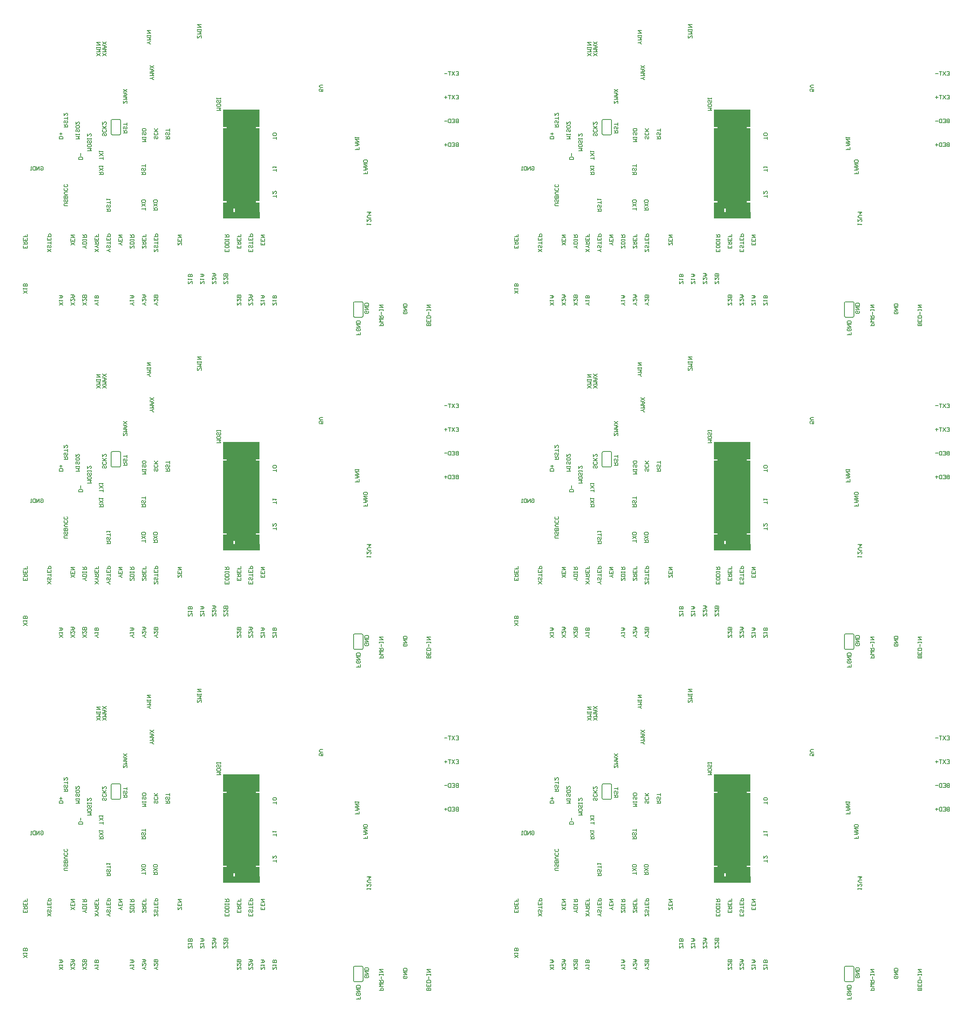
<source format=gbo>
%FSLAX24Y24*%
%MOIN*%
G70*
G01*
G75*
G04 Layer_Color=32896*
%ADD10C,0.0070*%
G04:AMPARAMS|DCode=11|XSize=78.7mil|YSize=78.7mil|CornerRadius=39.4mil|HoleSize=0mil|Usage=FLASHONLY|Rotation=90.000|XOffset=0mil|YOffset=0mil|HoleType=Round|Shape=RoundedRectangle|*
%AMROUNDEDRECTD11*
21,1,0.0787,0.0000,0,0,90.0*
21,1,0.0000,0.0787,0,0,90.0*
1,1,0.0787,0.0000,0.0000*
1,1,0.0787,0.0000,0.0000*
1,1,0.0787,0.0000,0.0000*
1,1,0.0787,0.0000,0.0000*
%
%ADD11ROUNDEDRECTD11*%
%ADD12C,0.0100*%
%ADD13C,0.0650*%
%ADD14R,0.0600X0.0120*%
%ADD15R,0.0120X0.0600*%
G04:AMPARAMS|DCode=16|XSize=11mil|YSize=31.5mil|CornerRadius=4.4mil|HoleSize=0mil|Usage=FLASHONLY|Rotation=180.000|XOffset=0mil|YOffset=0mil|HoleType=Round|Shape=RoundedRectangle|*
%AMROUNDEDRECTD16*
21,1,0.0110,0.0227,0,0,180.0*
21,1,0.0022,0.0315,0,0,180.0*
1,1,0.0088,-0.0011,0.0113*
1,1,0.0088,0.0011,0.0113*
1,1,0.0088,0.0011,-0.0113*
1,1,0.0088,-0.0011,-0.0113*
%
%ADD16ROUNDEDRECTD16*%
G04:AMPARAMS|DCode=17|XSize=11mil|YSize=31.5mil|CornerRadius=4.4mil|HoleSize=0mil|Usage=FLASHONLY|Rotation=270.000|XOffset=0mil|YOffset=0mil|HoleType=Round|Shape=RoundedRectangle|*
%AMROUNDEDRECTD17*
21,1,0.0110,0.0227,0,0,270.0*
21,1,0.0022,0.0315,0,0,270.0*
1,1,0.0088,-0.0113,-0.0011*
1,1,0.0088,-0.0113,0.0011*
1,1,0.0088,0.0113,0.0011*
1,1,0.0088,0.0113,-0.0011*
%
%ADD17ROUNDEDRECTD17*%
%ADD18R,0.1370X0.1370*%
%ADD19R,0.1370X0.1370*%
%ADD20R,0.0236X0.1319*%
G04:AMPARAMS|DCode=21|XSize=40mil|YSize=40mil|CornerRadius=20mil|HoleSize=0mil|Usage=FLASHONLY|Rotation=0.000|XOffset=0mil|YOffset=0mil|HoleType=Round|Shape=RoundedRectangle|*
%AMROUNDEDRECTD21*
21,1,0.0400,0.0000,0,0,0.0*
21,1,0.0000,0.0400,0,0,0.0*
1,1,0.0400,0.0000,0.0000*
1,1,0.0400,0.0000,0.0000*
1,1,0.0400,0.0000,0.0000*
1,1,0.0400,0.0000,0.0000*
%
%ADD21ROUNDEDRECTD21*%
%ADD22R,0.0480X0.0480*%
%ADD23R,0.0480X0.0480*%
%ADD24R,0.0420X0.0520*%
%ADD25R,0.0354X0.1299*%
%ADD26R,0.0240X0.0240*%
%ADD27R,0.1260X0.0630*%
%ADD28R,0.0402X0.0118*%
%ADD29R,0.0681X0.0748*%
%ADD30R,0.0360X0.0320*%
%ADD31R,0.1970X0.1700*%
%ADD32R,0.0280X0.0560*%
%ADD33R,0.0280X0.0200*%
%ADD34R,0.0200X0.0280*%
%ADD35R,0.0790X0.0790*%
%ADD36R,0.0790X0.0790*%
%ADD37R,0.0500X0.0150*%
G04:AMPARAMS|DCode=38|XSize=63mil|YSize=71mil|CornerRadius=15.8mil|HoleSize=0mil|Usage=FLASHONLY|Rotation=270.000|XOffset=0mil|YOffset=0mil|HoleType=Round|Shape=RoundedRectangle|*
%AMROUNDEDRECTD38*
21,1,0.0630,0.0395,0,0,270.0*
21,1,0.0315,0.0710,0,0,270.0*
1,1,0.0315,-0.0198,-0.0158*
1,1,0.0315,-0.0198,0.0158*
1,1,0.0315,0.0198,0.0158*
1,1,0.0315,0.0198,-0.0158*
%
%ADD38ROUNDEDRECTD38*%
G04:AMPARAMS|DCode=39|XSize=29.1mil|YSize=39.4mil|CornerRadius=5.8mil|HoleSize=0mil|Usage=FLASHONLY|Rotation=90.000|XOffset=0mil|YOffset=0mil|HoleType=Round|Shape=RoundedRectangle|*
%AMROUNDEDRECTD39*
21,1,0.0291,0.0277,0,0,90.0*
21,1,0.0175,0.0394,0,0,90.0*
1,1,0.0117,0.0139,0.0087*
1,1,0.0117,0.0139,-0.0087*
1,1,0.0117,-0.0139,-0.0087*
1,1,0.0117,-0.0139,0.0087*
%
%ADD39ROUNDEDRECTD39*%
G04:AMPARAMS|DCode=40|XSize=29.1mil|YSize=39.4mil|CornerRadius=5.8mil|HoleSize=0mil|Usage=FLASHONLY|Rotation=180.000|XOffset=0mil|YOffset=0mil|HoleType=Round|Shape=RoundedRectangle|*
%AMROUNDEDRECTD40*
21,1,0.0291,0.0277,0,0,180.0*
21,1,0.0175,0.0394,0,0,180.0*
1,1,0.0117,-0.0087,0.0139*
1,1,0.0117,0.0087,0.0139*
1,1,0.0117,0.0087,-0.0139*
1,1,0.0117,-0.0087,-0.0139*
%
%ADD40ROUNDEDRECTD40*%
G04:AMPARAMS|DCode=41|XSize=22mil|YSize=24mil|CornerRadius=4.4mil|HoleSize=0mil|Usage=FLASHONLY|Rotation=0.000|XOffset=0mil|YOffset=0mil|HoleType=Round|Shape=RoundedRectangle|*
%AMROUNDEDRECTD41*
21,1,0.0220,0.0152,0,0,0.0*
21,1,0.0132,0.0240,0,0,0.0*
1,1,0.0088,0.0066,-0.0076*
1,1,0.0088,-0.0066,-0.0076*
1,1,0.0088,-0.0066,0.0076*
1,1,0.0088,0.0066,0.0076*
%
%ADD41ROUNDEDRECTD41*%
G04:AMPARAMS|DCode=42|XSize=22mil|YSize=24mil|CornerRadius=4.4mil|HoleSize=0mil|Usage=FLASHONLY|Rotation=270.000|XOffset=0mil|YOffset=0mil|HoleType=Round|Shape=RoundedRectangle|*
%AMROUNDEDRECTD42*
21,1,0.0220,0.0152,0,0,270.0*
21,1,0.0132,0.0240,0,0,270.0*
1,1,0.0088,-0.0076,-0.0066*
1,1,0.0088,-0.0076,0.0066*
1,1,0.0088,0.0076,0.0066*
1,1,0.0088,0.0076,-0.0066*
%
%ADD42ROUNDEDRECTD42*%
%ADD43R,0.0543X0.0709*%
%ADD44R,0.0200X0.0260*%
%ADD45R,0.0433X0.0669*%
G04:AMPARAMS|DCode=46|XSize=52mil|YSize=60mil|CornerRadius=13mil|HoleSize=0mil|Usage=FLASHONLY|Rotation=180.000|XOffset=0mil|YOffset=0mil|HoleType=Round|Shape=RoundedRectangle|*
%AMROUNDEDRECTD46*
21,1,0.0520,0.0340,0,0,180.0*
21,1,0.0260,0.0600,0,0,180.0*
1,1,0.0260,-0.0130,0.0170*
1,1,0.0260,0.0130,0.0170*
1,1,0.0260,0.0130,-0.0170*
1,1,0.0260,-0.0130,-0.0170*
%
%ADD46ROUNDEDRECTD46*%
G04:AMPARAMS|DCode=47|XSize=52mil|YSize=60mil|CornerRadius=13mil|HoleSize=0mil|Usage=FLASHONLY|Rotation=270.000|XOffset=0mil|YOffset=0mil|HoleType=Round|Shape=RoundedRectangle|*
%AMROUNDEDRECTD47*
21,1,0.0520,0.0340,0,0,270.0*
21,1,0.0260,0.0600,0,0,270.0*
1,1,0.0260,-0.0170,-0.0130*
1,1,0.0260,-0.0170,0.0130*
1,1,0.0260,0.0170,0.0130*
1,1,0.0260,0.0170,-0.0130*
%
%ADD47ROUNDEDRECTD47*%
%ADD48R,0.1673X0.0465*%
%ADD49C,0.0600*%
G04:AMPARAMS|DCode=50|XSize=50mil|YSize=50mil|CornerRadius=25mil|HoleSize=0mil|Usage=FLASHONLY|Rotation=90.000|XOffset=0mil|YOffset=0mil|HoleType=Round|Shape=RoundedRectangle|*
%AMROUNDEDRECTD50*
21,1,0.0500,0.0000,0,0,90.0*
21,1,0.0000,0.0500,0,0,90.0*
1,1,0.0500,0.0000,0.0000*
1,1,0.0500,0.0000,0.0000*
1,1,0.0500,0.0000,0.0000*
1,1,0.0500,0.0000,0.0000*
%
%ADD50ROUNDEDRECTD50*%
%ADD51C,0.0500*%
%ADD52C,0.0240*%
%ADD53C,0.0080*%
%ADD54C,0.0200*%
%ADD55C,0.0320*%
%ADD56C,0.0120*%
%ADD57C,0.0600*%
%ADD58C,0.0400*%
%ADD59C,0.0250*%
%ADD60C,0.0160*%
%ADD61R,0.1299X0.1063*%
%ADD62R,0.1575X0.0984*%
%ADD63R,0.1929X0.1457*%
%ADD64R,0.0551X0.0472*%
%ADD65O,0.0540X0.0360*%
%ADD66C,0.0360*%
%ADD67O,0.0600X0.1200*%
%ADD68P,0.0758X8X292.5*%
%ADD69C,0.1000*%
%ADD70O,0.1200X0.0600*%
%ADD71O,0.1024X0.0591*%
%ADD72C,0.0591*%
%ADD73R,0.0591X0.0591*%
%ADD74C,0.1305*%
%ADD75C,0.0540*%
%ADD76O,0.1650X0.0825*%
%ADD77O,0.0825X0.1650*%
%ADD78P,0.0909X8X112.5*%
%ADD79C,0.0840*%
%ADD80P,0.0909X8X22.5*%
G04:AMPARAMS|DCode=81|XSize=133.9mil|YSize=200mil|CornerRadius=0mil|HoleSize=0mil|Usage=FLASHONLY|Rotation=270.000|XOffset=0mil|YOffset=0mil|HoleType=Round|Shape=Octagon|*
%AMOCTAGOND81*
4,1,8,0.1000,0.0335,0.1000,-0.0335,0.0665,-0.0669,-0.0665,-0.0669,-0.1000,-0.0335,-0.1000,0.0335,-0.0665,0.0669,0.0665,0.0669,0.1000,0.0335,0.0*
%
%ADD81OCTAGOND81*%

G04:AMPARAMS|DCode=82|XSize=140mil|YSize=200mil|CornerRadius=0mil|HoleSize=0mil|Usage=FLASHONLY|Rotation=270.000|XOffset=0mil|YOffset=0mil|HoleType=Round|Shape=Octagon|*
%AMOCTAGOND82*
4,1,8,0.1000,0.0350,0.1000,-0.0350,0.0650,-0.0700,-0.0650,-0.0700,-0.1000,-0.0350,-0.1000,0.0350,-0.0650,0.0700,0.0650,0.0700,0.1000,0.0350,0.0*
%
%ADD82OCTAGOND82*%

%ADD83P,0.0671X8X22.5*%
%ADD84C,0.0800*%
%ADD85C,0.0300*%
%ADD86C,0.0500*%
%ADD87C,0.0400*%
%ADD88C,0.0320*%
%ADD89C,0.1581*%
%ADD90C,0.0460*%
G04:AMPARAMS|DCode=91|XSize=82mil|YSize=82mil|CornerRadius=0mil|HoleSize=0mil|Usage=FLASHONLY|Rotation=0.000|XOffset=0mil|YOffset=0mil|HoleType=Round|Shape=Relief|Width=10mil|Gap=10mil|Entries=4|*
%AMTHD91*
7,0,0,0.0820,0.0620,0.0100,45*
%
%ADD91THD91*%
%ADD92C,0.0640*%
G04:AMPARAMS|DCode=93|XSize=100mil|YSize=100mil|CornerRadius=0mil|HoleSize=0mil|Usage=FLASHONLY|Rotation=0.000|XOffset=0mil|YOffset=0mil|HoleType=Round|Shape=Relief|Width=10mil|Gap=10mil|Entries=4|*
%AMTHD93*
7,0,0,0.1000,0.0800,0.0100,45*
%
%ADD93THD93*%
%ADD94C,0.0830*%
%ADD95C,0.0594*%
G04:AMPARAMS|DCode=96|XSize=95.433mil|YSize=95.433mil|CornerRadius=0mil|HoleSize=0mil|Usage=FLASHONLY|Rotation=0.000|XOffset=0mil|YOffset=0mil|HoleType=Round|Shape=Relief|Width=10mil|Gap=10mil|Entries=4|*
%AMTHD96*
7,0,0,0.0954,0.0754,0.0100,45*
%
%ADD96THD96*%
%ADD97C,0.1110*%
G04:AMPARAMS|DCode=98|XSize=98mil|YSize=98mil|CornerRadius=0mil|HoleSize=0mil|Usage=FLASHONLY|Rotation=0.000|XOffset=0mil|YOffset=0mil|HoleType=Round|Shape=Relief|Width=10mil|Gap=10mil|Entries=4|*
%AMTHD98*
7,0,0,0.0980,0.0780,0.0100,45*
%
%ADD98THD98*%
%ADD99C,0.0620*%
%ADD100C,0.0790*%
G04:AMPARAMS|DCode=101|XSize=115mil|YSize=115mil|CornerRadius=0mil|HoleSize=0mil|Usage=FLASHONLY|Rotation=0.000|XOffset=0mil|YOffset=0mil|HoleType=Round|Shape=Relief|Width=10mil|Gap=10mil|Entries=4|*
%AMTHD101*
7,0,0,0.1150,0.0950,0.0100,45*
%
%ADD101THD101*%
%ADD102C,0.1240*%
%ADD103C,0.0390*%
%ADD104C,0.1421*%
%ADD105C,0.0520*%
%ADD106C,0.1400*%
%ADD107C,0.0800*%
%ADD108C,0.1040*%
%ADD109C,0.1300*%
%ADD110R,0.4094X0.4331*%
%ADD111R,0.3425X0.4284*%
%ADD112R,0.3583X0.4284*%
%ADD113R,0.3622X0.4331*%
G04:AMPARAMS|DCode=114|XSize=46mil|YSize=63mil|CornerRadius=11.5mil|HoleSize=0mil|Usage=FLASHONLY|Rotation=270.000|XOffset=0mil|YOffset=0mil|HoleType=Round|Shape=RoundedRectangle|*
%AMROUNDEDRECTD114*
21,1,0.0460,0.0400,0,0,270.0*
21,1,0.0230,0.0630,0,0,270.0*
1,1,0.0230,-0.0200,-0.0115*
1,1,0.0230,-0.0200,0.0115*
1,1,0.0230,0.0200,0.0115*
1,1,0.0230,0.0200,-0.0115*
%
%ADD114ROUNDEDRECTD114*%
G04:AMPARAMS|DCode=115|XSize=50mil|YSize=50mil|CornerRadius=25mil|HoleSize=0mil|Usage=FLASHONLY|Rotation=0.000|XOffset=0mil|YOffset=0mil|HoleType=Round|Shape=RoundedRectangle|*
%AMROUNDEDRECTD115*
21,1,0.0500,0.0000,0,0,0.0*
21,1,0.0000,0.0500,0,0,0.0*
1,1,0.0500,0.0000,0.0000*
1,1,0.0500,0.0000,0.0000*
1,1,0.0500,0.0000,0.0000*
1,1,0.0500,0.0000,0.0000*
%
%ADD115ROUNDEDRECTD115*%
%ADD116C,0.0098*%
%ADD117C,0.0050*%
%ADD118C,0.0000*%
%ADD119C,0.0060*%
%ADD120C,0.0079*%
%ADD121C,0.0040*%
%ADD122R,0.0120X0.0059*%
%ADD123R,0.0120X0.0060*%
%ADD124R,0.0120X0.0119*%
%ADD125R,0.0059X0.0120*%
%ADD126R,0.0060X0.0120*%
%ADD127R,0.0119X0.0120*%
%ADD128R,0.2450X0.0492*%
%ADD129R,0.0879X0.0295*%
%ADD130R,0.0295X0.0879*%
%ADD131R,0.0580X0.0100*%
%ADD132R,0.0100X0.0580*%
G04:AMPARAMS|DCode=133|XSize=9mil|YSize=29.5mil|CornerRadius=3.4mil|HoleSize=0mil|Usage=FLASHONLY|Rotation=180.000|XOffset=0mil|YOffset=0mil|HoleType=Round|Shape=RoundedRectangle|*
%AMROUNDEDRECTD133*
21,1,0.0090,0.0227,0,0,180.0*
21,1,0.0022,0.0295,0,0,180.0*
1,1,0.0068,-0.0011,0.0113*
1,1,0.0068,0.0011,0.0113*
1,1,0.0068,0.0011,-0.0113*
1,1,0.0068,-0.0011,-0.0113*
%
%ADD133ROUNDEDRECTD133*%
G04:AMPARAMS|DCode=134|XSize=9mil|YSize=29.5mil|CornerRadius=3.4mil|HoleSize=0mil|Usage=FLASHONLY|Rotation=270.000|XOffset=0mil|YOffset=0mil|HoleType=Round|Shape=RoundedRectangle|*
%AMROUNDEDRECTD134*
21,1,0.0090,0.0227,0,0,270.0*
21,1,0.0022,0.0295,0,0,270.0*
1,1,0.0068,-0.0113,-0.0011*
1,1,0.0068,-0.0113,0.0011*
1,1,0.0068,0.0113,0.0011*
1,1,0.0068,0.0113,-0.0011*
%
%ADD134ROUNDEDRECTD134*%
%ADD135R,0.0216X0.1299*%
%ADD136R,0.0460X0.0460*%
%ADD137R,0.0460X0.0460*%
%ADD138R,0.0400X0.0500*%
%ADD139R,0.0334X0.1279*%
%ADD140R,0.0220X0.0220*%
%ADD141R,0.1240X0.0610*%
%ADD142R,0.0382X0.0098*%
%ADD143R,0.0661X0.0728*%
%ADD144R,0.0340X0.0300*%
%ADD145R,0.1950X0.1680*%
%ADD146R,0.0260X0.0540*%
%ADD147R,0.0260X0.0180*%
%ADD148R,0.0180X0.0260*%
%ADD149R,0.0770X0.0770*%
%ADD150R,0.0770X0.0770*%
%ADD151R,0.0480X0.0130*%
G04:AMPARAMS|DCode=152|XSize=61mil|YSize=69mil|CornerRadius=14.8mil|HoleSize=0mil|Usage=FLASHONLY|Rotation=270.000|XOffset=0mil|YOffset=0mil|HoleType=Round|Shape=RoundedRectangle|*
%AMROUNDEDRECTD152*
21,1,0.0610,0.0395,0,0,270.0*
21,1,0.0315,0.0690,0,0,270.0*
1,1,0.0295,-0.0198,-0.0158*
1,1,0.0295,-0.0198,0.0158*
1,1,0.0295,0.0198,0.0158*
1,1,0.0295,0.0198,-0.0158*
%
%ADD152ROUNDEDRECTD152*%
G04:AMPARAMS|DCode=153|XSize=27.1mil|YSize=37.4mil|CornerRadius=4.8mil|HoleSize=0mil|Usage=FLASHONLY|Rotation=90.000|XOffset=0mil|YOffset=0mil|HoleType=Round|Shape=RoundedRectangle|*
%AMROUNDEDRECTD153*
21,1,0.0271,0.0277,0,0,90.0*
21,1,0.0175,0.0374,0,0,90.0*
1,1,0.0097,0.0139,0.0087*
1,1,0.0097,0.0139,-0.0087*
1,1,0.0097,-0.0139,-0.0087*
1,1,0.0097,-0.0139,0.0087*
%
%ADD153ROUNDEDRECTD153*%
G04:AMPARAMS|DCode=154|XSize=27.1mil|YSize=37.4mil|CornerRadius=4.8mil|HoleSize=0mil|Usage=FLASHONLY|Rotation=180.000|XOffset=0mil|YOffset=0mil|HoleType=Round|Shape=RoundedRectangle|*
%AMROUNDEDRECTD154*
21,1,0.0271,0.0277,0,0,180.0*
21,1,0.0175,0.0374,0,0,180.0*
1,1,0.0097,-0.0087,0.0139*
1,1,0.0097,0.0087,0.0139*
1,1,0.0097,0.0087,-0.0139*
1,1,0.0097,-0.0087,-0.0139*
%
%ADD154ROUNDEDRECTD154*%
G04:AMPARAMS|DCode=155|XSize=20mil|YSize=22mil|CornerRadius=3.4mil|HoleSize=0mil|Usage=FLASHONLY|Rotation=0.000|XOffset=0mil|YOffset=0mil|HoleType=Round|Shape=RoundedRectangle|*
%AMROUNDEDRECTD155*
21,1,0.0200,0.0152,0,0,0.0*
21,1,0.0132,0.0220,0,0,0.0*
1,1,0.0068,0.0066,-0.0076*
1,1,0.0068,-0.0066,-0.0076*
1,1,0.0068,-0.0066,0.0076*
1,1,0.0068,0.0066,0.0076*
%
%ADD155ROUNDEDRECTD155*%
G04:AMPARAMS|DCode=156|XSize=20mil|YSize=22mil|CornerRadius=3.4mil|HoleSize=0mil|Usage=FLASHONLY|Rotation=270.000|XOffset=0mil|YOffset=0mil|HoleType=Round|Shape=RoundedRectangle|*
%AMROUNDEDRECTD156*
21,1,0.0200,0.0152,0,0,270.0*
21,1,0.0132,0.0220,0,0,270.0*
1,1,0.0068,-0.0076,-0.0066*
1,1,0.0068,-0.0076,0.0066*
1,1,0.0068,0.0076,0.0066*
1,1,0.0068,0.0076,-0.0066*
%
%ADD156ROUNDEDRECTD156*%
%ADD157R,0.0523X0.0689*%
%ADD158R,0.0180X0.0240*%
%ADD159R,0.0413X0.0649*%
G04:AMPARAMS|DCode=160|XSize=50mil|YSize=58mil|CornerRadius=12mil|HoleSize=0mil|Usage=FLASHONLY|Rotation=180.000|XOffset=0mil|YOffset=0mil|HoleType=Round|Shape=RoundedRectangle|*
%AMROUNDEDRECTD160*
21,1,0.0500,0.0340,0,0,180.0*
21,1,0.0260,0.0580,0,0,180.0*
1,1,0.0240,-0.0130,0.0170*
1,1,0.0240,0.0130,0.0170*
1,1,0.0240,0.0130,-0.0170*
1,1,0.0240,-0.0130,-0.0170*
%
%ADD160ROUNDEDRECTD160*%
G04:AMPARAMS|DCode=161|XSize=50mil|YSize=58mil|CornerRadius=12mil|HoleSize=0mil|Usage=FLASHONLY|Rotation=270.000|XOffset=0mil|YOffset=0mil|HoleType=Round|Shape=RoundedRectangle|*
%AMROUNDEDRECTD161*
21,1,0.0500,0.0340,0,0,270.0*
21,1,0.0260,0.0580,0,0,270.0*
1,1,0.0240,-0.0170,-0.0130*
1,1,0.0240,-0.0170,0.0130*
1,1,0.0240,0.0170,0.0130*
1,1,0.0240,0.0170,-0.0130*
%
%ADD161ROUNDEDRECTD161*%
%ADD162R,0.1653X0.0445*%
G04:AMPARAMS|DCode=163|XSize=48mil|YSize=48mil|CornerRadius=24mil|HoleSize=0mil|Usage=FLASHONLY|Rotation=90.000|XOffset=0mil|YOffset=0mil|HoleType=Round|Shape=RoundedRectangle|*
%AMROUNDEDRECTD163*
21,1,0.0480,0.0000,0,0,90.0*
21,1,0.0000,0.0480,0,0,90.0*
1,1,0.0480,0.0000,0.0000*
1,1,0.0480,0.0000,0.0000*
1,1,0.0480,0.0000,0.0000*
1,1,0.0480,0.0000,0.0000*
%
%ADD163ROUNDEDRECTD163*%
%ADD164C,0.0150*%
%ADD165C,0.0394*%
%ADD166R,0.0460X0.0130*%
%ADD167R,0.0530X0.0170*%
G04:AMPARAMS|DCode=168|XSize=118.7mil|YSize=118.7mil|CornerRadius=59.4mil|HoleSize=0mil|Usage=FLASHONLY|Rotation=90.000|XOffset=0mil|YOffset=0mil|HoleType=Round|Shape=RoundedRectangle|*
%AMROUNDEDRECTD168*
21,1,0.1187,0.0000,0,0,90.0*
21,1,0.0000,0.1187,0,0,90.0*
1,1,0.1187,0.0000,0.0000*
1,1,0.1187,0.0000,0.0000*
1,1,0.1187,0.0000,0.0000*
1,1,0.1187,0.0000,0.0000*
%
%ADD168ROUNDEDRECTD168*%
%ADD169R,0.0680X0.0200*%
%ADD170R,0.0200X0.0680*%
G04:AMPARAMS|DCode=171|XSize=15mil|YSize=35.4mil|CornerRadius=6.4mil|HoleSize=0mil|Usage=FLASHONLY|Rotation=180.000|XOffset=0mil|YOffset=0mil|HoleType=Round|Shape=RoundedRectangle|*
%AMROUNDEDRECTD171*
21,1,0.0150,0.0227,0,0,180.0*
21,1,0.0022,0.0354,0,0,180.0*
1,1,0.0128,-0.0011,0.0113*
1,1,0.0128,0.0011,0.0113*
1,1,0.0128,0.0011,-0.0113*
1,1,0.0128,-0.0011,-0.0113*
%
%ADD171ROUNDEDRECTD171*%
G04:AMPARAMS|DCode=172|XSize=15mil|YSize=35.4mil|CornerRadius=6.4mil|HoleSize=0mil|Usage=FLASHONLY|Rotation=270.000|XOffset=0mil|YOffset=0mil|HoleType=Round|Shape=RoundedRectangle|*
%AMROUNDEDRECTD172*
21,1,0.0150,0.0227,0,0,270.0*
21,1,0.0022,0.0354,0,0,270.0*
1,1,0.0128,-0.0113,-0.0011*
1,1,0.0128,-0.0113,0.0011*
1,1,0.0128,0.0113,0.0011*
1,1,0.0128,0.0113,-0.0011*
%
%ADD172ROUNDEDRECTD172*%
%ADD173R,0.0296X0.1379*%
G04:AMPARAMS|DCode=174|XSize=80mil|YSize=80mil|CornerRadius=40mil|HoleSize=0mil|Usage=FLASHONLY|Rotation=0.000|XOffset=0mil|YOffset=0mil|HoleType=Round|Shape=RoundedRectangle|*
%AMROUNDEDRECTD174*
21,1,0.0800,0.0000,0,0,0.0*
21,1,0.0000,0.0800,0,0,0.0*
1,1,0.0800,0.0000,0.0000*
1,1,0.0800,0.0000,0.0000*
1,1,0.0800,0.0000,0.0000*
1,1,0.0800,0.0000,0.0000*
%
%ADD174ROUNDEDRECTD174*%
%ADD175R,0.0540X0.0540*%
%ADD176R,0.0540X0.0540*%
%ADD177R,0.0480X0.0580*%
%ADD178R,0.0414X0.1359*%
%ADD179R,0.0300X0.0300*%
%ADD180R,0.1320X0.0690*%
%ADD181R,0.0482X0.0198*%
%ADD182R,0.0741X0.0808*%
%ADD183R,0.0420X0.0380*%
%ADD184R,0.2030X0.1760*%
%ADD185R,0.0340X0.0620*%
%ADD186R,0.0340X0.0260*%
%ADD187R,0.0260X0.0340*%
%ADD188R,0.0850X0.0850*%
%ADD189R,0.0850X0.0850*%
%ADD190R,0.0560X0.0210*%
G04:AMPARAMS|DCode=191|XSize=69mil|YSize=77mil|CornerRadius=18.8mil|HoleSize=0mil|Usage=FLASHONLY|Rotation=270.000|XOffset=0mil|YOffset=0mil|HoleType=Round|Shape=RoundedRectangle|*
%AMROUNDEDRECTD191*
21,1,0.0690,0.0395,0,0,270.0*
21,1,0.0315,0.0770,0,0,270.0*
1,1,0.0375,-0.0198,-0.0158*
1,1,0.0375,-0.0198,0.0158*
1,1,0.0375,0.0198,0.0158*
1,1,0.0375,0.0198,-0.0158*
%
%ADD191ROUNDEDRECTD191*%
G04:AMPARAMS|DCode=192|XSize=35.1mil|YSize=45.4mil|CornerRadius=8.8mil|HoleSize=0mil|Usage=FLASHONLY|Rotation=90.000|XOffset=0mil|YOffset=0mil|HoleType=Round|Shape=RoundedRectangle|*
%AMROUNDEDRECTD192*
21,1,0.0351,0.0277,0,0,90.0*
21,1,0.0175,0.0454,0,0,90.0*
1,1,0.0177,0.0139,0.0087*
1,1,0.0177,0.0139,-0.0087*
1,1,0.0177,-0.0139,-0.0087*
1,1,0.0177,-0.0139,0.0087*
%
%ADD192ROUNDEDRECTD192*%
G04:AMPARAMS|DCode=193|XSize=35.1mil|YSize=45.4mil|CornerRadius=8.8mil|HoleSize=0mil|Usage=FLASHONLY|Rotation=180.000|XOffset=0mil|YOffset=0mil|HoleType=Round|Shape=RoundedRectangle|*
%AMROUNDEDRECTD193*
21,1,0.0351,0.0277,0,0,180.0*
21,1,0.0175,0.0454,0,0,180.0*
1,1,0.0177,-0.0087,0.0139*
1,1,0.0177,0.0087,0.0139*
1,1,0.0177,0.0087,-0.0139*
1,1,0.0177,-0.0087,-0.0139*
%
%ADD193ROUNDEDRECTD193*%
G04:AMPARAMS|DCode=194|XSize=28mil|YSize=30mil|CornerRadius=7.4mil|HoleSize=0mil|Usage=FLASHONLY|Rotation=0.000|XOffset=0mil|YOffset=0mil|HoleType=Round|Shape=RoundedRectangle|*
%AMROUNDEDRECTD194*
21,1,0.0280,0.0152,0,0,0.0*
21,1,0.0132,0.0300,0,0,0.0*
1,1,0.0148,0.0066,-0.0076*
1,1,0.0148,-0.0066,-0.0076*
1,1,0.0148,-0.0066,0.0076*
1,1,0.0148,0.0066,0.0076*
%
%ADD194ROUNDEDRECTD194*%
G04:AMPARAMS|DCode=195|XSize=28mil|YSize=30mil|CornerRadius=7.4mil|HoleSize=0mil|Usage=FLASHONLY|Rotation=270.000|XOffset=0mil|YOffset=0mil|HoleType=Round|Shape=RoundedRectangle|*
%AMROUNDEDRECTD195*
21,1,0.0280,0.0152,0,0,270.0*
21,1,0.0132,0.0300,0,0,270.0*
1,1,0.0148,-0.0076,-0.0066*
1,1,0.0148,-0.0076,0.0066*
1,1,0.0148,0.0076,0.0066*
1,1,0.0148,0.0076,-0.0066*
%
%ADD195ROUNDEDRECTD195*%
%ADD196R,0.0603X0.0769*%
%ADD197R,0.0260X0.0320*%
%ADD198R,0.0493X0.0729*%
G04:AMPARAMS|DCode=199|XSize=58mil|YSize=66mil|CornerRadius=16mil|HoleSize=0mil|Usage=FLASHONLY|Rotation=180.000|XOffset=0mil|YOffset=0mil|HoleType=Round|Shape=RoundedRectangle|*
%AMROUNDEDRECTD199*
21,1,0.0580,0.0340,0,0,180.0*
21,1,0.0260,0.0660,0,0,180.0*
1,1,0.0320,-0.0130,0.0170*
1,1,0.0320,0.0130,0.0170*
1,1,0.0320,0.0130,-0.0170*
1,1,0.0320,-0.0130,-0.0170*
%
%ADD199ROUNDEDRECTD199*%
G04:AMPARAMS|DCode=200|XSize=58mil|YSize=66mil|CornerRadius=16mil|HoleSize=0mil|Usage=FLASHONLY|Rotation=270.000|XOffset=0mil|YOffset=0mil|HoleType=Round|Shape=RoundedRectangle|*
%AMROUNDEDRECTD200*
21,1,0.0580,0.0340,0,0,270.0*
21,1,0.0260,0.0660,0,0,270.0*
1,1,0.0320,-0.0170,-0.0130*
1,1,0.0320,-0.0170,0.0130*
1,1,0.0320,0.0170,0.0130*
1,1,0.0320,0.0170,-0.0130*
%
%ADD200ROUNDEDRECTD200*%
%ADD201R,0.1733X0.0525*%
G04:AMPARAMS|DCode=202|XSize=56mil|YSize=56mil|CornerRadius=28mil|HoleSize=0mil|Usage=FLASHONLY|Rotation=90.000|XOffset=0mil|YOffset=0mil|HoleType=Round|Shape=RoundedRectangle|*
%AMROUNDEDRECTD202*
21,1,0.0560,0.0000,0,0,90.0*
21,1,0.0000,0.0560,0,0,90.0*
1,1,0.0560,0.0000,0.0000*
1,1,0.0560,0.0000,0.0000*
1,1,0.0560,0.0000,0.0000*
1,1,0.0560,0.0000,0.0000*
%
%ADD202ROUNDEDRECTD202*%
%ADD203O,0.0600X0.0420*%
%ADD204C,0.0420*%
%ADD205O,0.0660X0.1260*%
%ADD206P,0.0823X8X292.5*%
%ADD207C,0.1060*%
%ADD208O,0.1260X0.0660*%
%ADD209O,0.1084X0.0651*%
%ADD210C,0.0651*%
%ADD211R,0.0651X0.0651*%
%ADD212C,0.1365*%
%ADD213O,0.1710X0.0885*%
%ADD214O,0.0885X0.1710*%
%ADD215P,0.0974X8X112.5*%
%ADD216C,0.0900*%
%ADD217P,0.0974X8X22.5*%
G04:AMPARAMS|DCode=218|XSize=139.9mil|YSize=206mil|CornerRadius=0mil|HoleSize=0mil|Usage=FLASHONLY|Rotation=270.000|XOffset=0mil|YOffset=0mil|HoleType=Round|Shape=Octagon|*
%AMOCTAGOND218*
4,1,8,0.1030,0.0350,0.1030,-0.0350,0.0680,-0.0699,-0.0680,-0.0699,-0.1030,-0.0350,-0.1030,0.0350,-0.0680,0.0699,0.0680,0.0699,0.1030,0.0350,0.0*
%
%ADD218OCTAGOND218*%

G04:AMPARAMS|DCode=219|XSize=146mil|YSize=206mil|CornerRadius=0mil|HoleSize=0mil|Usage=FLASHONLY|Rotation=270.000|XOffset=0mil|YOffset=0mil|HoleType=Round|Shape=Octagon|*
%AMOCTAGOND219*
4,1,8,0.1030,0.0365,0.1030,-0.0365,0.0665,-0.0730,-0.0665,-0.0730,-0.1030,-0.0365,-0.1030,0.0365,-0.0665,0.0730,0.0665,0.0730,0.1030,0.0365,0.0*
%
%ADD219OCTAGOND219*%

%ADD220P,0.0736X8X22.5*%
%ADD221C,0.0660*%
%ADD222C,0.0860*%
%ADD223C,0.0180*%
%ADD224C,0.0080*%
%ADD225R,0.0704X0.0354*%
G04:AMPARAMS|DCode=226|XSize=52mil|YSize=69mil|CornerRadius=14.5mil|HoleSize=0mil|Usage=FLASHONLY|Rotation=270.000|XOffset=0mil|YOffset=0mil|HoleType=Round|Shape=RoundedRectangle|*
%AMROUNDEDRECTD226*
21,1,0.0520,0.0400,0,0,270.0*
21,1,0.0230,0.0690,0,0,270.0*
1,1,0.0290,-0.0200,-0.0115*
1,1,0.0290,-0.0200,0.0115*
1,1,0.0290,0.0200,0.0115*
1,1,0.0290,0.0200,-0.0115*
%
%ADD226ROUNDEDRECTD226*%
G04:AMPARAMS|DCode=227|XSize=56mil|YSize=56mil|CornerRadius=28mil|HoleSize=0mil|Usage=FLASHONLY|Rotation=0.000|XOffset=0mil|YOffset=0mil|HoleType=Round|Shape=RoundedRectangle|*
%AMROUNDEDRECTD227*
21,1,0.0560,0.0000,0,0,0.0*
21,1,0.0000,0.0560,0,0,0.0*
1,1,0.0560,0.0000,0.0000*
1,1,0.0560,0.0000,0.0000*
1,1,0.0560,0.0000,0.0000*
1,1,0.0560,0.0000,0.0000*
%
%ADD227ROUNDEDRECTD227*%
%ADD228R,0.3100X0.6150*%
%ADD229R,0.2500X0.8080*%
%ADD230R,0.0900X0.1350*%
%ADD231R,0.3100X0.1450*%
%ADD232R,0.2100X0.1350*%
%ADD233R,0.3050X0.0550*%
D119*
X20200Y29913D02*
G03*
X20300Y29813I100J0D01*
G01*
Y31113D02*
G03*
X20200Y31013I0J-100D01*
G01*
X21000D02*
G03*
X20900Y31113I-100J0D01*
G01*
Y29813D02*
G03*
X21000Y29913I0J100D01*
G01*
X41424Y15648D02*
G03*
X41324Y15748I-100J0D01*
G01*
Y14448D02*
G03*
X41424Y14548I0J100D01*
G01*
X40624D02*
G03*
X40724Y14448I100J0D01*
G01*
Y15748D02*
G03*
X40624Y15648I0J-100D01*
G01*
X21000Y29913D02*
Y31013D01*
X20300Y29813D02*
X20900D01*
X20300Y31113D02*
X20900D01*
X20200Y29913D02*
Y31013D01*
X40624Y14548D02*
Y15648D01*
X40724Y15748D02*
X41324D01*
X40724Y14448D02*
X41324D01*
X41424Y14548D02*
Y15648D01*
X13138Y20482D02*
Y20268D01*
X12818D01*
Y20482D01*
X12978Y20268D02*
Y20375D01*
X12818Y20588D02*
X13138D01*
Y20748D01*
X13085Y20802D01*
X12978D01*
X12925Y20748D01*
Y20588D01*
Y20695D02*
X12818Y20802D01*
X13138Y21122D02*
Y20908D01*
X12818D01*
Y21122D01*
X12978Y20908D02*
Y21015D01*
X13138Y21441D02*
Y21228D01*
X12978D01*
Y21335D01*
Y21228D01*
X12818D01*
X15138Y19969D02*
X14819Y20182D01*
X15138D02*
X14819Y19969D01*
X15085Y20502D02*
X15138Y20448D01*
Y20342D01*
X15085Y20288D01*
X15032D01*
X14978Y20342D01*
Y20448D01*
X14925Y20502D01*
X14872D01*
X14819Y20448D01*
Y20342D01*
X14872Y20288D01*
X15138Y20608D02*
Y20822D01*
Y20715D01*
X14819D01*
X15138Y21141D02*
Y20928D01*
X14819D01*
Y21141D01*
X14978Y20928D02*
Y21035D01*
X14819Y21248D02*
X15138D01*
Y21408D01*
X15085Y21461D01*
X14978D01*
X14925Y21408D01*
Y21248D01*
X17138Y20519D02*
X16818Y20732D01*
X17138D02*
X16818Y20519D01*
X17138Y21052D02*
Y20838D01*
X16818D01*
Y21052D01*
X16978Y20838D02*
Y20945D01*
X16818Y21158D02*
X17138D01*
X16818Y21372D01*
X17138D01*
X18138Y20268D02*
X18085D01*
X17978Y20375D01*
X18085Y20482D01*
X18138D01*
X17978Y20375D02*
X17818D01*
X18138Y20588D02*
X17818D01*
Y20748D01*
X17872Y20802D01*
X18085D01*
X18138Y20748D01*
Y20588D01*
Y20908D02*
Y21015D01*
Y20962D01*
X17818D01*
Y20908D01*
Y21015D01*
Y21175D02*
X18138D01*
Y21335D01*
X18085Y21388D01*
X17978D01*
X17925Y21335D01*
Y21175D01*
Y21282D02*
X17818Y21388D01*
X19138Y19969D02*
X18819Y20182D01*
X19138D02*
X18819Y19969D01*
X19138Y20288D02*
X19085D01*
X18978Y20395D01*
X19085Y20502D01*
X19138D01*
X18978Y20395D02*
X18819D01*
Y20608D02*
X19138D01*
Y20768D01*
X19085Y20822D01*
X18978D01*
X18925Y20768D01*
Y20608D01*
Y20715D02*
X18819Y20822D01*
X19138Y21141D02*
Y20928D01*
X18819D01*
Y21141D01*
X18978Y20928D02*
Y21035D01*
X19138Y21461D02*
Y21248D01*
X18978D01*
Y21355D01*
Y21248D01*
X18819D01*
X20138Y19969D02*
X20085D01*
X19978Y20075D01*
X20085Y20182D01*
X20138D01*
X19978Y20075D02*
X19819D01*
X20085Y20502D02*
X20138Y20448D01*
Y20342D01*
X20085Y20288D01*
X20032D01*
X19978Y20342D01*
Y20448D01*
X19925Y20502D01*
X19872D01*
X19819Y20448D01*
Y20342D01*
X19872Y20288D01*
X20138Y20608D02*
Y20822D01*
Y20715D01*
X19819D01*
X20138Y21141D02*
Y20928D01*
X19819D01*
Y21141D01*
X19978Y20928D02*
Y21035D01*
X19819Y21248D02*
X20138D01*
Y21408D01*
X20085Y21461D01*
X19978D01*
X19925Y21408D01*
Y21248D01*
X21138Y20519D02*
X21085D01*
X20978Y20625D01*
X21085Y20732D01*
X21138D01*
X20978Y20625D02*
X20819D01*
X21138Y21052D02*
Y20838D01*
X20819D01*
Y21052D01*
X20978Y20838D02*
Y20945D01*
X20819Y21158D02*
X21138D01*
X20819Y21372D01*
X21138D01*
X22138Y20268D02*
Y20482D01*
X22085D01*
X21872Y20268D01*
X21818D01*
Y20482D01*
X22138Y20588D02*
X21818D01*
Y20748D01*
X21872Y20802D01*
X22085D01*
X22138Y20748D01*
Y20588D01*
Y20908D02*
Y21015D01*
Y20962D01*
X21818D01*
Y20908D01*
Y21015D01*
Y21175D02*
X22138D01*
Y21335D01*
X22085Y21388D01*
X21978D01*
X21925Y21335D01*
Y21175D01*
Y21282D02*
X21818Y21388D01*
X23138Y20268D02*
Y20482D01*
X23085D01*
X22872Y20268D01*
X22819D01*
Y20482D01*
Y20588D02*
X23138D01*
Y20748D01*
X23085Y20802D01*
X22978D01*
X22925Y20748D01*
Y20588D01*
Y20695D02*
X22819Y20802D01*
X23138Y21122D02*
Y20908D01*
X22819D01*
Y21122D01*
X22978Y20908D02*
Y21015D01*
X23138Y21441D02*
Y21228D01*
X22978D01*
Y21335D01*
Y21228D01*
X22819D01*
X24138Y19969D02*
Y20182D01*
X24085D01*
X23872Y19969D01*
X23819D01*
Y20182D01*
X24085Y20502D02*
X24138Y20448D01*
Y20342D01*
X24085Y20288D01*
X24032D01*
X23978Y20342D01*
Y20448D01*
X23925Y20502D01*
X23872D01*
X23819Y20448D01*
Y20342D01*
X23872Y20288D01*
X24138Y20608D02*
Y20822D01*
Y20715D01*
X23819D01*
X24138Y21141D02*
Y20928D01*
X23819D01*
Y21141D01*
X23978Y20928D02*
Y21035D01*
X23819Y21248D02*
X24138D01*
Y21408D01*
X24085Y21461D01*
X23978D01*
X23925Y21408D01*
Y21248D01*
X26138Y20519D02*
Y20732D01*
X26085D01*
X25872Y20519D01*
X25819D01*
Y20732D01*
X26138Y21052D02*
Y20838D01*
X25819D01*
Y21052D01*
X25978Y20838D02*
Y20945D01*
X25819Y21158D02*
X26138D01*
X25819Y21372D01*
X26138D01*
X30138Y20182D02*
Y19969D01*
X29818D01*
Y20182D01*
X29978Y19969D02*
Y20075D01*
X30085Y20288D02*
X30138Y20342D01*
Y20448D01*
X30085Y20502D01*
X29872D01*
X29818Y20448D01*
Y20342D01*
X29872Y20288D01*
X30085D01*
X30138Y20608D02*
X29818D01*
Y20768D01*
X29872Y20822D01*
X30085D01*
X30138Y20768D01*
Y20608D01*
Y20928D02*
Y21035D01*
Y20982D01*
X29818D01*
Y20928D01*
Y21035D01*
Y21195D02*
X30138D01*
Y21355D01*
X30085Y21408D01*
X29978D01*
X29925Y21355D01*
Y21195D01*
Y21301D02*
X29818Y21408D01*
X31138Y20482D02*
Y20268D01*
X30819D01*
Y20482D01*
X30978Y20268D02*
Y20375D01*
X30819Y20588D02*
X31138D01*
Y20748D01*
X31085Y20802D01*
X30978D01*
X30925Y20748D01*
Y20588D01*
Y20695D02*
X30819Y20802D01*
X31138Y21122D02*
Y20908D01*
X30819D01*
Y21122D01*
X30978Y20908D02*
Y21015D01*
X31138Y21441D02*
Y21228D01*
X30978D01*
Y21335D01*
Y21228D01*
X30819D01*
X32138Y20182D02*
Y19969D01*
X31818D01*
Y20182D01*
X31978Y19969D02*
Y20075D01*
X32085Y20502D02*
X32138Y20448D01*
Y20342D01*
X32085Y20288D01*
X32032D01*
X31978Y20342D01*
Y20448D01*
X31925Y20502D01*
X31872D01*
X31818Y20448D01*
Y20342D01*
X31872Y20288D01*
X32138Y20608D02*
Y20822D01*
Y20715D01*
X31818D01*
X32138Y21141D02*
Y20928D01*
X31818D01*
Y21141D01*
X31978Y20928D02*
Y21035D01*
X31818Y21248D02*
X32138D01*
Y21408D01*
X32085Y21461D01*
X31978D01*
X31925Y21408D01*
Y21248D01*
X33138Y20732D02*
Y20519D01*
X32819D01*
Y20732D01*
X32978Y20519D02*
Y20625D01*
X33138Y21052D02*
Y20838D01*
X32819D01*
Y21052D01*
X32978Y20838D02*
Y20945D01*
X32819Y21158D02*
X33138D01*
X32819Y21372D01*
X33138D01*
X13138Y16468D02*
X12818Y16682D01*
X13138D02*
X12818Y16468D01*
Y16788D02*
Y16895D01*
Y16842D01*
X13138D01*
X13085Y16788D01*
X13138Y17055D02*
X12818D01*
Y17215D01*
X12872Y17268D01*
X12925D01*
X12978Y17215D01*
Y17055D01*
Y17215D01*
X13032Y17268D01*
X13085D01*
X13138Y17215D01*
Y17055D01*
X16138Y15468D02*
X15819Y15682D01*
X16138D02*
X15819Y15468D01*
Y15788D02*
Y15895D01*
Y15842D01*
X16138D01*
X16085Y15788D01*
X15819Y16055D02*
X16032D01*
X16138Y16162D01*
X16032Y16268D01*
X15819D01*
X15978D01*
Y16055D01*
X17138Y15468D02*
X16818Y15682D01*
X17138D02*
X16818Y15468D01*
Y16002D02*
Y15788D01*
X17032Y16002D01*
X17085D01*
X17138Y15948D01*
Y15842D01*
X17085Y15788D01*
X16818Y16108D02*
X17032D01*
X17138Y16215D01*
X17032Y16322D01*
X16818D01*
X16978D01*
Y16108D01*
X18138Y15468D02*
X17818Y15682D01*
X18138D02*
X17818Y15468D01*
Y16002D02*
Y15788D01*
X18032Y16002D01*
X18085D01*
X18138Y15948D01*
Y15842D01*
X18085Y15788D01*
X18138Y16108D02*
X17818D01*
Y16268D01*
X17872Y16322D01*
X17925D01*
X17978Y16268D01*
Y16108D01*
Y16268D01*
X18032Y16322D01*
X18085D01*
X18138Y16268D01*
Y16108D01*
X19138Y15468D02*
X19085D01*
X18978Y15575D01*
X19085Y15682D01*
X19138D01*
X18978Y15575D02*
X18819D01*
Y15788D02*
Y15895D01*
Y15842D01*
X19138D01*
X19085Y15788D01*
X19138Y16055D02*
X18819D01*
Y16215D01*
X18872Y16268D01*
X18925D01*
X18978Y16215D01*
Y16055D01*
Y16215D01*
X19032Y16268D01*
X19085D01*
X19138Y16215D01*
Y16055D01*
X22138Y15468D02*
X22085D01*
X21978Y15575D01*
X22085Y15682D01*
X22138D01*
X21978Y15575D02*
X21818D01*
Y15788D02*
Y15895D01*
Y15842D01*
X22138D01*
X22085Y15788D01*
X21818Y16055D02*
X22032D01*
X22138Y16162D01*
X22032Y16268D01*
X21818D01*
X21978D01*
Y16055D01*
X23138Y15468D02*
X23085D01*
X22978Y15575D01*
X23085Y15682D01*
X23138D01*
X22978Y15575D02*
X22819D01*
Y16002D02*
Y15788D01*
X23032Y16002D01*
X23085D01*
X23138Y15948D01*
Y15842D01*
X23085Y15788D01*
X22819Y16108D02*
X23032D01*
X23138Y16215D01*
X23032Y16322D01*
X22819D01*
X22978D01*
Y16108D01*
X24138Y15468D02*
X24085D01*
X23978Y15575D01*
X24085Y15682D01*
X24138D01*
X23978Y15575D02*
X23819D01*
Y16002D02*
Y15788D01*
X24032Y16002D01*
X24085D01*
X24138Y15948D01*
Y15842D01*
X24085Y15788D01*
X24138Y16108D02*
X23819D01*
Y16268D01*
X23872Y16322D01*
X23925D01*
X23978Y16268D01*
Y16108D01*
Y16268D01*
X24032Y16322D01*
X24085D01*
X24138Y16268D01*
Y16108D01*
X27038Y17269D02*
Y17482D01*
X26985D01*
X26772Y17269D01*
X26718D01*
Y17482D01*
Y17588D02*
Y17695D01*
Y17642D01*
X27038D01*
X26985Y17588D01*
X27038Y17855D02*
X26718D01*
Y18015D01*
X26772Y18068D01*
X26825D01*
X26878Y18015D01*
Y17855D01*
Y18015D01*
X26932Y18068D01*
X26985D01*
X27038Y18015D01*
Y17855D01*
X28038Y17269D02*
Y17482D01*
X27985D01*
X27772Y17269D01*
X27719D01*
Y17482D01*
Y17588D02*
Y17695D01*
Y17642D01*
X28038D01*
X27985Y17588D01*
X27719Y17855D02*
X27932D01*
X28038Y17962D01*
X27932Y18068D01*
X27719D01*
X27878D01*
Y17855D01*
X29038Y17269D02*
Y17482D01*
X28985D01*
X28772Y17269D01*
X28719D01*
Y17482D01*
Y17802D02*
Y17588D01*
X28932Y17802D01*
X28985D01*
X29038Y17748D01*
Y17642D01*
X28985Y17588D01*
X28719Y17908D02*
X28932D01*
X29038Y18015D01*
X28932Y18122D01*
X28719D01*
X28878D01*
Y17908D01*
X30038Y17269D02*
Y17482D01*
X29985D01*
X29772Y17269D01*
X29718D01*
Y17482D01*
Y17802D02*
Y17588D01*
X29932Y17802D01*
X29985D01*
X30038Y17748D01*
Y17642D01*
X29985Y17588D01*
X30038Y17908D02*
X29718D01*
Y18068D01*
X29772Y18122D01*
X29825D01*
X29878Y18068D01*
Y17908D01*
Y18068D01*
X29932Y18122D01*
X29985D01*
X30038Y18068D01*
Y17908D01*
X31138Y15468D02*
Y15682D01*
X31085D01*
X30872Y15468D01*
X30819D01*
Y15682D01*
Y16002D02*
Y15788D01*
X31032Y16002D01*
X31085D01*
X31138Y15948D01*
Y15842D01*
X31085Y15788D01*
X31138Y16108D02*
X30819D01*
Y16268D01*
X30872Y16322D01*
X30925D01*
X30978Y16268D01*
Y16108D01*
Y16268D01*
X31032Y16322D01*
X31085D01*
X31138Y16268D01*
Y16108D01*
X32138Y15468D02*
Y15682D01*
X32085D01*
X31872Y15468D01*
X31818D01*
Y15682D01*
Y16002D02*
Y15788D01*
X32032Y16002D01*
X32085D01*
X32138Y15948D01*
Y15842D01*
X32085Y15788D01*
X31818Y16108D02*
X32032D01*
X32138Y16215D01*
X32032Y16322D01*
X31818D01*
X31978D01*
Y16108D01*
X33138Y15468D02*
Y15682D01*
X33085D01*
X32872Y15468D01*
X32819D01*
Y15682D01*
Y15788D02*
Y15895D01*
Y15842D01*
X33138D01*
X33085Y15788D01*
X32819Y16055D02*
X33032D01*
X33138Y16162D01*
X33032Y16268D01*
X32819D01*
X32978D01*
Y16055D01*
X34138Y15468D02*
Y15682D01*
X34085D01*
X33872Y15468D01*
X33819D01*
Y15682D01*
Y15788D02*
Y15895D01*
Y15842D01*
X34138D01*
X34085Y15788D01*
X34138Y16055D02*
X33819D01*
Y16215D01*
X33872Y16268D01*
X33925D01*
X33978Y16215D01*
Y16055D01*
Y16215D01*
X34032Y16268D01*
X34085D01*
X34138Y16215D01*
Y16055D01*
X41188Y13182D02*
Y12968D01*
X41028D01*
Y13075D01*
Y12968D01*
X40869D01*
X41135Y13502D02*
X41188Y13448D01*
Y13342D01*
X41135Y13288D01*
X40922D01*
X40869Y13342D01*
Y13448D01*
X40922Y13502D01*
X41028D01*
Y13395D01*
X40869Y13608D02*
X41188D01*
X40869Y13822D01*
X41188D01*
Y13928D02*
X40869D01*
Y14088D01*
X40922Y14141D01*
X41135D01*
X41188Y14088D01*
Y13928D01*
X41835Y14982D02*
X41888Y14928D01*
Y14822D01*
X41835Y14769D01*
X41622D01*
X41568Y14822D01*
Y14928D01*
X41622Y14982D01*
X41728D01*
Y14875D01*
X41568Y15088D02*
X41888D01*
X41568Y15302D01*
X41888D01*
Y15408D02*
X41568D01*
Y15568D01*
X41622Y15622D01*
X41835D01*
X41888Y15568D01*
Y15408D01*
X42818Y13719D02*
X43138D01*
Y13878D01*
X43085Y13932D01*
X42978D01*
X42925Y13878D01*
Y13719D01*
X43138Y14038D02*
X42818D01*
X42925Y14145D01*
X42818Y14252D01*
X43138D01*
X42818Y14358D02*
X43138D01*
Y14518D01*
X43085Y14572D01*
X42978D01*
X42925Y14518D01*
Y14358D01*
Y14465D02*
X42818Y14572D01*
X42978Y14678D02*
Y14891D01*
X43138Y14998D02*
Y15105D01*
Y15051D01*
X42818D01*
Y14998D01*
Y15105D01*
Y15265D02*
X43138D01*
X42818Y15478D01*
X43138D01*
X45085Y14932D02*
X45138Y14878D01*
Y14772D01*
X45085Y14719D01*
X44872D01*
X44819Y14772D01*
Y14878D01*
X44872Y14932D01*
X44978D01*
Y14825D01*
X44819Y15038D02*
X45138D01*
X44819Y15252D01*
X45138D01*
Y15358D02*
X44819D01*
Y15518D01*
X44872Y15572D01*
X45085D01*
X45138Y15518D01*
Y15358D01*
X47138Y13719D02*
X46818D01*
Y13878D01*
X46872Y13932D01*
X46925D01*
X46978Y13878D01*
Y13719D01*
Y13878D01*
X47032Y13932D01*
X47085D01*
X47138Y13878D01*
Y13719D01*
Y14252D02*
Y14038D01*
X46818D01*
Y14252D01*
X46978Y14038D02*
Y14145D01*
X47138Y14358D02*
X46818D01*
Y14518D01*
X46872Y14572D01*
X47085D01*
X47138Y14518D01*
Y14358D01*
X46978Y14678D02*
Y14891D01*
X47138Y14998D02*
Y15105D01*
Y15051D01*
X46818D01*
Y14998D01*
Y15105D01*
Y15265D02*
X47138D01*
X46818Y15478D01*
X47138D01*
X41768Y22218D02*
Y22325D01*
Y22272D01*
X42088D01*
X42035Y22218D01*
X41768Y22698D02*
Y22485D01*
X41982Y22698D01*
X42035D01*
X42088Y22645D01*
Y22538D01*
X42035Y22485D01*
X42088Y22805D02*
X41875D01*
X41768Y22912D01*
X41875Y23018D01*
X42088D01*
X41768Y23285D02*
X42088D01*
X41928Y23125D01*
Y23338D01*
X41788Y26732D02*
Y26518D01*
X41628D01*
Y26625D01*
Y26518D01*
X41469D01*
Y26838D02*
X41682D01*
X41788Y26945D01*
X41682Y27052D01*
X41469D01*
X41628D01*
Y26838D01*
X41469Y27158D02*
X41788D01*
X41469Y27372D01*
X41788D01*
X41735Y27478D02*
X41788Y27532D01*
Y27638D01*
X41735Y27691D01*
X41522D01*
X41469Y27638D01*
Y27532D01*
X41522Y27478D01*
X41735D01*
X41088Y28782D02*
Y28568D01*
X40928D01*
Y28675D01*
Y28568D01*
X40768D01*
Y28888D02*
X40982D01*
X41088Y28995D01*
X40982Y29102D01*
X40768D01*
X40928D01*
Y28888D01*
X40768Y29208D02*
X41088D01*
X40768Y29422D01*
X41088D01*
X40768Y29528D02*
Y29635D01*
Y29582D01*
X41088D01*
X41035Y29528D01*
X34138Y29418D02*
Y29632D01*
Y29525D01*
X33819D01*
X34085Y29738D02*
X34138Y29792D01*
Y29898D01*
X34085Y29952D01*
X33872D01*
X33819Y29898D01*
Y29792D01*
X33872Y29738D01*
X34085D01*
X34138Y26718D02*
Y26932D01*
Y26825D01*
X33819D01*
Y27038D02*
Y27145D01*
Y27092D01*
X34138D01*
X34085Y27038D01*
X34138Y24518D02*
Y24732D01*
Y24625D01*
X33819D01*
Y25052D02*
Y24838D01*
X34032Y25052D01*
X34085D01*
X34138Y24998D01*
Y24892D01*
X34085Y24838D01*
X23768Y23468D02*
X24088D01*
Y23628D01*
X24035Y23682D01*
X23928D01*
X23875Y23628D01*
Y23468D01*
Y23575D02*
X23768Y23682D01*
X24088Y23788D02*
X23768Y24002D01*
X24088D02*
X23768Y23788D01*
X24035Y24108D02*
X24088Y24162D01*
Y24268D01*
X24035Y24322D01*
X23822D01*
X23768Y24268D01*
Y24162D01*
X23822Y24108D01*
X24035D01*
X23088Y23468D02*
Y23682D01*
Y23575D01*
X22768D01*
X23088Y23788D02*
X22768Y24002D01*
X23088D02*
X22768Y23788D01*
X23035Y24108D02*
X23088Y24162D01*
Y24268D01*
X23035Y24322D01*
X22822D01*
X22768Y24268D01*
Y24162D01*
X22822Y24108D01*
X23035D01*
X22768Y26469D02*
X23088D01*
Y26628D01*
X23035Y26682D01*
X22928D01*
X22875Y26628D01*
Y26469D01*
Y26575D02*
X22768Y26682D01*
X23035Y27002D02*
X23088Y26948D01*
Y26842D01*
X23035Y26788D01*
X22982D01*
X22928Y26842D01*
Y26948D01*
X22875Y27002D01*
X22822D01*
X22768Y26948D01*
Y26842D01*
X22822Y26788D01*
X23088Y27108D02*
Y27322D01*
Y27215D01*
X22768D01*
X19819Y23368D02*
X20138D01*
Y23528D01*
X20085Y23582D01*
X19978D01*
X19925Y23528D01*
Y23368D01*
Y23475D02*
X19819Y23582D01*
X20085Y23902D02*
X20138Y23848D01*
Y23742D01*
X20085Y23688D01*
X20032D01*
X19978Y23742D01*
Y23848D01*
X19925Y23902D01*
X19872D01*
X19819Y23848D01*
Y23742D01*
X19872Y23688D01*
X20138Y24008D02*
Y24222D01*
Y24115D01*
X19819D01*
Y24328D02*
Y24435D01*
Y24382D01*
X20138D01*
X20085Y24328D01*
X19218Y26469D02*
X19538D01*
Y26628D01*
X19485Y26682D01*
X19378D01*
X19325Y26628D01*
Y26469D01*
Y26575D02*
X19218Y26682D01*
X19538Y26788D02*
X19218Y27002D01*
X19538D02*
X19218Y26788D01*
Y27108D02*
Y27215D01*
Y27162D01*
X19538D01*
X19485Y27108D01*
X19538Y27719D02*
Y27932D01*
Y27825D01*
X19218D01*
X19538Y28038D02*
X19218Y28252D01*
X19538D02*
X19218Y28038D01*
Y28358D02*
Y28465D01*
Y28412D01*
X19538D01*
X19485Y28358D01*
X18218Y28468D02*
X18538D01*
X18432Y28575D01*
X18538Y28682D01*
X18218D01*
X18538Y28948D02*
Y28842D01*
X18485Y28788D01*
X18272D01*
X18218Y28842D01*
Y28948D01*
X18272Y29002D01*
X18485D01*
X18538Y28948D01*
X18485Y29322D02*
X18538Y29268D01*
Y29162D01*
X18485Y29108D01*
X18432D01*
X18378Y29162D01*
Y29268D01*
X18325Y29322D01*
X18272D01*
X18218Y29268D01*
Y29162D01*
X18272Y29108D01*
X18538Y29428D02*
Y29535D01*
Y29482D01*
X18218D01*
Y29428D01*
Y29535D01*
Y29908D02*
Y29695D01*
X18432Y29908D01*
X18485D01*
X18538Y29855D01*
Y29748D01*
X18485Y29695D01*
X19735Y29932D02*
X19788Y29878D01*
Y29772D01*
X19735Y29718D01*
X19682D01*
X19628Y29772D01*
Y29878D01*
X19575Y29932D01*
X19522D01*
X19468Y29878D01*
Y29772D01*
X19522Y29718D01*
X19735Y30252D02*
X19788Y30198D01*
Y30092D01*
X19735Y30038D01*
X19522D01*
X19468Y30092D01*
Y30198D01*
X19522Y30252D01*
X19788Y30358D02*
X19468D01*
X19575D01*
X19788Y30572D01*
X19628Y30412D01*
X19468Y30572D01*
Y30891D02*
Y30678D01*
X19682Y30891D01*
X19735D01*
X19788Y30838D01*
Y30732D01*
X19735Y30678D01*
X17219Y29469D02*
X17538D01*
X17432Y29575D01*
X17538Y29682D01*
X17219D01*
X17538Y29788D02*
Y29895D01*
Y29842D01*
X17219D01*
Y29788D01*
Y29895D01*
X17485Y30268D02*
X17538Y30215D01*
Y30108D01*
X17485Y30055D01*
X17432D01*
X17378Y30108D01*
Y30215D01*
X17325Y30268D01*
X17272D01*
X17219Y30215D01*
Y30108D01*
X17272Y30055D01*
X17538Y30535D02*
Y30428D01*
X17485Y30375D01*
X17272D01*
X17219Y30428D01*
Y30535D01*
X17272Y30588D01*
X17485D01*
X17538Y30535D01*
X17219Y30908D02*
Y30695D01*
X17432Y30908D01*
X17485D01*
X17538Y30855D01*
Y30748D01*
X17485Y30695D01*
X21219Y29969D02*
X21538D01*
Y30128D01*
X21485Y30182D01*
X21378D01*
X21325Y30128D01*
Y29969D01*
Y30075D02*
X21219Y30182D01*
X21485Y30502D02*
X21538Y30448D01*
Y30342D01*
X21485Y30288D01*
X21432D01*
X21378Y30342D01*
Y30448D01*
X21325Y30502D01*
X21272D01*
X21219Y30448D01*
Y30342D01*
X21272Y30288D01*
X21538Y30608D02*
Y30822D01*
Y30715D01*
X21219D01*
X16219Y30468D02*
X16538D01*
Y30628D01*
X16485Y30682D01*
X16378D01*
X16325Y30628D01*
Y30468D01*
Y30575D02*
X16219Y30682D01*
X16485Y31002D02*
X16538Y30948D01*
Y30842D01*
X16485Y30788D01*
X16432D01*
X16378Y30842D01*
Y30948D01*
X16325Y31002D01*
X16272D01*
X16219Y30948D01*
Y30842D01*
X16272Y30788D01*
X16538Y31108D02*
Y31322D01*
Y31215D01*
X16219D01*
Y31641D02*
Y31428D01*
X16432Y31641D01*
X16485D01*
X16538Y31588D01*
Y31482D01*
X16485Y31428D01*
X19288Y36469D02*
X18968Y36682D01*
X19288D02*
X18968Y36469D01*
Y36788D02*
X19288D01*
X19182Y36895D01*
X19288Y37002D01*
X18968D01*
X19288Y37108D02*
Y37215D01*
Y37162D01*
X18968D01*
Y37108D01*
Y37215D01*
Y37375D02*
X19288D01*
X18968Y37588D01*
X19288D01*
X19788Y36469D02*
X19468Y36682D01*
X19788D02*
X19468Y36469D01*
Y36788D02*
X19788D01*
X19682Y36895D01*
X19788Y37002D01*
X19468D01*
Y37108D02*
X19682D01*
X19788Y37215D01*
X19682Y37322D01*
X19468D01*
X19628D01*
Y37108D01*
X19788Y37428D02*
X19468Y37641D01*
X19788D02*
X19468Y37428D01*
X23538Y37469D02*
X23485D01*
X23378Y37575D01*
X23485Y37682D01*
X23538D01*
X23378Y37575D02*
X23219D01*
Y37788D02*
X23538D01*
X23432Y37895D01*
X23538Y38002D01*
X23219D01*
X23538Y38108D02*
Y38215D01*
Y38162D01*
X23219D01*
Y38108D01*
Y38215D01*
Y38375D02*
X23538D01*
X23219Y38588D01*
X23538D01*
X23788Y34469D02*
X23735D01*
X23628Y34575D01*
X23735Y34682D01*
X23788D01*
X23628Y34575D02*
X23468D01*
Y34788D02*
X23788D01*
X23682Y34895D01*
X23788Y35002D01*
X23468D01*
Y35108D02*
X23682D01*
X23788Y35215D01*
X23682Y35322D01*
X23468D01*
X23628D01*
Y35108D01*
X23788Y35428D02*
X23468Y35641D01*
X23788D02*
X23468Y35428D01*
X27788Y37968D02*
Y38182D01*
X27735D01*
X27522Y37968D01*
X27469D01*
Y38182D01*
Y38288D02*
X27788D01*
X27682Y38395D01*
X27788Y38502D01*
X27469D01*
X27788Y38608D02*
Y38715D01*
Y38662D01*
X27469D01*
Y38608D01*
Y38715D01*
Y38875D02*
X27788D01*
X27469Y39088D01*
X27788D01*
X21538Y32469D02*
Y32682D01*
X21485D01*
X21272Y32469D01*
X21219D01*
Y32682D01*
Y32788D02*
X21538D01*
X21432Y32895D01*
X21538Y33002D01*
X21219D01*
Y33108D02*
X21432D01*
X21538Y33215D01*
X21432Y33322D01*
X21219D01*
X21378D01*
Y33108D01*
X21538Y33428D02*
X21219Y33641D01*
X21538D02*
X21219Y33428D01*
X22819Y29218D02*
X23138D01*
X23032Y29325D01*
X23138Y29432D01*
X22819D01*
X23138Y29538D02*
Y29645D01*
Y29592D01*
X22819D01*
Y29538D01*
Y29645D01*
X23085Y30018D02*
X23138Y29965D01*
Y29858D01*
X23085Y29805D01*
X23032D01*
X22978Y29858D01*
Y29965D01*
X22925Y30018D01*
X22872D01*
X22819Y29965D01*
Y29858D01*
X22872Y29805D01*
X23138Y30285D02*
Y30178D01*
X23085Y30125D01*
X22872D01*
X22819Y30178D01*
Y30285D01*
X22872Y30338D01*
X23085D01*
X23138Y30285D01*
X24085Y29682D02*
X24138Y29628D01*
Y29522D01*
X24085Y29469D01*
X24032D01*
X23978Y29522D01*
Y29628D01*
X23925Y29682D01*
X23872D01*
X23819Y29628D01*
Y29522D01*
X23872Y29469D01*
X24085Y30002D02*
X24138Y29948D01*
Y29842D01*
X24085Y29788D01*
X23872D01*
X23819Y29842D01*
Y29948D01*
X23872Y30002D01*
X24138Y30108D02*
X23819D01*
X23925D01*
X24138Y30322D01*
X23978Y30162D01*
X23819Y30322D01*
X24818Y29469D02*
X25138D01*
Y29628D01*
X25085Y29682D01*
X24978D01*
X24925Y29628D01*
Y29469D01*
Y29575D02*
X24818Y29682D01*
X25085Y30002D02*
X25138Y29948D01*
Y29842D01*
X25085Y29788D01*
X25032D01*
X24978Y29842D01*
Y29948D01*
X24925Y30002D01*
X24872D01*
X24818Y29948D01*
Y29842D01*
X24872Y29788D01*
X25138Y30108D02*
Y30322D01*
Y30215D01*
X24818D01*
X29118Y31869D02*
X29438D01*
X29332Y31975D01*
X29438Y32082D01*
X29118D01*
X29438Y32348D02*
Y32242D01*
X29385Y32188D01*
X29172D01*
X29118Y32242D01*
Y32348D01*
X29172Y32402D01*
X29385D01*
X29438Y32348D01*
X29385Y32722D02*
X29438Y32668D01*
Y32562D01*
X29385Y32508D01*
X29332D01*
X29278Y32562D01*
Y32668D01*
X29225Y32722D01*
X29172D01*
X29118Y32668D01*
Y32562D01*
X29172Y32508D01*
X29438Y32828D02*
Y32935D01*
Y32882D01*
X29118D01*
Y32828D01*
Y32935D01*
X38038Y33682D02*
Y33468D01*
X37878D01*
X37932Y33575D01*
Y33628D01*
X37878Y33682D01*
X37772D01*
X37719Y33628D01*
Y33522D01*
X37772Y33468D01*
X38038Y33788D02*
X37825D01*
X37719Y33895D01*
X37825Y34002D01*
X38038D01*
X16138Y29469D02*
X15819D01*
Y29628D01*
X15872Y29682D01*
X16085D01*
X16138Y29628D01*
Y29469D01*
X15978Y29788D02*
Y30002D01*
X16085Y29895D02*
X15872D01*
X17788Y27719D02*
X17469D01*
Y27878D01*
X17522Y27932D01*
X17735D01*
X17788Y27878D01*
Y27719D01*
X17628Y28038D02*
Y28252D01*
X14255Y27085D02*
X14309Y27138D01*
X14415D01*
X14468Y27085D01*
Y26872D01*
X14415Y26818D01*
X14309D01*
X14255Y26872D01*
Y26978D01*
X14362D01*
X14149Y26818D02*
Y27138D01*
X13935Y26818D01*
Y27138D01*
X13829D02*
Y26818D01*
X13669D01*
X13615Y26872D01*
Y27085D01*
X13669Y27138D01*
X13829D01*
X13509Y26818D02*
X13402D01*
X13455D01*
Y27138D01*
X13509Y27085D01*
X16538Y23819D02*
X16272D01*
X16219Y23872D01*
Y23978D01*
X16272Y24032D01*
X16538D01*
X16485Y24352D02*
X16538Y24298D01*
Y24192D01*
X16485Y24138D01*
X16432D01*
X16378Y24192D01*
Y24298D01*
X16325Y24352D01*
X16272D01*
X16219Y24298D01*
Y24192D01*
X16272Y24138D01*
X16538Y24458D02*
X16219D01*
Y24618D01*
X16272Y24672D01*
X16325D01*
X16378Y24618D01*
Y24458D01*
Y24618D01*
X16432Y24672D01*
X16485D01*
X16538Y24618D01*
Y24458D01*
Y24778D02*
X16325D01*
X16219Y24885D01*
X16325Y24991D01*
X16538D01*
X16485Y25311D02*
X16538Y25258D01*
Y25151D01*
X16485Y25098D01*
X16272D01*
X16219Y25151D01*
Y25258D01*
X16272Y25311D01*
X16485Y25631D02*
X16538Y25578D01*
Y25471D01*
X16485Y25418D01*
X16272D01*
X16219Y25471D01*
Y25578D01*
X16272Y25631D01*
X49468Y29138D02*
Y28819D01*
X49309D01*
X49255Y28872D01*
Y28925D01*
X49309Y28978D01*
X49468D01*
X49309D01*
X49255Y29032D01*
Y29085D01*
X49309Y29138D01*
X49468D01*
X48935D02*
X49149D01*
Y28819D01*
X48935D01*
X49149Y28978D02*
X49042D01*
X48829Y29138D02*
Y28819D01*
X48669D01*
X48615Y28872D01*
Y29085D01*
X48669Y29138D01*
X48829D01*
X48509Y28978D02*
X48296D01*
X48402Y29085D02*
Y28872D01*
X49468Y31138D02*
Y30819D01*
X49309D01*
X49255Y30872D01*
Y30925D01*
X49309Y30978D01*
X49468D01*
X49309D01*
X49255Y31032D01*
Y31085D01*
X49309Y31138D01*
X49468D01*
X48935D02*
X49149D01*
Y30819D01*
X48935D01*
X49149Y30978D02*
X49042D01*
X48829Y31138D02*
Y30819D01*
X48669D01*
X48615Y30872D01*
Y31085D01*
X48669Y31138D01*
X48829D01*
X48509Y30978D02*
X48296D01*
X49255Y33138D02*
X49468D01*
Y32819D01*
X49255D01*
X49468Y32978D02*
X49362D01*
X49149Y33138D02*
X48935Y32819D01*
Y33138D02*
X49149Y32819D01*
X48829Y33138D02*
X48615D01*
X48722D01*
Y32819D01*
X48509Y32978D02*
X48296D01*
X48402Y33085D02*
Y32872D01*
X49255Y35138D02*
X49468D01*
Y34818D01*
X49255D01*
X49468Y34978D02*
X49362D01*
X49149Y35138D02*
X48935Y34818D01*
Y35138D02*
X49149Y34818D01*
X48829Y35138D02*
X48615D01*
X48722D01*
Y34818D01*
X48509Y34978D02*
X48296D01*
X61578Y29913D02*
G03*
X61678Y29813I100J0D01*
G01*
Y31113D02*
G03*
X61578Y31013I0J-100D01*
G01*
X62378D02*
G03*
X62278Y31113I-100J0D01*
G01*
Y29813D02*
G03*
X62378Y29913I0J100D01*
G01*
X82802Y15648D02*
G03*
X82702Y15748I-100J0D01*
G01*
Y14448D02*
G03*
X82802Y14548I0J100D01*
G01*
X82002D02*
G03*
X82102Y14448I100J0D01*
G01*
Y15748D02*
G03*
X82002Y15648I0J-100D01*
G01*
X62378Y29913D02*
Y31013D01*
X61678Y29813D02*
X62278D01*
X61678Y31113D02*
X62278D01*
X61578Y29913D02*
Y31013D01*
X82002Y14548D02*
Y15648D01*
X82102Y15748D02*
X82702D01*
X82102Y14448D02*
X82702D01*
X82802Y14548D02*
Y15648D01*
X54516Y20482D02*
Y20268D01*
X54196D01*
Y20482D01*
X54356Y20268D02*
Y20375D01*
X54196Y20588D02*
X54516D01*
Y20748D01*
X54463Y20802D01*
X54356D01*
X54303Y20748D01*
Y20588D01*
Y20695D02*
X54196Y20802D01*
X54516Y21122D02*
Y20908D01*
X54196D01*
Y21122D01*
X54356Y20908D02*
Y21015D01*
X54516Y21441D02*
Y21228D01*
X54356D01*
Y21335D01*
Y21228D01*
X54196D01*
X56516Y19969D02*
X56196Y20182D01*
X56516D02*
X56196Y19969D01*
X56463Y20502D02*
X56516Y20448D01*
Y20342D01*
X56463Y20288D01*
X56410D01*
X56356Y20342D01*
Y20448D01*
X56303Y20502D01*
X56250D01*
X56196Y20448D01*
Y20342D01*
X56250Y20288D01*
X56516Y20608D02*
Y20822D01*
Y20715D01*
X56196D01*
X56516Y21141D02*
Y20928D01*
X56196D01*
Y21141D01*
X56356Y20928D02*
Y21035D01*
X56196Y21248D02*
X56516D01*
Y21408D01*
X56463Y21461D01*
X56356D01*
X56303Y21408D01*
Y21248D01*
X58516Y20519D02*
X58196Y20732D01*
X58516D02*
X58196Y20519D01*
X58516Y21052D02*
Y20838D01*
X58196D01*
Y21052D01*
X58356Y20838D02*
Y20945D01*
X58196Y21158D02*
X58516D01*
X58196Y21372D01*
X58516D01*
X59516Y20268D02*
X59463D01*
X59356Y20375D01*
X59463Y20482D01*
X59516D01*
X59356Y20375D02*
X59196D01*
X59516Y20588D02*
X59196D01*
Y20748D01*
X59250Y20802D01*
X59463D01*
X59516Y20748D01*
Y20588D01*
Y20908D02*
Y21015D01*
Y20962D01*
X59196D01*
Y20908D01*
Y21015D01*
Y21175D02*
X59516D01*
Y21335D01*
X59463Y21388D01*
X59356D01*
X59303Y21335D01*
Y21175D01*
Y21282D02*
X59196Y21388D01*
X60516Y19969D02*
X60196Y20182D01*
X60516D02*
X60196Y19969D01*
X60516Y20288D02*
X60463D01*
X60356Y20395D01*
X60463Y20502D01*
X60516D01*
X60356Y20395D02*
X60196D01*
Y20608D02*
X60516D01*
Y20768D01*
X60463Y20822D01*
X60356D01*
X60303Y20768D01*
Y20608D01*
Y20715D02*
X60196Y20822D01*
X60516Y21141D02*
Y20928D01*
X60196D01*
Y21141D01*
X60356Y20928D02*
Y21035D01*
X60516Y21461D02*
Y21248D01*
X60356D01*
Y21355D01*
Y21248D01*
X60196D01*
X61516Y19969D02*
X61463D01*
X61356Y20075D01*
X61463Y20182D01*
X61516D01*
X61356Y20075D02*
X61196D01*
X61463Y20502D02*
X61516Y20448D01*
Y20342D01*
X61463Y20288D01*
X61410D01*
X61356Y20342D01*
Y20448D01*
X61303Y20502D01*
X61250D01*
X61196Y20448D01*
Y20342D01*
X61250Y20288D01*
X61516Y20608D02*
Y20822D01*
Y20715D01*
X61196D01*
X61516Y21141D02*
Y20928D01*
X61196D01*
Y21141D01*
X61356Y20928D02*
Y21035D01*
X61196Y21248D02*
X61516D01*
Y21408D01*
X61463Y21461D01*
X61356D01*
X61303Y21408D01*
Y21248D01*
X62516Y20519D02*
X62463D01*
X62356Y20625D01*
X62463Y20732D01*
X62516D01*
X62356Y20625D02*
X62196D01*
X62516Y21052D02*
Y20838D01*
X62196D01*
Y21052D01*
X62356Y20838D02*
Y20945D01*
X62196Y21158D02*
X62516D01*
X62196Y21372D01*
X62516D01*
X63516Y20268D02*
Y20482D01*
X63463D01*
X63250Y20268D01*
X63196D01*
Y20482D01*
X63516Y20588D02*
X63196D01*
Y20748D01*
X63250Y20802D01*
X63463D01*
X63516Y20748D01*
Y20588D01*
Y20908D02*
Y21015D01*
Y20962D01*
X63196D01*
Y20908D01*
Y21015D01*
Y21175D02*
X63516D01*
Y21335D01*
X63463Y21388D01*
X63356D01*
X63303Y21335D01*
Y21175D01*
Y21282D02*
X63196Y21388D01*
X64516Y20268D02*
Y20482D01*
X64463D01*
X64250Y20268D01*
X64196D01*
Y20482D01*
Y20588D02*
X64516D01*
Y20748D01*
X64463Y20802D01*
X64356D01*
X64303Y20748D01*
Y20588D01*
Y20695D02*
X64196Y20802D01*
X64516Y21122D02*
Y20908D01*
X64196D01*
Y21122D01*
X64356Y20908D02*
Y21015D01*
X64516Y21441D02*
Y21228D01*
X64356D01*
Y21335D01*
Y21228D01*
X64196D01*
X65516Y19969D02*
Y20182D01*
X65463D01*
X65250Y19969D01*
X65196D01*
Y20182D01*
X65463Y20502D02*
X65516Y20448D01*
Y20342D01*
X65463Y20288D01*
X65410D01*
X65356Y20342D01*
Y20448D01*
X65303Y20502D01*
X65250D01*
X65196Y20448D01*
Y20342D01*
X65250Y20288D01*
X65516Y20608D02*
Y20822D01*
Y20715D01*
X65196D01*
X65516Y21141D02*
Y20928D01*
X65196D01*
Y21141D01*
X65356Y20928D02*
Y21035D01*
X65196Y21248D02*
X65516D01*
Y21408D01*
X65463Y21461D01*
X65356D01*
X65303Y21408D01*
Y21248D01*
X67516Y20519D02*
Y20732D01*
X67463D01*
X67250Y20519D01*
X67196D01*
Y20732D01*
X67516Y21052D02*
Y20838D01*
X67196D01*
Y21052D01*
X67356Y20838D02*
Y20945D01*
X67196Y21158D02*
X67516D01*
X67196Y21372D01*
X67516D01*
X71516Y20182D02*
Y19969D01*
X71196D01*
Y20182D01*
X71356Y19969D02*
Y20075D01*
X71463Y20288D02*
X71516Y20342D01*
Y20448D01*
X71463Y20502D01*
X71250D01*
X71196Y20448D01*
Y20342D01*
X71250Y20288D01*
X71463D01*
X71516Y20608D02*
X71196D01*
Y20768D01*
X71250Y20822D01*
X71463D01*
X71516Y20768D01*
Y20608D01*
Y20928D02*
Y21035D01*
Y20982D01*
X71196D01*
Y20928D01*
Y21035D01*
Y21195D02*
X71516D01*
Y21355D01*
X71463Y21408D01*
X71356D01*
X71303Y21355D01*
Y21195D01*
Y21301D02*
X71196Y21408D01*
X72516Y20482D02*
Y20268D01*
X72196D01*
Y20482D01*
X72356Y20268D02*
Y20375D01*
X72196Y20588D02*
X72516D01*
Y20748D01*
X72463Y20802D01*
X72356D01*
X72303Y20748D01*
Y20588D01*
Y20695D02*
X72196Y20802D01*
X72516Y21122D02*
Y20908D01*
X72196D01*
Y21122D01*
X72356Y20908D02*
Y21015D01*
X72516Y21441D02*
Y21228D01*
X72356D01*
Y21335D01*
Y21228D01*
X72196D01*
X73516Y20182D02*
Y19969D01*
X73196D01*
Y20182D01*
X73356Y19969D02*
Y20075D01*
X73463Y20502D02*
X73516Y20448D01*
Y20342D01*
X73463Y20288D01*
X73410D01*
X73356Y20342D01*
Y20448D01*
X73303Y20502D01*
X73250D01*
X73196Y20448D01*
Y20342D01*
X73250Y20288D01*
X73516Y20608D02*
Y20822D01*
Y20715D01*
X73196D01*
X73516Y21141D02*
Y20928D01*
X73196D01*
Y21141D01*
X73356Y20928D02*
Y21035D01*
X73196Y21248D02*
X73516D01*
Y21408D01*
X73463Y21461D01*
X73356D01*
X73303Y21408D01*
Y21248D01*
X74516Y20732D02*
Y20519D01*
X74196D01*
Y20732D01*
X74356Y20519D02*
Y20625D01*
X74516Y21052D02*
Y20838D01*
X74196D01*
Y21052D01*
X74356Y20838D02*
Y20945D01*
X74196Y21158D02*
X74516D01*
X74196Y21372D01*
X74516D01*
X54516Y16468D02*
X54196Y16682D01*
X54516D02*
X54196Y16468D01*
Y16788D02*
Y16895D01*
Y16842D01*
X54516D01*
X54463Y16788D01*
X54516Y17055D02*
X54196D01*
Y17215D01*
X54250Y17268D01*
X54303D01*
X54356Y17215D01*
Y17055D01*
Y17215D01*
X54410Y17268D01*
X54463D01*
X54516Y17215D01*
Y17055D01*
X57516Y15468D02*
X57196Y15682D01*
X57516D02*
X57196Y15468D01*
Y15788D02*
Y15895D01*
Y15842D01*
X57516D01*
X57463Y15788D01*
X57196Y16055D02*
X57410D01*
X57516Y16162D01*
X57410Y16268D01*
X57196D01*
X57356D01*
Y16055D01*
X58516Y15468D02*
X58196Y15682D01*
X58516D02*
X58196Y15468D01*
Y16002D02*
Y15788D01*
X58410Y16002D01*
X58463D01*
X58516Y15948D01*
Y15842D01*
X58463Y15788D01*
X58196Y16108D02*
X58410D01*
X58516Y16215D01*
X58410Y16322D01*
X58196D01*
X58356D01*
Y16108D01*
X59516Y15468D02*
X59196Y15682D01*
X59516D02*
X59196Y15468D01*
Y16002D02*
Y15788D01*
X59410Y16002D01*
X59463D01*
X59516Y15948D01*
Y15842D01*
X59463Y15788D01*
X59516Y16108D02*
X59196D01*
Y16268D01*
X59250Y16322D01*
X59303D01*
X59356Y16268D01*
Y16108D01*
Y16268D01*
X59410Y16322D01*
X59463D01*
X59516Y16268D01*
Y16108D01*
X60516Y15468D02*
X60463D01*
X60356Y15575D01*
X60463Y15682D01*
X60516D01*
X60356Y15575D02*
X60196D01*
Y15788D02*
Y15895D01*
Y15842D01*
X60516D01*
X60463Y15788D01*
X60516Y16055D02*
X60196D01*
Y16215D01*
X60250Y16268D01*
X60303D01*
X60356Y16215D01*
Y16055D01*
Y16215D01*
X60410Y16268D01*
X60463D01*
X60516Y16215D01*
Y16055D01*
X63516Y15468D02*
X63463D01*
X63356Y15575D01*
X63463Y15682D01*
X63516D01*
X63356Y15575D02*
X63196D01*
Y15788D02*
Y15895D01*
Y15842D01*
X63516D01*
X63463Y15788D01*
X63196Y16055D02*
X63410D01*
X63516Y16162D01*
X63410Y16268D01*
X63196D01*
X63356D01*
Y16055D01*
X64516Y15468D02*
X64463D01*
X64356Y15575D01*
X64463Y15682D01*
X64516D01*
X64356Y15575D02*
X64196D01*
Y16002D02*
Y15788D01*
X64410Y16002D01*
X64463D01*
X64516Y15948D01*
Y15842D01*
X64463Y15788D01*
X64196Y16108D02*
X64410D01*
X64516Y16215D01*
X64410Y16322D01*
X64196D01*
X64356D01*
Y16108D01*
X65516Y15468D02*
X65463D01*
X65356Y15575D01*
X65463Y15682D01*
X65516D01*
X65356Y15575D02*
X65196D01*
Y16002D02*
Y15788D01*
X65410Y16002D01*
X65463D01*
X65516Y15948D01*
Y15842D01*
X65463Y15788D01*
X65516Y16108D02*
X65196D01*
Y16268D01*
X65250Y16322D01*
X65303D01*
X65356Y16268D01*
Y16108D01*
Y16268D01*
X65410Y16322D01*
X65463D01*
X65516Y16268D01*
Y16108D01*
X68416Y17269D02*
Y17482D01*
X68363D01*
X68150Y17269D01*
X68096D01*
Y17482D01*
Y17588D02*
Y17695D01*
Y17642D01*
X68416D01*
X68363Y17588D01*
X68416Y17855D02*
X68096D01*
Y18015D01*
X68150Y18068D01*
X68203D01*
X68256Y18015D01*
Y17855D01*
Y18015D01*
X68310Y18068D01*
X68363D01*
X68416Y18015D01*
Y17855D01*
X69416Y17269D02*
Y17482D01*
X69363D01*
X69150Y17269D01*
X69096D01*
Y17482D01*
Y17588D02*
Y17695D01*
Y17642D01*
X69416D01*
X69363Y17588D01*
X69096Y17855D02*
X69310D01*
X69416Y17962D01*
X69310Y18068D01*
X69096D01*
X69256D01*
Y17855D01*
X70416Y17269D02*
Y17482D01*
X70363D01*
X70150Y17269D01*
X70096D01*
Y17482D01*
Y17802D02*
Y17588D01*
X70310Y17802D01*
X70363D01*
X70416Y17748D01*
Y17642D01*
X70363Y17588D01*
X70096Y17908D02*
X70310D01*
X70416Y18015D01*
X70310Y18122D01*
X70096D01*
X70256D01*
Y17908D01*
X71416Y17269D02*
Y17482D01*
X71363D01*
X71150Y17269D01*
X71096D01*
Y17482D01*
Y17802D02*
Y17588D01*
X71310Y17802D01*
X71363D01*
X71416Y17748D01*
Y17642D01*
X71363Y17588D01*
X71416Y17908D02*
X71096D01*
Y18068D01*
X71150Y18122D01*
X71203D01*
X71256Y18068D01*
Y17908D01*
Y18068D01*
X71310Y18122D01*
X71363D01*
X71416Y18068D01*
Y17908D01*
X72516Y15468D02*
Y15682D01*
X72463D01*
X72250Y15468D01*
X72196D01*
Y15682D01*
Y16002D02*
Y15788D01*
X72410Y16002D01*
X72463D01*
X72516Y15948D01*
Y15842D01*
X72463Y15788D01*
X72516Y16108D02*
X72196D01*
Y16268D01*
X72250Y16322D01*
X72303D01*
X72356Y16268D01*
Y16108D01*
Y16268D01*
X72410Y16322D01*
X72463D01*
X72516Y16268D01*
Y16108D01*
X73516Y15468D02*
Y15682D01*
X73463D01*
X73250Y15468D01*
X73196D01*
Y15682D01*
Y16002D02*
Y15788D01*
X73410Y16002D01*
X73463D01*
X73516Y15948D01*
Y15842D01*
X73463Y15788D01*
X73196Y16108D02*
X73410D01*
X73516Y16215D01*
X73410Y16322D01*
X73196D01*
X73356D01*
Y16108D01*
X74516Y15468D02*
Y15682D01*
X74463D01*
X74250Y15468D01*
X74196D01*
Y15682D01*
Y15788D02*
Y15895D01*
Y15842D01*
X74516D01*
X74463Y15788D01*
X74196Y16055D02*
X74410D01*
X74516Y16162D01*
X74410Y16268D01*
X74196D01*
X74356D01*
Y16055D01*
X75516Y15468D02*
Y15682D01*
X75463D01*
X75250Y15468D01*
X75196D01*
Y15682D01*
Y15788D02*
Y15895D01*
Y15842D01*
X75516D01*
X75463Y15788D01*
X75516Y16055D02*
X75196D01*
Y16215D01*
X75250Y16268D01*
X75303D01*
X75356Y16215D01*
Y16055D01*
Y16215D01*
X75410Y16268D01*
X75463D01*
X75516Y16215D01*
Y16055D01*
X82566Y13182D02*
Y12968D01*
X82406D01*
Y13075D01*
Y12968D01*
X82246D01*
X82513Y13502D02*
X82566Y13448D01*
Y13342D01*
X82513Y13288D01*
X82300D01*
X82246Y13342D01*
Y13448D01*
X82300Y13502D01*
X82406D01*
Y13395D01*
X82246Y13608D02*
X82566D01*
X82246Y13822D01*
X82566D01*
Y13928D02*
X82246D01*
Y14088D01*
X82300Y14141D01*
X82513D01*
X82566Y14088D01*
Y13928D01*
X83213Y14982D02*
X83266Y14928D01*
Y14822D01*
X83213Y14769D01*
X83000D01*
X82946Y14822D01*
Y14928D01*
X83000Y14982D01*
X83106D01*
Y14875D01*
X82946Y15088D02*
X83266D01*
X82946Y15302D01*
X83266D01*
Y15408D02*
X82946D01*
Y15568D01*
X83000Y15622D01*
X83213D01*
X83266Y15568D01*
Y15408D01*
X84196Y13719D02*
X84516D01*
Y13878D01*
X84463Y13932D01*
X84356D01*
X84303Y13878D01*
Y13719D01*
X84516Y14038D02*
X84196D01*
X84303Y14145D01*
X84196Y14252D01*
X84516D01*
X84196Y14358D02*
X84516D01*
Y14518D01*
X84463Y14572D01*
X84356D01*
X84303Y14518D01*
Y14358D01*
Y14465D02*
X84196Y14572D01*
X84356Y14678D02*
Y14891D01*
X84516Y14998D02*
Y15105D01*
Y15051D01*
X84196D01*
Y14998D01*
Y15105D01*
Y15265D02*
X84516D01*
X84196Y15478D01*
X84516D01*
X86463Y14932D02*
X86516Y14878D01*
Y14772D01*
X86463Y14719D01*
X86250D01*
X86196Y14772D01*
Y14878D01*
X86250Y14932D01*
X86356D01*
Y14825D01*
X86196Y15038D02*
X86516D01*
X86196Y15252D01*
X86516D01*
Y15358D02*
X86196D01*
Y15518D01*
X86250Y15572D01*
X86463D01*
X86516Y15518D01*
Y15358D01*
X88516Y13719D02*
X88196D01*
Y13878D01*
X88250Y13932D01*
X88303D01*
X88356Y13878D01*
Y13719D01*
Y13878D01*
X88410Y13932D01*
X88463D01*
X88516Y13878D01*
Y13719D01*
Y14252D02*
Y14038D01*
X88196D01*
Y14252D01*
X88356Y14038D02*
Y14145D01*
X88516Y14358D02*
X88196D01*
Y14518D01*
X88250Y14572D01*
X88463D01*
X88516Y14518D01*
Y14358D01*
X88356Y14678D02*
Y14891D01*
X88516Y14998D02*
Y15105D01*
Y15051D01*
X88196D01*
Y14998D01*
Y15105D01*
Y15265D02*
X88516D01*
X88196Y15478D01*
X88516D01*
X83146Y22218D02*
Y22325D01*
Y22272D01*
X83466D01*
X83413Y22218D01*
X83146Y22698D02*
Y22485D01*
X83360Y22698D01*
X83413D01*
X83466Y22645D01*
Y22538D01*
X83413Y22485D01*
X83466Y22805D02*
X83253D01*
X83146Y22912D01*
X83253Y23018D01*
X83466D01*
X83146Y23285D02*
X83466D01*
X83306Y23125D01*
Y23338D01*
X83166Y26732D02*
Y26518D01*
X83006D01*
Y26625D01*
Y26518D01*
X82846D01*
Y26838D02*
X83060D01*
X83166Y26945D01*
X83060Y27052D01*
X82846D01*
X83006D01*
Y26838D01*
X82846Y27158D02*
X83166D01*
X82846Y27372D01*
X83166D01*
X83113Y27478D02*
X83166Y27532D01*
Y27638D01*
X83113Y27691D01*
X82900D01*
X82846Y27638D01*
Y27532D01*
X82900Y27478D01*
X83113D01*
X82466Y28782D02*
Y28568D01*
X82306D01*
Y28675D01*
Y28568D01*
X82146D01*
Y28888D02*
X82360D01*
X82466Y28995D01*
X82360Y29102D01*
X82146D01*
X82306D01*
Y28888D01*
X82146Y29208D02*
X82466D01*
X82146Y29422D01*
X82466D01*
X82146Y29528D02*
Y29635D01*
Y29582D01*
X82466D01*
X82413Y29528D01*
X75516Y29418D02*
Y29632D01*
Y29525D01*
X75196D01*
X75463Y29738D02*
X75516Y29792D01*
Y29898D01*
X75463Y29952D01*
X75250D01*
X75196Y29898D01*
Y29792D01*
X75250Y29738D01*
X75463D01*
X75516Y26718D02*
Y26932D01*
Y26825D01*
X75196D01*
Y27038D02*
Y27145D01*
Y27092D01*
X75516D01*
X75463Y27038D01*
X75516Y24518D02*
Y24732D01*
Y24625D01*
X75196D01*
Y25052D02*
Y24838D01*
X75410Y25052D01*
X75463D01*
X75516Y24998D01*
Y24892D01*
X75463Y24838D01*
X65146Y23468D02*
X65466D01*
Y23628D01*
X65413Y23682D01*
X65306D01*
X65253Y23628D01*
Y23468D01*
Y23575D02*
X65146Y23682D01*
X65466Y23788D02*
X65146Y24002D01*
X65466D02*
X65146Y23788D01*
X65413Y24108D02*
X65466Y24162D01*
Y24268D01*
X65413Y24322D01*
X65200D01*
X65146Y24268D01*
Y24162D01*
X65200Y24108D01*
X65413D01*
X64466Y23468D02*
Y23682D01*
Y23575D01*
X64146D01*
X64466Y23788D02*
X64146Y24002D01*
X64466D02*
X64146Y23788D01*
X64413Y24108D02*
X64466Y24162D01*
Y24268D01*
X64413Y24322D01*
X64200D01*
X64146Y24268D01*
Y24162D01*
X64200Y24108D01*
X64413D01*
X64146Y26469D02*
X64466D01*
Y26628D01*
X64413Y26682D01*
X64306D01*
X64253Y26628D01*
Y26469D01*
Y26575D02*
X64146Y26682D01*
X64413Y27002D02*
X64466Y26948D01*
Y26842D01*
X64413Y26788D01*
X64360D01*
X64306Y26842D01*
Y26948D01*
X64253Y27002D01*
X64200D01*
X64146Y26948D01*
Y26842D01*
X64200Y26788D01*
X64466Y27108D02*
Y27322D01*
Y27215D01*
X64146D01*
X61196Y23368D02*
X61516D01*
Y23528D01*
X61463Y23582D01*
X61356D01*
X61303Y23528D01*
Y23368D01*
Y23475D02*
X61196Y23582D01*
X61463Y23902D02*
X61516Y23848D01*
Y23742D01*
X61463Y23688D01*
X61410D01*
X61356Y23742D01*
Y23848D01*
X61303Y23902D01*
X61250D01*
X61196Y23848D01*
Y23742D01*
X61250Y23688D01*
X61516Y24008D02*
Y24222D01*
Y24115D01*
X61196D01*
Y24328D02*
Y24435D01*
Y24382D01*
X61516D01*
X61463Y24328D01*
X60596Y26469D02*
X60916D01*
Y26628D01*
X60863Y26682D01*
X60756D01*
X60703Y26628D01*
Y26469D01*
Y26575D02*
X60596Y26682D01*
X60916Y26788D02*
X60596Y27002D01*
X60916D02*
X60596Y26788D01*
Y27108D02*
Y27215D01*
Y27162D01*
X60916D01*
X60863Y27108D01*
X60916Y27719D02*
Y27932D01*
Y27825D01*
X60596D01*
X60916Y28038D02*
X60596Y28252D01*
X60916D02*
X60596Y28038D01*
Y28358D02*
Y28465D01*
Y28412D01*
X60916D01*
X60863Y28358D01*
X59596Y28468D02*
X59916D01*
X59810Y28575D01*
X59916Y28682D01*
X59596D01*
X59916Y28948D02*
Y28842D01*
X59863Y28788D01*
X59650D01*
X59596Y28842D01*
Y28948D01*
X59650Y29002D01*
X59863D01*
X59916Y28948D01*
X59863Y29322D02*
X59916Y29268D01*
Y29162D01*
X59863Y29108D01*
X59810D01*
X59756Y29162D01*
Y29268D01*
X59703Y29322D01*
X59650D01*
X59596Y29268D01*
Y29162D01*
X59650Y29108D01*
X59916Y29428D02*
Y29535D01*
Y29482D01*
X59596D01*
Y29428D01*
Y29535D01*
Y29908D02*
Y29695D01*
X59810Y29908D01*
X59863D01*
X59916Y29855D01*
Y29748D01*
X59863Y29695D01*
X61113Y29932D02*
X61166Y29878D01*
Y29772D01*
X61113Y29718D01*
X61060D01*
X61006Y29772D01*
Y29878D01*
X60953Y29932D01*
X60900D01*
X60846Y29878D01*
Y29772D01*
X60900Y29718D01*
X61113Y30252D02*
X61166Y30198D01*
Y30092D01*
X61113Y30038D01*
X60900D01*
X60846Y30092D01*
Y30198D01*
X60900Y30252D01*
X61166Y30358D02*
X60846D01*
X60953D01*
X61166Y30572D01*
X61006Y30412D01*
X60846Y30572D01*
Y30891D02*
Y30678D01*
X61060Y30891D01*
X61113D01*
X61166Y30838D01*
Y30732D01*
X61113Y30678D01*
X58596Y29469D02*
X58916D01*
X58810Y29575D01*
X58916Y29682D01*
X58596D01*
X58916Y29788D02*
Y29895D01*
Y29842D01*
X58596D01*
Y29788D01*
Y29895D01*
X58863Y30268D02*
X58916Y30215D01*
Y30108D01*
X58863Y30055D01*
X58810D01*
X58756Y30108D01*
Y30215D01*
X58703Y30268D01*
X58650D01*
X58596Y30215D01*
Y30108D01*
X58650Y30055D01*
X58916Y30535D02*
Y30428D01*
X58863Y30375D01*
X58650D01*
X58596Y30428D01*
Y30535D01*
X58650Y30588D01*
X58863D01*
X58916Y30535D01*
X58596Y30908D02*
Y30695D01*
X58810Y30908D01*
X58863D01*
X58916Y30855D01*
Y30748D01*
X58863Y30695D01*
X62596Y29969D02*
X62916D01*
Y30128D01*
X62863Y30182D01*
X62756D01*
X62703Y30128D01*
Y29969D01*
Y30075D02*
X62596Y30182D01*
X62863Y30502D02*
X62916Y30448D01*
Y30342D01*
X62863Y30288D01*
X62810D01*
X62756Y30342D01*
Y30448D01*
X62703Y30502D01*
X62650D01*
X62596Y30448D01*
Y30342D01*
X62650Y30288D01*
X62916Y30608D02*
Y30822D01*
Y30715D01*
X62596D01*
X57596Y30468D02*
X57916D01*
Y30628D01*
X57863Y30682D01*
X57756D01*
X57703Y30628D01*
Y30468D01*
Y30575D02*
X57596Y30682D01*
X57863Y31002D02*
X57916Y30948D01*
Y30842D01*
X57863Y30788D01*
X57810D01*
X57756Y30842D01*
Y30948D01*
X57703Y31002D01*
X57650D01*
X57596Y30948D01*
Y30842D01*
X57650Y30788D01*
X57916Y31108D02*
Y31322D01*
Y31215D01*
X57596D01*
Y31641D02*
Y31428D01*
X57810Y31641D01*
X57863D01*
X57916Y31588D01*
Y31482D01*
X57863Y31428D01*
X60666Y36469D02*
X60346Y36682D01*
X60666D02*
X60346Y36469D01*
Y36788D02*
X60666D01*
X60560Y36895D01*
X60666Y37002D01*
X60346D01*
X60666Y37108D02*
Y37215D01*
Y37162D01*
X60346D01*
Y37108D01*
Y37215D01*
Y37375D02*
X60666D01*
X60346Y37588D01*
X60666D01*
X61166Y36469D02*
X60846Y36682D01*
X61166D02*
X60846Y36469D01*
Y36788D02*
X61166D01*
X61060Y36895D01*
X61166Y37002D01*
X60846D01*
Y37108D02*
X61060D01*
X61166Y37215D01*
X61060Y37322D01*
X60846D01*
X61006D01*
Y37108D01*
X61166Y37428D02*
X60846Y37641D01*
X61166D02*
X60846Y37428D01*
X64916Y37469D02*
X64863D01*
X64756Y37575D01*
X64863Y37682D01*
X64916D01*
X64756Y37575D02*
X64596D01*
Y37788D02*
X64916D01*
X64810Y37895D01*
X64916Y38002D01*
X64596D01*
X64916Y38108D02*
Y38215D01*
Y38162D01*
X64596D01*
Y38108D01*
Y38215D01*
Y38375D02*
X64916D01*
X64596Y38588D01*
X64916D01*
X65166Y34469D02*
X65113D01*
X65006Y34575D01*
X65113Y34682D01*
X65166D01*
X65006Y34575D02*
X64846D01*
Y34788D02*
X65166D01*
X65060Y34895D01*
X65166Y35002D01*
X64846D01*
Y35108D02*
X65060D01*
X65166Y35215D01*
X65060Y35322D01*
X64846D01*
X65006D01*
Y35108D01*
X65166Y35428D02*
X64846Y35641D01*
X65166D02*
X64846Y35428D01*
X69166Y37968D02*
Y38182D01*
X69113D01*
X68900Y37968D01*
X68846D01*
Y38182D01*
Y38288D02*
X69166D01*
X69060Y38395D01*
X69166Y38502D01*
X68846D01*
X69166Y38608D02*
Y38715D01*
Y38662D01*
X68846D01*
Y38608D01*
Y38715D01*
Y38875D02*
X69166D01*
X68846Y39088D01*
X69166D01*
X62916Y32469D02*
Y32682D01*
X62863D01*
X62650Y32469D01*
X62596D01*
Y32682D01*
Y32788D02*
X62916D01*
X62810Y32895D01*
X62916Y33002D01*
X62596D01*
Y33108D02*
X62810D01*
X62916Y33215D01*
X62810Y33322D01*
X62596D01*
X62756D01*
Y33108D01*
X62916Y33428D02*
X62596Y33641D01*
X62916D02*
X62596Y33428D01*
X64196Y29218D02*
X64516D01*
X64410Y29325D01*
X64516Y29432D01*
X64196D01*
X64516Y29538D02*
Y29645D01*
Y29592D01*
X64196D01*
Y29538D01*
Y29645D01*
X64463Y30018D02*
X64516Y29965D01*
Y29858D01*
X64463Y29805D01*
X64410D01*
X64356Y29858D01*
Y29965D01*
X64303Y30018D01*
X64250D01*
X64196Y29965D01*
Y29858D01*
X64250Y29805D01*
X64516Y30285D02*
Y30178D01*
X64463Y30125D01*
X64250D01*
X64196Y30178D01*
Y30285D01*
X64250Y30338D01*
X64463D01*
X64516Y30285D01*
X65463Y29682D02*
X65516Y29628D01*
Y29522D01*
X65463Y29469D01*
X65410D01*
X65356Y29522D01*
Y29628D01*
X65303Y29682D01*
X65250D01*
X65196Y29628D01*
Y29522D01*
X65250Y29469D01*
X65463Y30002D02*
X65516Y29948D01*
Y29842D01*
X65463Y29788D01*
X65250D01*
X65196Y29842D01*
Y29948D01*
X65250Y30002D01*
X65516Y30108D02*
X65196D01*
X65303D01*
X65516Y30322D01*
X65356Y30162D01*
X65196Y30322D01*
X66196Y29469D02*
X66516D01*
Y29628D01*
X66463Y29682D01*
X66356D01*
X66303Y29628D01*
Y29469D01*
Y29575D02*
X66196Y29682D01*
X66463Y30002D02*
X66516Y29948D01*
Y29842D01*
X66463Y29788D01*
X66410D01*
X66356Y29842D01*
Y29948D01*
X66303Y30002D01*
X66250D01*
X66196Y29948D01*
Y29842D01*
X66250Y29788D01*
X66516Y30108D02*
Y30322D01*
Y30215D01*
X66196D01*
X70496Y31869D02*
X70816D01*
X70710Y31975D01*
X70816Y32082D01*
X70496D01*
X70816Y32348D02*
Y32242D01*
X70763Y32188D01*
X70550D01*
X70496Y32242D01*
Y32348D01*
X70550Y32402D01*
X70763D01*
X70816Y32348D01*
X70763Y32722D02*
X70816Y32668D01*
Y32562D01*
X70763Y32508D01*
X70710D01*
X70656Y32562D01*
Y32668D01*
X70603Y32722D01*
X70550D01*
X70496Y32668D01*
Y32562D01*
X70550Y32508D01*
X70816Y32828D02*
Y32935D01*
Y32882D01*
X70496D01*
Y32828D01*
Y32935D01*
X79416Y33682D02*
Y33468D01*
X79256D01*
X79310Y33575D01*
Y33628D01*
X79256Y33682D01*
X79150D01*
X79096Y33628D01*
Y33522D01*
X79150Y33468D01*
X79416Y33788D02*
X79203D01*
X79096Y33895D01*
X79203Y34002D01*
X79416D01*
X57516Y29469D02*
X57196D01*
Y29628D01*
X57250Y29682D01*
X57463D01*
X57516Y29628D01*
Y29469D01*
X57356Y29788D02*
Y30002D01*
X57463Y29895D02*
X57250D01*
X59166Y27719D02*
X58846D01*
Y27878D01*
X58900Y27932D01*
X59113D01*
X59166Y27878D01*
Y27719D01*
X59006Y28038D02*
Y28252D01*
X55633Y27085D02*
X55687Y27138D01*
X55793D01*
X55846Y27085D01*
Y26872D01*
X55793Y26818D01*
X55687D01*
X55633Y26872D01*
Y26978D01*
X55740D01*
X55527Y26818D02*
Y27138D01*
X55313Y26818D01*
Y27138D01*
X55207D02*
Y26818D01*
X55047D01*
X54993Y26872D01*
Y27085D01*
X55047Y27138D01*
X55207D01*
X54887Y26818D02*
X54780D01*
X54833D01*
Y27138D01*
X54887Y27085D01*
X57916Y23819D02*
X57650D01*
X57596Y23872D01*
Y23978D01*
X57650Y24032D01*
X57916D01*
X57863Y24352D02*
X57916Y24298D01*
Y24192D01*
X57863Y24138D01*
X57810D01*
X57756Y24192D01*
Y24298D01*
X57703Y24352D01*
X57650D01*
X57596Y24298D01*
Y24192D01*
X57650Y24138D01*
X57916Y24458D02*
X57596D01*
Y24618D01*
X57650Y24672D01*
X57703D01*
X57756Y24618D01*
Y24458D01*
Y24618D01*
X57810Y24672D01*
X57863D01*
X57916Y24618D01*
Y24458D01*
Y24778D02*
X57703D01*
X57596Y24885D01*
X57703Y24991D01*
X57916D01*
X57863Y25311D02*
X57916Y25258D01*
Y25151D01*
X57863Y25098D01*
X57650D01*
X57596Y25151D01*
Y25258D01*
X57650Y25311D01*
X57863Y25631D02*
X57916Y25578D01*
Y25471D01*
X57863Y25418D01*
X57650D01*
X57596Y25471D01*
Y25578D01*
X57650Y25631D01*
X90846Y29138D02*
Y28819D01*
X90687D01*
X90633Y28872D01*
Y28925D01*
X90687Y28978D01*
X90846D01*
X90687D01*
X90633Y29032D01*
Y29085D01*
X90687Y29138D01*
X90846D01*
X90313D02*
X90527D01*
Y28819D01*
X90313D01*
X90527Y28978D02*
X90420D01*
X90207Y29138D02*
Y28819D01*
X90047D01*
X89993Y28872D01*
Y29085D01*
X90047Y29138D01*
X90207D01*
X89887Y28978D02*
X89674D01*
X89780Y29085D02*
Y28872D01*
X90846Y31138D02*
Y30819D01*
X90687D01*
X90633Y30872D01*
Y30925D01*
X90687Y30978D01*
X90846D01*
X90687D01*
X90633Y31032D01*
Y31085D01*
X90687Y31138D01*
X90846D01*
X90313D02*
X90527D01*
Y30819D01*
X90313D01*
X90527Y30978D02*
X90420D01*
X90207Y31138D02*
Y30819D01*
X90047D01*
X89993Y30872D01*
Y31085D01*
X90047Y31138D01*
X90207D01*
X89887Y30978D02*
X89674D01*
X90633Y33138D02*
X90846D01*
Y32819D01*
X90633D01*
X90846Y32978D02*
X90740D01*
X90527Y33138D02*
X90313Y32819D01*
Y33138D02*
X90527Y32819D01*
X90207Y33138D02*
X89993D01*
X90100D01*
Y32819D01*
X89887Y32978D02*
X89674D01*
X89780Y33085D02*
Y32872D01*
X90633Y35138D02*
X90846D01*
Y34818D01*
X90633D01*
X90846Y34978D02*
X90740D01*
X90527Y35138D02*
X90313Y34818D01*
Y35138D02*
X90527Y34818D01*
X90207Y35138D02*
X89993D01*
X90100D01*
Y34818D01*
X89887Y34978D02*
X89674D01*
X20200Y57905D02*
G03*
X20300Y57805I100J0D01*
G01*
Y59105D02*
G03*
X20200Y59005I0J-100D01*
G01*
X21000D02*
G03*
X20900Y59105I-100J0D01*
G01*
Y57805D02*
G03*
X21000Y57905I0J100D01*
G01*
X41424Y43641D02*
G03*
X41324Y43741I-100J0D01*
G01*
Y42441D02*
G03*
X41424Y42541I0J100D01*
G01*
X40624D02*
G03*
X40724Y42441I100J0D01*
G01*
Y43741D02*
G03*
X40624Y43641I0J-100D01*
G01*
X21000Y57905D02*
Y59005D01*
X20300Y57805D02*
X20900D01*
X20300Y59105D02*
X20900D01*
X20200Y57905D02*
Y59005D01*
X40624Y42541D02*
Y43641D01*
X40724Y43741D02*
X41324D01*
X40724Y42441D02*
X41324D01*
X41424Y42541D02*
Y43641D01*
X13138Y48474D02*
Y48261D01*
X12818D01*
Y48474D01*
X12978Y48261D02*
Y48367D01*
X12818Y48581D02*
X13138D01*
Y48740D01*
X13085Y48794D01*
X12978D01*
X12925Y48740D01*
Y48581D01*
Y48687D02*
X12818Y48794D01*
X13138Y49114D02*
Y48900D01*
X12818D01*
Y49114D01*
X12978Y48900D02*
Y49007D01*
X13138Y49434D02*
Y49220D01*
X12978D01*
Y49327D01*
Y49220D01*
X12818D01*
X15138Y47961D02*
X14819Y48174D01*
X15138D02*
X14819Y47961D01*
X15085Y48494D02*
X15138Y48440D01*
Y48334D01*
X15085Y48281D01*
X15032D01*
X14978Y48334D01*
Y48440D01*
X14925Y48494D01*
X14872D01*
X14819Y48440D01*
Y48334D01*
X14872Y48281D01*
X15138Y48600D02*
Y48814D01*
Y48707D01*
X14819D01*
X15138Y49134D02*
Y48920D01*
X14819D01*
Y49134D01*
X14978Y48920D02*
Y49027D01*
X14819Y49240D02*
X15138D01*
Y49400D01*
X15085Y49453D01*
X14978D01*
X14925Y49400D01*
Y49240D01*
X17138Y48511D02*
X16818Y48724D01*
X17138D02*
X16818Y48511D01*
X17138Y49044D02*
Y48831D01*
X16818D01*
Y49044D01*
X16978Y48831D02*
Y48937D01*
X16818Y49150D02*
X17138D01*
X16818Y49364D01*
X17138D01*
X18138Y48261D02*
X18085D01*
X17978Y48367D01*
X18085Y48474D01*
X18138D01*
X17978Y48367D02*
X17818D01*
X18138Y48581D02*
X17818D01*
Y48740D01*
X17872Y48794D01*
X18085D01*
X18138Y48740D01*
Y48581D01*
Y48900D02*
Y49007D01*
Y48954D01*
X17818D01*
Y48900D01*
Y49007D01*
Y49167D02*
X18138D01*
Y49327D01*
X18085Y49380D01*
X17978D01*
X17925Y49327D01*
Y49167D01*
Y49274D02*
X17818Y49380D01*
X19138Y47961D02*
X18819Y48174D01*
X19138D02*
X18819Y47961D01*
X19138Y48281D02*
X19085D01*
X18978Y48387D01*
X19085Y48494D01*
X19138D01*
X18978Y48387D02*
X18819D01*
Y48600D02*
X19138D01*
Y48760D01*
X19085Y48814D01*
X18978D01*
X18925Y48760D01*
Y48600D01*
Y48707D02*
X18819Y48814D01*
X19138Y49134D02*
Y48920D01*
X18819D01*
Y49134D01*
X18978Y48920D02*
Y49027D01*
X19138Y49453D02*
Y49240D01*
X18978D01*
Y49347D01*
Y49240D01*
X18819D01*
X20138Y47961D02*
X20085D01*
X19978Y48067D01*
X20085Y48174D01*
X20138D01*
X19978Y48067D02*
X19819D01*
X20085Y48494D02*
X20138Y48440D01*
Y48334D01*
X20085Y48281D01*
X20032D01*
X19978Y48334D01*
Y48440D01*
X19925Y48494D01*
X19872D01*
X19819Y48440D01*
Y48334D01*
X19872Y48281D01*
X20138Y48600D02*
Y48814D01*
Y48707D01*
X19819D01*
X20138Y49134D02*
Y48920D01*
X19819D01*
Y49134D01*
X19978Y48920D02*
Y49027D01*
X19819Y49240D02*
X20138D01*
Y49400D01*
X20085Y49453D01*
X19978D01*
X19925Y49400D01*
Y49240D01*
X21138Y48511D02*
X21085D01*
X20978Y48617D01*
X21085Y48724D01*
X21138D01*
X20978Y48617D02*
X20819D01*
X21138Y49044D02*
Y48831D01*
X20819D01*
Y49044D01*
X20978Y48831D02*
Y48937D01*
X20819Y49150D02*
X21138D01*
X20819Y49364D01*
X21138D01*
X22138Y48261D02*
Y48474D01*
X22085D01*
X21872Y48261D01*
X21818D01*
Y48474D01*
X22138Y48581D02*
X21818D01*
Y48740D01*
X21872Y48794D01*
X22085D01*
X22138Y48740D01*
Y48581D01*
Y48900D02*
Y49007D01*
Y48954D01*
X21818D01*
Y48900D01*
Y49007D01*
Y49167D02*
X22138D01*
Y49327D01*
X22085Y49380D01*
X21978D01*
X21925Y49327D01*
Y49167D01*
Y49274D02*
X21818Y49380D01*
X23138Y48261D02*
Y48474D01*
X23085D01*
X22872Y48261D01*
X22819D01*
Y48474D01*
Y48581D02*
X23138D01*
Y48740D01*
X23085Y48794D01*
X22978D01*
X22925Y48740D01*
Y48581D01*
Y48687D02*
X22819Y48794D01*
X23138Y49114D02*
Y48900D01*
X22819D01*
Y49114D01*
X22978Y48900D02*
Y49007D01*
X23138Y49434D02*
Y49220D01*
X22978D01*
Y49327D01*
Y49220D01*
X22819D01*
X24138Y47961D02*
Y48174D01*
X24085D01*
X23872Y47961D01*
X23819D01*
Y48174D01*
X24085Y48494D02*
X24138Y48440D01*
Y48334D01*
X24085Y48281D01*
X24032D01*
X23978Y48334D01*
Y48440D01*
X23925Y48494D01*
X23872D01*
X23819Y48440D01*
Y48334D01*
X23872Y48281D01*
X24138Y48600D02*
Y48814D01*
Y48707D01*
X23819D01*
X24138Y49134D02*
Y48920D01*
X23819D01*
Y49134D01*
X23978Y48920D02*
Y49027D01*
X23819Y49240D02*
X24138D01*
Y49400D01*
X24085Y49453D01*
X23978D01*
X23925Y49400D01*
Y49240D01*
X26138Y48511D02*
Y48724D01*
X26085D01*
X25872Y48511D01*
X25819D01*
Y48724D01*
X26138Y49044D02*
Y48831D01*
X25819D01*
Y49044D01*
X25978Y48831D02*
Y48937D01*
X25819Y49150D02*
X26138D01*
X25819Y49364D01*
X26138D01*
X30138Y48174D02*
Y47961D01*
X29818D01*
Y48174D01*
X29978Y47961D02*
Y48067D01*
X30085Y48281D02*
X30138Y48334D01*
Y48440D01*
X30085Y48494D01*
X29872D01*
X29818Y48440D01*
Y48334D01*
X29872Y48281D01*
X30085D01*
X30138Y48600D02*
X29818D01*
Y48760D01*
X29872Y48814D01*
X30085D01*
X30138Y48760D01*
Y48600D01*
Y48920D02*
Y49027D01*
Y48974D01*
X29818D01*
Y48920D01*
Y49027D01*
Y49187D02*
X30138D01*
Y49347D01*
X30085Y49400D01*
X29978D01*
X29925Y49347D01*
Y49187D01*
Y49294D02*
X29818Y49400D01*
X31138Y48474D02*
Y48261D01*
X30819D01*
Y48474D01*
X30978Y48261D02*
Y48367D01*
X30819Y48581D02*
X31138D01*
Y48740D01*
X31085Y48794D01*
X30978D01*
X30925Y48740D01*
Y48581D01*
Y48687D02*
X30819Y48794D01*
X31138Y49114D02*
Y48900D01*
X30819D01*
Y49114D01*
X30978Y48900D02*
Y49007D01*
X31138Y49434D02*
Y49220D01*
X30978D01*
Y49327D01*
Y49220D01*
X30819D01*
X32138Y48174D02*
Y47961D01*
X31818D01*
Y48174D01*
X31978Y47961D02*
Y48067D01*
X32085Y48494D02*
X32138Y48440D01*
Y48334D01*
X32085Y48281D01*
X32032D01*
X31978Y48334D01*
Y48440D01*
X31925Y48494D01*
X31872D01*
X31818Y48440D01*
Y48334D01*
X31872Y48281D01*
X32138Y48600D02*
Y48814D01*
Y48707D01*
X31818D01*
X32138Y49134D02*
Y48920D01*
X31818D01*
Y49134D01*
X31978Y48920D02*
Y49027D01*
X31818Y49240D02*
X32138D01*
Y49400D01*
X32085Y49453D01*
X31978D01*
X31925Y49400D01*
Y49240D01*
X33138Y48724D02*
Y48511D01*
X32819D01*
Y48724D01*
X32978Y48511D02*
Y48617D01*
X33138Y49044D02*
Y48831D01*
X32819D01*
Y49044D01*
X32978Y48831D02*
Y48937D01*
X32819Y49150D02*
X33138D01*
X32819Y49364D01*
X33138D01*
X13138Y44461D02*
X12818Y44674D01*
X13138D02*
X12818Y44461D01*
Y44781D02*
Y44887D01*
Y44834D01*
X13138D01*
X13085Y44781D01*
X13138Y45047D02*
X12818D01*
Y45207D01*
X12872Y45260D01*
X12925D01*
X12978Y45207D01*
Y45047D01*
Y45207D01*
X13032Y45260D01*
X13085D01*
X13138Y45207D01*
Y45047D01*
X16138Y43461D02*
X15819Y43674D01*
X16138D02*
X15819Y43461D01*
Y43781D02*
Y43887D01*
Y43834D01*
X16138D01*
X16085Y43781D01*
X15819Y44047D02*
X16032D01*
X16138Y44154D01*
X16032Y44260D01*
X15819D01*
X15978D01*
Y44047D01*
X17138Y43461D02*
X16818Y43674D01*
X17138D02*
X16818Y43461D01*
Y43994D02*
Y43781D01*
X17032Y43994D01*
X17085D01*
X17138Y43940D01*
Y43834D01*
X17085Y43781D01*
X16818Y44100D02*
X17032D01*
X17138Y44207D01*
X17032Y44314D01*
X16818D01*
X16978D01*
Y44100D01*
X18138Y43461D02*
X17818Y43674D01*
X18138D02*
X17818Y43461D01*
Y43994D02*
Y43781D01*
X18032Y43994D01*
X18085D01*
X18138Y43940D01*
Y43834D01*
X18085Y43781D01*
X18138Y44100D02*
X17818D01*
Y44260D01*
X17872Y44314D01*
X17925D01*
X17978Y44260D01*
Y44100D01*
Y44260D01*
X18032Y44314D01*
X18085D01*
X18138Y44260D01*
Y44100D01*
X19138Y43461D02*
X19085D01*
X18978Y43567D01*
X19085Y43674D01*
X19138D01*
X18978Y43567D02*
X18819D01*
Y43781D02*
Y43887D01*
Y43834D01*
X19138D01*
X19085Y43781D01*
X19138Y44047D02*
X18819D01*
Y44207D01*
X18872Y44260D01*
X18925D01*
X18978Y44207D01*
Y44047D01*
Y44207D01*
X19032Y44260D01*
X19085D01*
X19138Y44207D01*
Y44047D01*
X22138Y43461D02*
X22085D01*
X21978Y43567D01*
X22085Y43674D01*
X22138D01*
X21978Y43567D02*
X21818D01*
Y43781D02*
Y43887D01*
Y43834D01*
X22138D01*
X22085Y43781D01*
X21818Y44047D02*
X22032D01*
X22138Y44154D01*
X22032Y44260D01*
X21818D01*
X21978D01*
Y44047D01*
X23138Y43461D02*
X23085D01*
X22978Y43567D01*
X23085Y43674D01*
X23138D01*
X22978Y43567D02*
X22819D01*
Y43994D02*
Y43781D01*
X23032Y43994D01*
X23085D01*
X23138Y43940D01*
Y43834D01*
X23085Y43781D01*
X22819Y44100D02*
X23032D01*
X23138Y44207D01*
X23032Y44314D01*
X22819D01*
X22978D01*
Y44100D01*
X24138Y43461D02*
X24085D01*
X23978Y43567D01*
X24085Y43674D01*
X24138D01*
X23978Y43567D02*
X23819D01*
Y43994D02*
Y43781D01*
X24032Y43994D01*
X24085D01*
X24138Y43940D01*
Y43834D01*
X24085Y43781D01*
X24138Y44100D02*
X23819D01*
Y44260D01*
X23872Y44314D01*
X23925D01*
X23978Y44260D01*
Y44100D01*
Y44260D01*
X24032Y44314D01*
X24085D01*
X24138Y44260D01*
Y44100D01*
X27038Y45261D02*
Y45474D01*
X26985D01*
X26772Y45261D01*
X26718D01*
Y45474D01*
Y45581D02*
Y45687D01*
Y45634D01*
X27038D01*
X26985Y45581D01*
X27038Y45847D02*
X26718D01*
Y46007D01*
X26772Y46060D01*
X26825D01*
X26878Y46007D01*
Y45847D01*
Y46007D01*
X26932Y46060D01*
X26985D01*
X27038Y46007D01*
Y45847D01*
X28038Y45261D02*
Y45474D01*
X27985D01*
X27772Y45261D01*
X27719D01*
Y45474D01*
Y45581D02*
Y45687D01*
Y45634D01*
X28038D01*
X27985Y45581D01*
X27719Y45847D02*
X27932D01*
X28038Y45954D01*
X27932Y46060D01*
X27719D01*
X27878D01*
Y45847D01*
X29038Y45261D02*
Y45474D01*
X28985D01*
X28772Y45261D01*
X28719D01*
Y45474D01*
Y45794D02*
Y45581D01*
X28932Y45794D01*
X28985D01*
X29038Y45740D01*
Y45634D01*
X28985Y45581D01*
X28719Y45900D02*
X28932D01*
X29038Y46007D01*
X28932Y46114D01*
X28719D01*
X28878D01*
Y45900D01*
X30038Y45261D02*
Y45474D01*
X29985D01*
X29772Y45261D01*
X29718D01*
Y45474D01*
Y45794D02*
Y45581D01*
X29932Y45794D01*
X29985D01*
X30038Y45740D01*
Y45634D01*
X29985Y45581D01*
X30038Y45900D02*
X29718D01*
Y46060D01*
X29772Y46114D01*
X29825D01*
X29878Y46060D01*
Y45900D01*
Y46060D01*
X29932Y46114D01*
X29985D01*
X30038Y46060D01*
Y45900D01*
X31138Y43461D02*
Y43674D01*
X31085D01*
X30872Y43461D01*
X30819D01*
Y43674D01*
Y43994D02*
Y43781D01*
X31032Y43994D01*
X31085D01*
X31138Y43940D01*
Y43834D01*
X31085Y43781D01*
X31138Y44100D02*
X30819D01*
Y44260D01*
X30872Y44314D01*
X30925D01*
X30978Y44260D01*
Y44100D01*
Y44260D01*
X31032Y44314D01*
X31085D01*
X31138Y44260D01*
Y44100D01*
X32138Y43461D02*
Y43674D01*
X32085D01*
X31872Y43461D01*
X31818D01*
Y43674D01*
Y43994D02*
Y43781D01*
X32032Y43994D01*
X32085D01*
X32138Y43940D01*
Y43834D01*
X32085Y43781D01*
X31818Y44100D02*
X32032D01*
X32138Y44207D01*
X32032Y44314D01*
X31818D01*
X31978D01*
Y44100D01*
X33138Y43461D02*
Y43674D01*
X33085D01*
X32872Y43461D01*
X32819D01*
Y43674D01*
Y43781D02*
Y43887D01*
Y43834D01*
X33138D01*
X33085Y43781D01*
X32819Y44047D02*
X33032D01*
X33138Y44154D01*
X33032Y44260D01*
X32819D01*
X32978D01*
Y44047D01*
X34138Y43461D02*
Y43674D01*
X34085D01*
X33872Y43461D01*
X33819D01*
Y43674D01*
Y43781D02*
Y43887D01*
Y43834D01*
X34138D01*
X34085Y43781D01*
X34138Y44047D02*
X33819D01*
Y44207D01*
X33872Y44260D01*
X33925D01*
X33978Y44207D01*
Y44047D01*
Y44207D01*
X34032Y44260D01*
X34085D01*
X34138Y44207D01*
Y44047D01*
X41188Y41174D02*
Y40961D01*
X41028D01*
Y41067D01*
Y40961D01*
X40869D01*
X41135Y41494D02*
X41188Y41440D01*
Y41334D01*
X41135Y41281D01*
X40922D01*
X40869Y41334D01*
Y41440D01*
X40922Y41494D01*
X41028D01*
Y41387D01*
X40869Y41600D02*
X41188D01*
X40869Y41814D01*
X41188D01*
Y41920D02*
X40869D01*
Y42080D01*
X40922Y42134D01*
X41135D01*
X41188Y42080D01*
Y41920D01*
X41835Y42974D02*
X41888Y42921D01*
Y42814D01*
X41835Y42761D01*
X41622D01*
X41568Y42814D01*
Y42921D01*
X41622Y42974D01*
X41728D01*
Y42867D01*
X41568Y43081D02*
X41888D01*
X41568Y43294D01*
X41888D01*
Y43400D02*
X41568D01*
Y43560D01*
X41622Y43614D01*
X41835D01*
X41888Y43560D01*
Y43400D01*
X42818Y41711D02*
X43138D01*
Y41871D01*
X43085Y41924D01*
X42978D01*
X42925Y41871D01*
Y41711D01*
X43138Y42031D02*
X42818D01*
X42925Y42137D01*
X42818Y42244D01*
X43138D01*
X42818Y42350D02*
X43138D01*
Y42510D01*
X43085Y42564D01*
X42978D01*
X42925Y42510D01*
Y42350D01*
Y42457D02*
X42818Y42564D01*
X42978Y42670D02*
Y42884D01*
X43138Y42990D02*
Y43097D01*
Y43044D01*
X42818D01*
Y42990D01*
Y43097D01*
Y43257D02*
X43138D01*
X42818Y43470D01*
X43138D01*
X45085Y42924D02*
X45138Y42871D01*
Y42764D01*
X45085Y42711D01*
X44872D01*
X44819Y42764D01*
Y42871D01*
X44872Y42924D01*
X44978D01*
Y42817D01*
X44819Y43031D02*
X45138D01*
X44819Y43244D01*
X45138D01*
Y43350D02*
X44819D01*
Y43510D01*
X44872Y43564D01*
X45085D01*
X45138Y43510D01*
Y43350D01*
X47138Y41711D02*
X46818D01*
Y41871D01*
X46872Y41924D01*
X46925D01*
X46978Y41871D01*
Y41711D01*
Y41871D01*
X47032Y41924D01*
X47085D01*
X47138Y41871D01*
Y41711D01*
Y42244D02*
Y42031D01*
X46818D01*
Y42244D01*
X46978Y42031D02*
Y42137D01*
X47138Y42350D02*
X46818D01*
Y42510D01*
X46872Y42564D01*
X47085D01*
X47138Y42510D01*
Y42350D01*
X46978Y42670D02*
Y42884D01*
X47138Y42990D02*
Y43097D01*
Y43044D01*
X46818D01*
Y42990D01*
Y43097D01*
Y43257D02*
X47138D01*
X46818Y43470D01*
X47138D01*
X41768Y50211D02*
Y50317D01*
Y50264D01*
X42088D01*
X42035Y50211D01*
X41768Y50690D02*
Y50477D01*
X41982Y50690D01*
X42035D01*
X42088Y50637D01*
Y50531D01*
X42035Y50477D01*
X42088Y50797D02*
X41875D01*
X41768Y50904D01*
X41875Y51010D01*
X42088D01*
X41768Y51277D02*
X42088D01*
X41928Y51117D01*
Y51330D01*
X41788Y54724D02*
Y54511D01*
X41628D01*
Y54617D01*
Y54511D01*
X41469D01*
Y54831D02*
X41682D01*
X41788Y54937D01*
X41682Y55044D01*
X41469D01*
X41628D01*
Y54831D01*
X41469Y55150D02*
X41788D01*
X41469Y55364D01*
X41788D01*
X41735Y55470D02*
X41788Y55524D01*
Y55630D01*
X41735Y55684D01*
X41522D01*
X41469Y55630D01*
Y55524D01*
X41522Y55470D01*
X41735D01*
X41088Y56774D02*
Y56561D01*
X40928D01*
Y56667D01*
Y56561D01*
X40768D01*
Y56881D02*
X40982D01*
X41088Y56987D01*
X40982Y57094D01*
X40768D01*
X40928D01*
Y56881D01*
X40768Y57200D02*
X41088D01*
X40768Y57414D01*
X41088D01*
X40768Y57520D02*
Y57627D01*
Y57574D01*
X41088D01*
X41035Y57520D01*
X34138Y57411D02*
Y57624D01*
Y57517D01*
X33819D01*
X34085Y57731D02*
X34138Y57784D01*
Y57890D01*
X34085Y57944D01*
X33872D01*
X33819Y57890D01*
Y57784D01*
X33872Y57731D01*
X34085D01*
X34138Y54711D02*
Y54924D01*
Y54817D01*
X33819D01*
Y55031D02*
Y55137D01*
Y55084D01*
X34138D01*
X34085Y55031D01*
X34138Y52511D02*
Y52724D01*
Y52617D01*
X33819D01*
Y53044D02*
Y52831D01*
X34032Y53044D01*
X34085D01*
X34138Y52990D01*
Y52884D01*
X34085Y52831D01*
X23768Y51461D02*
X24088D01*
Y51621D01*
X24035Y51674D01*
X23928D01*
X23875Y51621D01*
Y51461D01*
Y51567D02*
X23768Y51674D01*
X24088Y51781D02*
X23768Y51994D01*
X24088D02*
X23768Y51781D01*
X24035Y52100D02*
X24088Y52154D01*
Y52260D01*
X24035Y52314D01*
X23822D01*
X23768Y52260D01*
Y52154D01*
X23822Y52100D01*
X24035D01*
X23088Y51461D02*
Y51674D01*
Y51567D01*
X22768D01*
X23088Y51781D02*
X22768Y51994D01*
X23088D02*
X22768Y51781D01*
X23035Y52100D02*
X23088Y52154D01*
Y52260D01*
X23035Y52314D01*
X22822D01*
X22768Y52260D01*
Y52154D01*
X22822Y52100D01*
X23035D01*
X22768Y54461D02*
X23088D01*
Y54621D01*
X23035Y54674D01*
X22928D01*
X22875Y54621D01*
Y54461D01*
Y54567D02*
X22768Y54674D01*
X23035Y54994D02*
X23088Y54940D01*
Y54834D01*
X23035Y54781D01*
X22982D01*
X22928Y54834D01*
Y54940D01*
X22875Y54994D01*
X22822D01*
X22768Y54940D01*
Y54834D01*
X22822Y54781D01*
X23088Y55100D02*
Y55314D01*
Y55207D01*
X22768D01*
X19819Y51361D02*
X20138D01*
Y51521D01*
X20085Y51574D01*
X19978D01*
X19925Y51521D01*
Y51361D01*
Y51467D02*
X19819Y51574D01*
X20085Y51894D02*
X20138Y51840D01*
Y51734D01*
X20085Y51681D01*
X20032D01*
X19978Y51734D01*
Y51840D01*
X19925Y51894D01*
X19872D01*
X19819Y51840D01*
Y51734D01*
X19872Y51681D01*
X20138Y52000D02*
Y52214D01*
Y52107D01*
X19819D01*
Y52320D02*
Y52427D01*
Y52374D01*
X20138D01*
X20085Y52320D01*
X19218Y54461D02*
X19538D01*
Y54621D01*
X19485Y54674D01*
X19378D01*
X19325Y54621D01*
Y54461D01*
Y54567D02*
X19218Y54674D01*
X19538Y54781D02*
X19218Y54994D01*
X19538D02*
X19218Y54781D01*
Y55100D02*
Y55207D01*
Y55154D01*
X19538D01*
X19485Y55100D01*
X19538Y55711D02*
Y55924D01*
Y55817D01*
X19218D01*
X19538Y56031D02*
X19218Y56244D01*
X19538D02*
X19218Y56031D01*
Y56350D02*
Y56457D01*
Y56404D01*
X19538D01*
X19485Y56350D01*
X18218Y56461D02*
X18538D01*
X18432Y56567D01*
X18538Y56674D01*
X18218D01*
X18538Y56940D02*
Y56834D01*
X18485Y56781D01*
X18272D01*
X18218Y56834D01*
Y56940D01*
X18272Y56994D01*
X18485D01*
X18538Y56940D01*
X18485Y57314D02*
X18538Y57260D01*
Y57154D01*
X18485Y57100D01*
X18432D01*
X18378Y57154D01*
Y57260D01*
X18325Y57314D01*
X18272D01*
X18218Y57260D01*
Y57154D01*
X18272Y57100D01*
X18538Y57420D02*
Y57527D01*
Y57474D01*
X18218D01*
Y57420D01*
Y57527D01*
Y57900D02*
Y57687D01*
X18432Y57900D01*
X18485D01*
X18538Y57847D01*
Y57740D01*
X18485Y57687D01*
X19735Y57924D02*
X19788Y57871D01*
Y57764D01*
X19735Y57711D01*
X19682D01*
X19628Y57764D01*
Y57871D01*
X19575Y57924D01*
X19522D01*
X19468Y57871D01*
Y57764D01*
X19522Y57711D01*
X19735Y58244D02*
X19788Y58190D01*
Y58084D01*
X19735Y58031D01*
X19522D01*
X19468Y58084D01*
Y58190D01*
X19522Y58244D01*
X19788Y58350D02*
X19468D01*
X19575D01*
X19788Y58564D01*
X19628Y58404D01*
X19468Y58564D01*
Y58884D02*
Y58670D01*
X19682Y58884D01*
X19735D01*
X19788Y58830D01*
Y58724D01*
X19735Y58670D01*
X17219Y57461D02*
X17538D01*
X17432Y57567D01*
X17538Y57674D01*
X17219D01*
X17538Y57781D02*
Y57887D01*
Y57834D01*
X17219D01*
Y57781D01*
Y57887D01*
X17485Y58260D02*
X17538Y58207D01*
Y58100D01*
X17485Y58047D01*
X17432D01*
X17378Y58100D01*
Y58207D01*
X17325Y58260D01*
X17272D01*
X17219Y58207D01*
Y58100D01*
X17272Y58047D01*
X17538Y58527D02*
Y58420D01*
X17485Y58367D01*
X17272D01*
X17219Y58420D01*
Y58527D01*
X17272Y58580D01*
X17485D01*
X17538Y58527D01*
X17219Y58900D02*
Y58687D01*
X17432Y58900D01*
X17485D01*
X17538Y58847D01*
Y58740D01*
X17485Y58687D01*
X21219Y57961D02*
X21538D01*
Y58121D01*
X21485Y58174D01*
X21378D01*
X21325Y58121D01*
Y57961D01*
Y58067D02*
X21219Y58174D01*
X21485Y58494D02*
X21538Y58440D01*
Y58334D01*
X21485Y58281D01*
X21432D01*
X21378Y58334D01*
Y58440D01*
X21325Y58494D01*
X21272D01*
X21219Y58440D01*
Y58334D01*
X21272Y58281D01*
X21538Y58600D02*
Y58814D01*
Y58707D01*
X21219D01*
X16219Y58461D02*
X16538D01*
Y58621D01*
X16485Y58674D01*
X16378D01*
X16325Y58621D01*
Y58461D01*
Y58567D02*
X16219Y58674D01*
X16485Y58994D02*
X16538Y58940D01*
Y58834D01*
X16485Y58781D01*
X16432D01*
X16378Y58834D01*
Y58940D01*
X16325Y58994D01*
X16272D01*
X16219Y58940D01*
Y58834D01*
X16272Y58781D01*
X16538Y59100D02*
Y59314D01*
Y59207D01*
X16219D01*
Y59634D02*
Y59420D01*
X16432Y59634D01*
X16485D01*
X16538Y59580D01*
Y59474D01*
X16485Y59420D01*
X19288Y64461D02*
X18968Y64674D01*
X19288D02*
X18968Y64461D01*
Y64781D02*
X19288D01*
X19182Y64887D01*
X19288Y64994D01*
X18968D01*
X19288Y65100D02*
Y65207D01*
Y65154D01*
X18968D01*
Y65100D01*
Y65207D01*
Y65367D02*
X19288D01*
X18968Y65580D01*
X19288D01*
X19788Y64461D02*
X19468Y64674D01*
X19788D02*
X19468Y64461D01*
Y64781D02*
X19788D01*
X19682Y64887D01*
X19788Y64994D01*
X19468D01*
Y65100D02*
X19682D01*
X19788Y65207D01*
X19682Y65314D01*
X19468D01*
X19628D01*
Y65100D01*
X19788Y65420D02*
X19468Y65634D01*
X19788D02*
X19468Y65420D01*
X23538Y65461D02*
X23485D01*
X23378Y65567D01*
X23485Y65674D01*
X23538D01*
X23378Y65567D02*
X23219D01*
Y65781D02*
X23538D01*
X23432Y65887D01*
X23538Y65994D01*
X23219D01*
X23538Y66100D02*
Y66207D01*
Y66154D01*
X23219D01*
Y66100D01*
Y66207D01*
Y66367D02*
X23538D01*
X23219Y66580D01*
X23538D01*
X23788Y62461D02*
X23735D01*
X23628Y62567D01*
X23735Y62674D01*
X23788D01*
X23628Y62567D02*
X23468D01*
Y62781D02*
X23788D01*
X23682Y62887D01*
X23788Y62994D01*
X23468D01*
Y63100D02*
X23682D01*
X23788Y63207D01*
X23682Y63314D01*
X23468D01*
X23628D01*
Y63100D01*
X23788Y63420D02*
X23468Y63634D01*
X23788D02*
X23468Y63420D01*
X27788Y65961D02*
Y66174D01*
X27735D01*
X27522Y65961D01*
X27469D01*
Y66174D01*
Y66281D02*
X27788D01*
X27682Y66387D01*
X27788Y66494D01*
X27469D01*
X27788Y66600D02*
Y66707D01*
Y66654D01*
X27469D01*
Y66600D01*
Y66707D01*
Y66867D02*
X27788D01*
X27469Y67080D01*
X27788D01*
X21538Y60461D02*
Y60674D01*
X21485D01*
X21272Y60461D01*
X21219D01*
Y60674D01*
Y60781D02*
X21538D01*
X21432Y60887D01*
X21538Y60994D01*
X21219D01*
Y61100D02*
X21432D01*
X21538Y61207D01*
X21432Y61314D01*
X21219D01*
X21378D01*
Y61100D01*
X21538Y61420D02*
X21219Y61634D01*
X21538D02*
X21219Y61420D01*
X22819Y57211D02*
X23138D01*
X23032Y57317D01*
X23138Y57424D01*
X22819D01*
X23138Y57531D02*
Y57637D01*
Y57584D01*
X22819D01*
Y57531D01*
Y57637D01*
X23085Y58010D02*
X23138Y57957D01*
Y57850D01*
X23085Y57797D01*
X23032D01*
X22978Y57850D01*
Y57957D01*
X22925Y58010D01*
X22872D01*
X22819Y57957D01*
Y57850D01*
X22872Y57797D01*
X23138Y58277D02*
Y58170D01*
X23085Y58117D01*
X22872D01*
X22819Y58170D01*
Y58277D01*
X22872Y58330D01*
X23085D01*
X23138Y58277D01*
X24085Y57674D02*
X24138Y57621D01*
Y57514D01*
X24085Y57461D01*
X24032D01*
X23978Y57514D01*
Y57621D01*
X23925Y57674D01*
X23872D01*
X23819Y57621D01*
Y57514D01*
X23872Y57461D01*
X24085Y57994D02*
X24138Y57940D01*
Y57834D01*
X24085Y57781D01*
X23872D01*
X23819Y57834D01*
Y57940D01*
X23872Y57994D01*
X24138Y58100D02*
X23819D01*
X23925D01*
X24138Y58314D01*
X23978Y58154D01*
X23819Y58314D01*
X24818Y57461D02*
X25138D01*
Y57621D01*
X25085Y57674D01*
X24978D01*
X24925Y57621D01*
Y57461D01*
Y57567D02*
X24818Y57674D01*
X25085Y57994D02*
X25138Y57940D01*
Y57834D01*
X25085Y57781D01*
X25032D01*
X24978Y57834D01*
Y57940D01*
X24925Y57994D01*
X24872D01*
X24818Y57940D01*
Y57834D01*
X24872Y57781D01*
X25138Y58100D02*
Y58314D01*
Y58207D01*
X24818D01*
X29118Y59861D02*
X29438D01*
X29332Y59967D01*
X29438Y60074D01*
X29118D01*
X29438Y60340D02*
Y60234D01*
X29385Y60181D01*
X29172D01*
X29118Y60234D01*
Y60340D01*
X29172Y60394D01*
X29385D01*
X29438Y60340D01*
X29385Y60714D02*
X29438Y60660D01*
Y60554D01*
X29385Y60500D01*
X29332D01*
X29278Y60554D01*
Y60660D01*
X29225Y60714D01*
X29172D01*
X29118Y60660D01*
Y60554D01*
X29172Y60500D01*
X29438Y60820D02*
Y60927D01*
Y60874D01*
X29118D01*
Y60820D01*
Y60927D01*
X38038Y61674D02*
Y61461D01*
X37878D01*
X37932Y61567D01*
Y61621D01*
X37878Y61674D01*
X37772D01*
X37719Y61621D01*
Y61514D01*
X37772Y61461D01*
X38038Y61781D02*
X37825D01*
X37719Y61887D01*
X37825Y61994D01*
X38038D01*
X16138Y57461D02*
X15819D01*
Y57621D01*
X15872Y57674D01*
X16085D01*
X16138Y57621D01*
Y57461D01*
X15978Y57781D02*
Y57994D01*
X16085Y57887D02*
X15872D01*
X17788Y55711D02*
X17469D01*
Y55871D01*
X17522Y55924D01*
X17735D01*
X17788Y55871D01*
Y55711D01*
X17628Y56031D02*
Y56244D01*
X14255Y55077D02*
X14309Y55131D01*
X14415D01*
X14468Y55077D01*
Y54864D01*
X14415Y54811D01*
X14309D01*
X14255Y54864D01*
Y54971D01*
X14362D01*
X14149Y54811D02*
Y55131D01*
X13935Y54811D01*
Y55131D01*
X13829D02*
Y54811D01*
X13669D01*
X13615Y54864D01*
Y55077D01*
X13669Y55131D01*
X13829D01*
X13509Y54811D02*
X13402D01*
X13455D01*
Y55131D01*
X13509Y55077D01*
X16538Y51811D02*
X16272D01*
X16219Y51864D01*
Y51971D01*
X16272Y52024D01*
X16538D01*
X16485Y52344D02*
X16538Y52290D01*
Y52184D01*
X16485Y52131D01*
X16432D01*
X16378Y52184D01*
Y52290D01*
X16325Y52344D01*
X16272D01*
X16219Y52290D01*
Y52184D01*
X16272Y52131D01*
X16538Y52450D02*
X16219D01*
Y52610D01*
X16272Y52664D01*
X16325D01*
X16378Y52610D01*
Y52450D01*
Y52610D01*
X16432Y52664D01*
X16485D01*
X16538Y52610D01*
Y52450D01*
Y52770D02*
X16325D01*
X16219Y52877D01*
X16325Y52984D01*
X16538D01*
X16485Y53303D02*
X16538Y53250D01*
Y53144D01*
X16485Y53090D01*
X16272D01*
X16219Y53144D01*
Y53250D01*
X16272Y53303D01*
X16485Y53623D02*
X16538Y53570D01*
Y53463D01*
X16485Y53410D01*
X16272D01*
X16219Y53463D01*
Y53570D01*
X16272Y53623D01*
X49468Y57131D02*
Y56811D01*
X49309D01*
X49255Y56864D01*
Y56917D01*
X49309Y56971D01*
X49468D01*
X49309D01*
X49255Y57024D01*
Y57077D01*
X49309Y57131D01*
X49468D01*
X48935D02*
X49149D01*
Y56811D01*
X48935D01*
X49149Y56971D02*
X49042D01*
X48829Y57131D02*
Y56811D01*
X48669D01*
X48615Y56864D01*
Y57077D01*
X48669Y57131D01*
X48829D01*
X48509Y56971D02*
X48296D01*
X48402Y57077D02*
Y56864D01*
X49468Y59131D02*
Y58811D01*
X49309D01*
X49255Y58864D01*
Y58917D01*
X49309Y58971D01*
X49468D01*
X49309D01*
X49255Y59024D01*
Y59077D01*
X49309Y59131D01*
X49468D01*
X48935D02*
X49149D01*
Y58811D01*
X48935D01*
X49149Y58971D02*
X49042D01*
X48829Y59131D02*
Y58811D01*
X48669D01*
X48615Y58864D01*
Y59077D01*
X48669Y59131D01*
X48829D01*
X48509Y58971D02*
X48296D01*
X49255Y61131D02*
X49468D01*
Y60811D01*
X49255D01*
X49468Y60971D02*
X49362D01*
X49149Y61131D02*
X48935Y60811D01*
Y61131D02*
X49149Y60811D01*
X48829Y61131D02*
X48615D01*
X48722D01*
Y60811D01*
X48509Y60971D02*
X48296D01*
X48402Y61077D02*
Y60864D01*
X49255Y63131D02*
X49468D01*
Y62811D01*
X49255D01*
X49468Y62971D02*
X49362D01*
X49149Y63131D02*
X48935Y62811D01*
Y63131D02*
X49149Y62811D01*
X48829Y63131D02*
X48615D01*
X48722D01*
Y62811D01*
X48509Y62971D02*
X48296D01*
X61578Y57905D02*
G03*
X61678Y57805I100J0D01*
G01*
Y59105D02*
G03*
X61578Y59005I0J-100D01*
G01*
X62378D02*
G03*
X62278Y59105I-100J0D01*
G01*
Y57805D02*
G03*
X62378Y57905I0J100D01*
G01*
X82802Y43641D02*
G03*
X82702Y43741I-100J0D01*
G01*
Y42441D02*
G03*
X82802Y42541I0J100D01*
G01*
X82002D02*
G03*
X82102Y42441I100J0D01*
G01*
Y43741D02*
G03*
X82002Y43641I0J-100D01*
G01*
X62378Y57905D02*
Y59005D01*
X61678Y57805D02*
X62278D01*
X61678Y59105D02*
X62278D01*
X61578Y57905D02*
Y59005D01*
X82002Y42541D02*
Y43641D01*
X82102Y43741D02*
X82702D01*
X82102Y42441D02*
X82702D01*
X82802Y42541D02*
Y43641D01*
X54516Y48474D02*
Y48261D01*
X54196D01*
Y48474D01*
X54356Y48261D02*
Y48367D01*
X54196Y48581D02*
X54516D01*
Y48740D01*
X54463Y48794D01*
X54356D01*
X54303Y48740D01*
Y48581D01*
Y48687D02*
X54196Y48794D01*
X54516Y49114D02*
Y48900D01*
X54196D01*
Y49114D01*
X54356Y48900D02*
Y49007D01*
X54516Y49434D02*
Y49220D01*
X54356D01*
Y49327D01*
Y49220D01*
X54196D01*
X56516Y47961D02*
X56196Y48174D01*
X56516D02*
X56196Y47961D01*
X56463Y48494D02*
X56516Y48440D01*
Y48334D01*
X56463Y48281D01*
X56410D01*
X56356Y48334D01*
Y48440D01*
X56303Y48494D01*
X56250D01*
X56196Y48440D01*
Y48334D01*
X56250Y48281D01*
X56516Y48600D02*
Y48814D01*
Y48707D01*
X56196D01*
X56516Y49134D02*
Y48920D01*
X56196D01*
Y49134D01*
X56356Y48920D02*
Y49027D01*
X56196Y49240D02*
X56516D01*
Y49400D01*
X56463Y49453D01*
X56356D01*
X56303Y49400D01*
Y49240D01*
X58516Y48511D02*
X58196Y48724D01*
X58516D02*
X58196Y48511D01*
X58516Y49044D02*
Y48831D01*
X58196D01*
Y49044D01*
X58356Y48831D02*
Y48937D01*
X58196Y49150D02*
X58516D01*
X58196Y49364D01*
X58516D01*
X59516Y48261D02*
X59463D01*
X59356Y48367D01*
X59463Y48474D01*
X59516D01*
X59356Y48367D02*
X59196D01*
X59516Y48581D02*
X59196D01*
Y48740D01*
X59250Y48794D01*
X59463D01*
X59516Y48740D01*
Y48581D01*
Y48900D02*
Y49007D01*
Y48954D01*
X59196D01*
Y48900D01*
Y49007D01*
Y49167D02*
X59516D01*
Y49327D01*
X59463Y49380D01*
X59356D01*
X59303Y49327D01*
Y49167D01*
Y49274D02*
X59196Y49380D01*
X60516Y47961D02*
X60196Y48174D01*
X60516D02*
X60196Y47961D01*
X60516Y48281D02*
X60463D01*
X60356Y48387D01*
X60463Y48494D01*
X60516D01*
X60356Y48387D02*
X60196D01*
Y48600D02*
X60516D01*
Y48760D01*
X60463Y48814D01*
X60356D01*
X60303Y48760D01*
Y48600D01*
Y48707D02*
X60196Y48814D01*
X60516Y49134D02*
Y48920D01*
X60196D01*
Y49134D01*
X60356Y48920D02*
Y49027D01*
X60516Y49453D02*
Y49240D01*
X60356D01*
Y49347D01*
Y49240D01*
X60196D01*
X61516Y47961D02*
X61463D01*
X61356Y48067D01*
X61463Y48174D01*
X61516D01*
X61356Y48067D02*
X61196D01*
X61463Y48494D02*
X61516Y48440D01*
Y48334D01*
X61463Y48281D01*
X61410D01*
X61356Y48334D01*
Y48440D01*
X61303Y48494D01*
X61250D01*
X61196Y48440D01*
Y48334D01*
X61250Y48281D01*
X61516Y48600D02*
Y48814D01*
Y48707D01*
X61196D01*
X61516Y49134D02*
Y48920D01*
X61196D01*
Y49134D01*
X61356Y48920D02*
Y49027D01*
X61196Y49240D02*
X61516D01*
Y49400D01*
X61463Y49453D01*
X61356D01*
X61303Y49400D01*
Y49240D01*
X62516Y48511D02*
X62463D01*
X62356Y48617D01*
X62463Y48724D01*
X62516D01*
X62356Y48617D02*
X62196D01*
X62516Y49044D02*
Y48831D01*
X62196D01*
Y49044D01*
X62356Y48831D02*
Y48937D01*
X62196Y49150D02*
X62516D01*
X62196Y49364D01*
X62516D01*
X63516Y48261D02*
Y48474D01*
X63463D01*
X63250Y48261D01*
X63196D01*
Y48474D01*
X63516Y48581D02*
X63196D01*
Y48740D01*
X63250Y48794D01*
X63463D01*
X63516Y48740D01*
Y48581D01*
Y48900D02*
Y49007D01*
Y48954D01*
X63196D01*
Y48900D01*
Y49007D01*
Y49167D02*
X63516D01*
Y49327D01*
X63463Y49380D01*
X63356D01*
X63303Y49327D01*
Y49167D01*
Y49274D02*
X63196Y49380D01*
X64516Y48261D02*
Y48474D01*
X64463D01*
X64250Y48261D01*
X64196D01*
Y48474D01*
Y48581D02*
X64516D01*
Y48740D01*
X64463Y48794D01*
X64356D01*
X64303Y48740D01*
Y48581D01*
Y48687D02*
X64196Y48794D01*
X64516Y49114D02*
Y48900D01*
X64196D01*
Y49114D01*
X64356Y48900D02*
Y49007D01*
X64516Y49434D02*
Y49220D01*
X64356D01*
Y49327D01*
Y49220D01*
X64196D01*
X65516Y47961D02*
Y48174D01*
X65463D01*
X65250Y47961D01*
X65196D01*
Y48174D01*
X65463Y48494D02*
X65516Y48440D01*
Y48334D01*
X65463Y48281D01*
X65410D01*
X65356Y48334D01*
Y48440D01*
X65303Y48494D01*
X65250D01*
X65196Y48440D01*
Y48334D01*
X65250Y48281D01*
X65516Y48600D02*
Y48814D01*
Y48707D01*
X65196D01*
X65516Y49134D02*
Y48920D01*
X65196D01*
Y49134D01*
X65356Y48920D02*
Y49027D01*
X65196Y49240D02*
X65516D01*
Y49400D01*
X65463Y49453D01*
X65356D01*
X65303Y49400D01*
Y49240D01*
X67516Y48511D02*
Y48724D01*
X67463D01*
X67250Y48511D01*
X67196D01*
Y48724D01*
X67516Y49044D02*
Y48831D01*
X67196D01*
Y49044D01*
X67356Y48831D02*
Y48937D01*
X67196Y49150D02*
X67516D01*
X67196Y49364D01*
X67516D01*
X71516Y48174D02*
Y47961D01*
X71196D01*
Y48174D01*
X71356Y47961D02*
Y48067D01*
X71463Y48281D02*
X71516Y48334D01*
Y48440D01*
X71463Y48494D01*
X71250D01*
X71196Y48440D01*
Y48334D01*
X71250Y48281D01*
X71463D01*
X71516Y48600D02*
X71196D01*
Y48760D01*
X71250Y48814D01*
X71463D01*
X71516Y48760D01*
Y48600D01*
Y48920D02*
Y49027D01*
Y48974D01*
X71196D01*
Y48920D01*
Y49027D01*
Y49187D02*
X71516D01*
Y49347D01*
X71463Y49400D01*
X71356D01*
X71303Y49347D01*
Y49187D01*
Y49294D02*
X71196Y49400D01*
X72516Y48474D02*
Y48261D01*
X72196D01*
Y48474D01*
X72356Y48261D02*
Y48367D01*
X72196Y48581D02*
X72516D01*
Y48740D01*
X72463Y48794D01*
X72356D01*
X72303Y48740D01*
Y48581D01*
Y48687D02*
X72196Y48794D01*
X72516Y49114D02*
Y48900D01*
X72196D01*
Y49114D01*
X72356Y48900D02*
Y49007D01*
X72516Y49434D02*
Y49220D01*
X72356D01*
Y49327D01*
Y49220D01*
X72196D01*
X73516Y48174D02*
Y47961D01*
X73196D01*
Y48174D01*
X73356Y47961D02*
Y48067D01*
X73463Y48494D02*
X73516Y48440D01*
Y48334D01*
X73463Y48281D01*
X73410D01*
X73356Y48334D01*
Y48440D01*
X73303Y48494D01*
X73250D01*
X73196Y48440D01*
Y48334D01*
X73250Y48281D01*
X73516Y48600D02*
Y48814D01*
Y48707D01*
X73196D01*
X73516Y49134D02*
Y48920D01*
X73196D01*
Y49134D01*
X73356Y48920D02*
Y49027D01*
X73196Y49240D02*
X73516D01*
Y49400D01*
X73463Y49453D01*
X73356D01*
X73303Y49400D01*
Y49240D01*
X74516Y48724D02*
Y48511D01*
X74196D01*
Y48724D01*
X74356Y48511D02*
Y48617D01*
X74516Y49044D02*
Y48831D01*
X74196D01*
Y49044D01*
X74356Y48831D02*
Y48937D01*
X74196Y49150D02*
X74516D01*
X74196Y49364D01*
X74516D01*
X54516Y44461D02*
X54196Y44674D01*
X54516D02*
X54196Y44461D01*
Y44781D02*
Y44887D01*
Y44834D01*
X54516D01*
X54463Y44781D01*
X54516Y45047D02*
X54196D01*
Y45207D01*
X54250Y45260D01*
X54303D01*
X54356Y45207D01*
Y45047D01*
Y45207D01*
X54410Y45260D01*
X54463D01*
X54516Y45207D01*
Y45047D01*
X57516Y43461D02*
X57196Y43674D01*
X57516D02*
X57196Y43461D01*
Y43781D02*
Y43887D01*
Y43834D01*
X57516D01*
X57463Y43781D01*
X57196Y44047D02*
X57410D01*
X57516Y44154D01*
X57410Y44260D01*
X57196D01*
X57356D01*
Y44047D01*
X58516Y43461D02*
X58196Y43674D01*
X58516D02*
X58196Y43461D01*
Y43994D02*
Y43781D01*
X58410Y43994D01*
X58463D01*
X58516Y43940D01*
Y43834D01*
X58463Y43781D01*
X58196Y44100D02*
X58410D01*
X58516Y44207D01*
X58410Y44314D01*
X58196D01*
X58356D01*
Y44100D01*
X59516Y43461D02*
X59196Y43674D01*
X59516D02*
X59196Y43461D01*
Y43994D02*
Y43781D01*
X59410Y43994D01*
X59463D01*
X59516Y43940D01*
Y43834D01*
X59463Y43781D01*
X59516Y44100D02*
X59196D01*
Y44260D01*
X59250Y44314D01*
X59303D01*
X59356Y44260D01*
Y44100D01*
Y44260D01*
X59410Y44314D01*
X59463D01*
X59516Y44260D01*
Y44100D01*
X60516Y43461D02*
X60463D01*
X60356Y43567D01*
X60463Y43674D01*
X60516D01*
X60356Y43567D02*
X60196D01*
Y43781D02*
Y43887D01*
Y43834D01*
X60516D01*
X60463Y43781D01*
X60516Y44047D02*
X60196D01*
Y44207D01*
X60250Y44260D01*
X60303D01*
X60356Y44207D01*
Y44047D01*
Y44207D01*
X60410Y44260D01*
X60463D01*
X60516Y44207D01*
Y44047D01*
X63516Y43461D02*
X63463D01*
X63356Y43567D01*
X63463Y43674D01*
X63516D01*
X63356Y43567D02*
X63196D01*
Y43781D02*
Y43887D01*
Y43834D01*
X63516D01*
X63463Y43781D01*
X63196Y44047D02*
X63410D01*
X63516Y44154D01*
X63410Y44260D01*
X63196D01*
X63356D01*
Y44047D01*
X64516Y43461D02*
X64463D01*
X64356Y43567D01*
X64463Y43674D01*
X64516D01*
X64356Y43567D02*
X64196D01*
Y43994D02*
Y43781D01*
X64410Y43994D01*
X64463D01*
X64516Y43940D01*
Y43834D01*
X64463Y43781D01*
X64196Y44100D02*
X64410D01*
X64516Y44207D01*
X64410Y44314D01*
X64196D01*
X64356D01*
Y44100D01*
X65516Y43461D02*
X65463D01*
X65356Y43567D01*
X65463Y43674D01*
X65516D01*
X65356Y43567D02*
X65196D01*
Y43994D02*
Y43781D01*
X65410Y43994D01*
X65463D01*
X65516Y43940D01*
Y43834D01*
X65463Y43781D01*
X65516Y44100D02*
X65196D01*
Y44260D01*
X65250Y44314D01*
X65303D01*
X65356Y44260D01*
Y44100D01*
Y44260D01*
X65410Y44314D01*
X65463D01*
X65516Y44260D01*
Y44100D01*
X68416Y45261D02*
Y45474D01*
X68363D01*
X68150Y45261D01*
X68096D01*
Y45474D01*
Y45581D02*
Y45687D01*
Y45634D01*
X68416D01*
X68363Y45581D01*
X68416Y45847D02*
X68096D01*
Y46007D01*
X68150Y46060D01*
X68203D01*
X68256Y46007D01*
Y45847D01*
Y46007D01*
X68310Y46060D01*
X68363D01*
X68416Y46007D01*
Y45847D01*
X69416Y45261D02*
Y45474D01*
X69363D01*
X69150Y45261D01*
X69096D01*
Y45474D01*
Y45581D02*
Y45687D01*
Y45634D01*
X69416D01*
X69363Y45581D01*
X69096Y45847D02*
X69310D01*
X69416Y45954D01*
X69310Y46060D01*
X69096D01*
X69256D01*
Y45847D01*
X70416Y45261D02*
Y45474D01*
X70363D01*
X70150Y45261D01*
X70096D01*
Y45474D01*
Y45794D02*
Y45581D01*
X70310Y45794D01*
X70363D01*
X70416Y45740D01*
Y45634D01*
X70363Y45581D01*
X70096Y45900D02*
X70310D01*
X70416Y46007D01*
X70310Y46114D01*
X70096D01*
X70256D01*
Y45900D01*
X71416Y45261D02*
Y45474D01*
X71363D01*
X71150Y45261D01*
X71096D01*
Y45474D01*
Y45794D02*
Y45581D01*
X71310Y45794D01*
X71363D01*
X71416Y45740D01*
Y45634D01*
X71363Y45581D01*
X71416Y45900D02*
X71096D01*
Y46060D01*
X71150Y46114D01*
X71203D01*
X71256Y46060D01*
Y45900D01*
Y46060D01*
X71310Y46114D01*
X71363D01*
X71416Y46060D01*
Y45900D01*
X72516Y43461D02*
Y43674D01*
X72463D01*
X72250Y43461D01*
X72196D01*
Y43674D01*
Y43994D02*
Y43781D01*
X72410Y43994D01*
X72463D01*
X72516Y43940D01*
Y43834D01*
X72463Y43781D01*
X72516Y44100D02*
X72196D01*
Y44260D01*
X72250Y44314D01*
X72303D01*
X72356Y44260D01*
Y44100D01*
Y44260D01*
X72410Y44314D01*
X72463D01*
X72516Y44260D01*
Y44100D01*
X73516Y43461D02*
Y43674D01*
X73463D01*
X73250Y43461D01*
X73196D01*
Y43674D01*
Y43994D02*
Y43781D01*
X73410Y43994D01*
X73463D01*
X73516Y43940D01*
Y43834D01*
X73463Y43781D01*
X73196Y44100D02*
X73410D01*
X73516Y44207D01*
X73410Y44314D01*
X73196D01*
X73356D01*
Y44100D01*
X74516Y43461D02*
Y43674D01*
X74463D01*
X74250Y43461D01*
X74196D01*
Y43674D01*
Y43781D02*
Y43887D01*
Y43834D01*
X74516D01*
X74463Y43781D01*
X74196Y44047D02*
X74410D01*
X74516Y44154D01*
X74410Y44260D01*
X74196D01*
X74356D01*
Y44047D01*
X75516Y43461D02*
Y43674D01*
X75463D01*
X75250Y43461D01*
X75196D01*
Y43674D01*
Y43781D02*
Y43887D01*
Y43834D01*
X75516D01*
X75463Y43781D01*
X75516Y44047D02*
X75196D01*
Y44207D01*
X75250Y44260D01*
X75303D01*
X75356Y44207D01*
Y44047D01*
Y44207D01*
X75410Y44260D01*
X75463D01*
X75516Y44207D01*
Y44047D01*
X82566Y41174D02*
Y40961D01*
X82406D01*
Y41067D01*
Y40961D01*
X82246D01*
X82513Y41494D02*
X82566Y41440D01*
Y41334D01*
X82513Y41281D01*
X82300D01*
X82246Y41334D01*
Y41440D01*
X82300Y41494D01*
X82406D01*
Y41387D01*
X82246Y41600D02*
X82566D01*
X82246Y41814D01*
X82566D01*
Y41920D02*
X82246D01*
Y42080D01*
X82300Y42134D01*
X82513D01*
X82566Y42080D01*
Y41920D01*
X83213Y42974D02*
X83266Y42921D01*
Y42814D01*
X83213Y42761D01*
X83000D01*
X82946Y42814D01*
Y42921D01*
X83000Y42974D01*
X83106D01*
Y42867D01*
X82946Y43081D02*
X83266D01*
X82946Y43294D01*
X83266D01*
Y43400D02*
X82946D01*
Y43560D01*
X83000Y43614D01*
X83213D01*
X83266Y43560D01*
Y43400D01*
X84196Y41711D02*
X84516D01*
Y41871D01*
X84463Y41924D01*
X84356D01*
X84303Y41871D01*
Y41711D01*
X84516Y42031D02*
X84196D01*
X84303Y42137D01*
X84196Y42244D01*
X84516D01*
X84196Y42350D02*
X84516D01*
Y42510D01*
X84463Y42564D01*
X84356D01*
X84303Y42510D01*
Y42350D01*
Y42457D02*
X84196Y42564D01*
X84356Y42670D02*
Y42884D01*
X84516Y42990D02*
Y43097D01*
Y43044D01*
X84196D01*
Y42990D01*
Y43097D01*
Y43257D02*
X84516D01*
X84196Y43470D01*
X84516D01*
X86463Y42924D02*
X86516Y42871D01*
Y42764D01*
X86463Y42711D01*
X86250D01*
X86196Y42764D01*
Y42871D01*
X86250Y42924D01*
X86356D01*
Y42817D01*
X86196Y43031D02*
X86516D01*
X86196Y43244D01*
X86516D01*
Y43350D02*
X86196D01*
Y43510D01*
X86250Y43564D01*
X86463D01*
X86516Y43510D01*
Y43350D01*
X88516Y41711D02*
X88196D01*
Y41871D01*
X88250Y41924D01*
X88303D01*
X88356Y41871D01*
Y41711D01*
Y41871D01*
X88410Y41924D01*
X88463D01*
X88516Y41871D01*
Y41711D01*
Y42244D02*
Y42031D01*
X88196D01*
Y42244D01*
X88356Y42031D02*
Y42137D01*
X88516Y42350D02*
X88196D01*
Y42510D01*
X88250Y42564D01*
X88463D01*
X88516Y42510D01*
Y42350D01*
X88356Y42670D02*
Y42884D01*
X88516Y42990D02*
Y43097D01*
Y43044D01*
X88196D01*
Y42990D01*
Y43097D01*
Y43257D02*
X88516D01*
X88196Y43470D01*
X88516D01*
X83146Y50211D02*
Y50317D01*
Y50264D01*
X83466D01*
X83413Y50211D01*
X83146Y50690D02*
Y50477D01*
X83360Y50690D01*
X83413D01*
X83466Y50637D01*
Y50531D01*
X83413Y50477D01*
X83466Y50797D02*
X83253D01*
X83146Y50904D01*
X83253Y51010D01*
X83466D01*
X83146Y51277D02*
X83466D01*
X83306Y51117D01*
Y51330D01*
X83166Y54724D02*
Y54511D01*
X83006D01*
Y54617D01*
Y54511D01*
X82846D01*
Y54831D02*
X83060D01*
X83166Y54937D01*
X83060Y55044D01*
X82846D01*
X83006D01*
Y54831D01*
X82846Y55150D02*
X83166D01*
X82846Y55364D01*
X83166D01*
X83113Y55470D02*
X83166Y55524D01*
Y55630D01*
X83113Y55684D01*
X82900D01*
X82846Y55630D01*
Y55524D01*
X82900Y55470D01*
X83113D01*
X82466Y56774D02*
Y56561D01*
X82306D01*
Y56667D01*
Y56561D01*
X82146D01*
Y56881D02*
X82360D01*
X82466Y56987D01*
X82360Y57094D01*
X82146D01*
X82306D01*
Y56881D01*
X82146Y57200D02*
X82466D01*
X82146Y57414D01*
X82466D01*
X82146Y57520D02*
Y57627D01*
Y57574D01*
X82466D01*
X82413Y57520D01*
X75516Y57411D02*
Y57624D01*
Y57517D01*
X75196D01*
X75463Y57731D02*
X75516Y57784D01*
Y57890D01*
X75463Y57944D01*
X75250D01*
X75196Y57890D01*
Y57784D01*
X75250Y57731D01*
X75463D01*
X75516Y54711D02*
Y54924D01*
Y54817D01*
X75196D01*
Y55031D02*
Y55137D01*
Y55084D01*
X75516D01*
X75463Y55031D01*
X75516Y52511D02*
Y52724D01*
Y52617D01*
X75196D01*
Y53044D02*
Y52831D01*
X75410Y53044D01*
X75463D01*
X75516Y52990D01*
Y52884D01*
X75463Y52831D01*
X65146Y51461D02*
X65466D01*
Y51621D01*
X65413Y51674D01*
X65306D01*
X65253Y51621D01*
Y51461D01*
Y51567D02*
X65146Y51674D01*
X65466Y51781D02*
X65146Y51994D01*
X65466D02*
X65146Y51781D01*
X65413Y52100D02*
X65466Y52154D01*
Y52260D01*
X65413Y52314D01*
X65200D01*
X65146Y52260D01*
Y52154D01*
X65200Y52100D01*
X65413D01*
X64466Y51461D02*
Y51674D01*
Y51567D01*
X64146D01*
X64466Y51781D02*
X64146Y51994D01*
X64466D02*
X64146Y51781D01*
X64413Y52100D02*
X64466Y52154D01*
Y52260D01*
X64413Y52314D01*
X64200D01*
X64146Y52260D01*
Y52154D01*
X64200Y52100D01*
X64413D01*
X64146Y54461D02*
X64466D01*
Y54621D01*
X64413Y54674D01*
X64306D01*
X64253Y54621D01*
Y54461D01*
Y54567D02*
X64146Y54674D01*
X64413Y54994D02*
X64466Y54940D01*
Y54834D01*
X64413Y54781D01*
X64360D01*
X64306Y54834D01*
Y54940D01*
X64253Y54994D01*
X64200D01*
X64146Y54940D01*
Y54834D01*
X64200Y54781D01*
X64466Y55100D02*
Y55314D01*
Y55207D01*
X64146D01*
X61196Y51361D02*
X61516D01*
Y51521D01*
X61463Y51574D01*
X61356D01*
X61303Y51521D01*
Y51361D01*
Y51467D02*
X61196Y51574D01*
X61463Y51894D02*
X61516Y51840D01*
Y51734D01*
X61463Y51681D01*
X61410D01*
X61356Y51734D01*
Y51840D01*
X61303Y51894D01*
X61250D01*
X61196Y51840D01*
Y51734D01*
X61250Y51681D01*
X61516Y52000D02*
Y52214D01*
Y52107D01*
X61196D01*
Y52320D02*
Y52427D01*
Y52374D01*
X61516D01*
X61463Y52320D01*
X60596Y54461D02*
X60916D01*
Y54621D01*
X60863Y54674D01*
X60756D01*
X60703Y54621D01*
Y54461D01*
Y54567D02*
X60596Y54674D01*
X60916Y54781D02*
X60596Y54994D01*
X60916D02*
X60596Y54781D01*
Y55100D02*
Y55207D01*
Y55154D01*
X60916D01*
X60863Y55100D01*
X60916Y55711D02*
Y55924D01*
Y55817D01*
X60596D01*
X60916Y56031D02*
X60596Y56244D01*
X60916D02*
X60596Y56031D01*
Y56350D02*
Y56457D01*
Y56404D01*
X60916D01*
X60863Y56350D01*
X59596Y56461D02*
X59916D01*
X59810Y56567D01*
X59916Y56674D01*
X59596D01*
X59916Y56940D02*
Y56834D01*
X59863Y56781D01*
X59650D01*
X59596Y56834D01*
Y56940D01*
X59650Y56994D01*
X59863D01*
X59916Y56940D01*
X59863Y57314D02*
X59916Y57260D01*
Y57154D01*
X59863Y57100D01*
X59810D01*
X59756Y57154D01*
Y57260D01*
X59703Y57314D01*
X59650D01*
X59596Y57260D01*
Y57154D01*
X59650Y57100D01*
X59916Y57420D02*
Y57527D01*
Y57474D01*
X59596D01*
Y57420D01*
Y57527D01*
Y57900D02*
Y57687D01*
X59810Y57900D01*
X59863D01*
X59916Y57847D01*
Y57740D01*
X59863Y57687D01*
X61113Y57924D02*
X61166Y57871D01*
Y57764D01*
X61113Y57711D01*
X61060D01*
X61006Y57764D01*
Y57871D01*
X60953Y57924D01*
X60900D01*
X60846Y57871D01*
Y57764D01*
X60900Y57711D01*
X61113Y58244D02*
X61166Y58190D01*
Y58084D01*
X61113Y58031D01*
X60900D01*
X60846Y58084D01*
Y58190D01*
X60900Y58244D01*
X61166Y58350D02*
X60846D01*
X60953D01*
X61166Y58564D01*
X61006Y58404D01*
X60846Y58564D01*
Y58884D02*
Y58670D01*
X61060Y58884D01*
X61113D01*
X61166Y58830D01*
Y58724D01*
X61113Y58670D01*
X58596Y57461D02*
X58916D01*
X58810Y57567D01*
X58916Y57674D01*
X58596D01*
X58916Y57781D02*
Y57887D01*
Y57834D01*
X58596D01*
Y57781D01*
Y57887D01*
X58863Y58260D02*
X58916Y58207D01*
Y58100D01*
X58863Y58047D01*
X58810D01*
X58756Y58100D01*
Y58207D01*
X58703Y58260D01*
X58650D01*
X58596Y58207D01*
Y58100D01*
X58650Y58047D01*
X58916Y58527D02*
Y58420D01*
X58863Y58367D01*
X58650D01*
X58596Y58420D01*
Y58527D01*
X58650Y58580D01*
X58863D01*
X58916Y58527D01*
X58596Y58900D02*
Y58687D01*
X58810Y58900D01*
X58863D01*
X58916Y58847D01*
Y58740D01*
X58863Y58687D01*
X62596Y57961D02*
X62916D01*
Y58121D01*
X62863Y58174D01*
X62756D01*
X62703Y58121D01*
Y57961D01*
Y58067D02*
X62596Y58174D01*
X62863Y58494D02*
X62916Y58440D01*
Y58334D01*
X62863Y58281D01*
X62810D01*
X62756Y58334D01*
Y58440D01*
X62703Y58494D01*
X62650D01*
X62596Y58440D01*
Y58334D01*
X62650Y58281D01*
X62916Y58600D02*
Y58814D01*
Y58707D01*
X62596D01*
X57596Y58461D02*
X57916D01*
Y58621D01*
X57863Y58674D01*
X57756D01*
X57703Y58621D01*
Y58461D01*
Y58567D02*
X57596Y58674D01*
X57863Y58994D02*
X57916Y58940D01*
Y58834D01*
X57863Y58781D01*
X57810D01*
X57756Y58834D01*
Y58940D01*
X57703Y58994D01*
X57650D01*
X57596Y58940D01*
Y58834D01*
X57650Y58781D01*
X57916Y59100D02*
Y59314D01*
Y59207D01*
X57596D01*
Y59634D02*
Y59420D01*
X57810Y59634D01*
X57863D01*
X57916Y59580D01*
Y59474D01*
X57863Y59420D01*
X60666Y64461D02*
X60346Y64674D01*
X60666D02*
X60346Y64461D01*
Y64781D02*
X60666D01*
X60560Y64887D01*
X60666Y64994D01*
X60346D01*
X60666Y65100D02*
Y65207D01*
Y65154D01*
X60346D01*
Y65100D01*
Y65207D01*
Y65367D02*
X60666D01*
X60346Y65580D01*
X60666D01*
X61166Y64461D02*
X60846Y64674D01*
X61166D02*
X60846Y64461D01*
Y64781D02*
X61166D01*
X61060Y64887D01*
X61166Y64994D01*
X60846D01*
Y65100D02*
X61060D01*
X61166Y65207D01*
X61060Y65314D01*
X60846D01*
X61006D01*
Y65100D01*
X61166Y65420D02*
X60846Y65634D01*
X61166D02*
X60846Y65420D01*
X64916Y65461D02*
X64863D01*
X64756Y65567D01*
X64863Y65674D01*
X64916D01*
X64756Y65567D02*
X64596D01*
Y65781D02*
X64916D01*
X64810Y65887D01*
X64916Y65994D01*
X64596D01*
X64916Y66100D02*
Y66207D01*
Y66154D01*
X64596D01*
Y66100D01*
Y66207D01*
Y66367D02*
X64916D01*
X64596Y66580D01*
X64916D01*
X65166Y62461D02*
X65113D01*
X65006Y62567D01*
X65113Y62674D01*
X65166D01*
X65006Y62567D02*
X64846D01*
Y62781D02*
X65166D01*
X65060Y62887D01*
X65166Y62994D01*
X64846D01*
Y63100D02*
X65060D01*
X65166Y63207D01*
X65060Y63314D01*
X64846D01*
X65006D01*
Y63100D01*
X65166Y63420D02*
X64846Y63634D01*
X65166D02*
X64846Y63420D01*
X69166Y65961D02*
Y66174D01*
X69113D01*
X68900Y65961D01*
X68846D01*
Y66174D01*
Y66281D02*
X69166D01*
X69060Y66387D01*
X69166Y66494D01*
X68846D01*
X69166Y66600D02*
Y66707D01*
Y66654D01*
X68846D01*
Y66600D01*
Y66707D01*
Y66867D02*
X69166D01*
X68846Y67080D01*
X69166D01*
X62916Y60461D02*
Y60674D01*
X62863D01*
X62650Y60461D01*
X62596D01*
Y60674D01*
Y60781D02*
X62916D01*
X62810Y60887D01*
X62916Y60994D01*
X62596D01*
Y61100D02*
X62810D01*
X62916Y61207D01*
X62810Y61314D01*
X62596D01*
X62756D01*
Y61100D01*
X62916Y61420D02*
X62596Y61634D01*
X62916D02*
X62596Y61420D01*
X64196Y57211D02*
X64516D01*
X64410Y57317D01*
X64516Y57424D01*
X64196D01*
X64516Y57531D02*
Y57637D01*
Y57584D01*
X64196D01*
Y57531D01*
Y57637D01*
X64463Y58010D02*
X64516Y57957D01*
Y57850D01*
X64463Y57797D01*
X64410D01*
X64356Y57850D01*
Y57957D01*
X64303Y58010D01*
X64250D01*
X64196Y57957D01*
Y57850D01*
X64250Y57797D01*
X64516Y58277D02*
Y58170D01*
X64463Y58117D01*
X64250D01*
X64196Y58170D01*
Y58277D01*
X64250Y58330D01*
X64463D01*
X64516Y58277D01*
X65463Y57674D02*
X65516Y57621D01*
Y57514D01*
X65463Y57461D01*
X65410D01*
X65356Y57514D01*
Y57621D01*
X65303Y57674D01*
X65250D01*
X65196Y57621D01*
Y57514D01*
X65250Y57461D01*
X65463Y57994D02*
X65516Y57940D01*
Y57834D01*
X65463Y57781D01*
X65250D01*
X65196Y57834D01*
Y57940D01*
X65250Y57994D01*
X65516Y58100D02*
X65196D01*
X65303D01*
X65516Y58314D01*
X65356Y58154D01*
X65196Y58314D01*
X66196Y57461D02*
X66516D01*
Y57621D01*
X66463Y57674D01*
X66356D01*
X66303Y57621D01*
Y57461D01*
Y57567D02*
X66196Y57674D01*
X66463Y57994D02*
X66516Y57940D01*
Y57834D01*
X66463Y57781D01*
X66410D01*
X66356Y57834D01*
Y57940D01*
X66303Y57994D01*
X66250D01*
X66196Y57940D01*
Y57834D01*
X66250Y57781D01*
X66516Y58100D02*
Y58314D01*
Y58207D01*
X66196D01*
X70496Y59861D02*
X70816D01*
X70710Y59967D01*
X70816Y60074D01*
X70496D01*
X70816Y60340D02*
Y60234D01*
X70763Y60181D01*
X70550D01*
X70496Y60234D01*
Y60340D01*
X70550Y60394D01*
X70763D01*
X70816Y60340D01*
X70763Y60714D02*
X70816Y60660D01*
Y60554D01*
X70763Y60500D01*
X70710D01*
X70656Y60554D01*
Y60660D01*
X70603Y60714D01*
X70550D01*
X70496Y60660D01*
Y60554D01*
X70550Y60500D01*
X70816Y60820D02*
Y60927D01*
Y60874D01*
X70496D01*
Y60820D01*
Y60927D01*
X79416Y61674D02*
Y61461D01*
X79256D01*
X79310Y61567D01*
Y61621D01*
X79256Y61674D01*
X79150D01*
X79096Y61621D01*
Y61514D01*
X79150Y61461D01*
X79416Y61781D02*
X79203D01*
X79096Y61887D01*
X79203Y61994D01*
X79416D01*
X57516Y57461D02*
X57196D01*
Y57621D01*
X57250Y57674D01*
X57463D01*
X57516Y57621D01*
Y57461D01*
X57356Y57781D02*
Y57994D01*
X57463Y57887D02*
X57250D01*
X59166Y55711D02*
X58846D01*
Y55871D01*
X58900Y55924D01*
X59113D01*
X59166Y55871D01*
Y55711D01*
X59006Y56031D02*
Y56244D01*
X55633Y55077D02*
X55687Y55131D01*
X55793D01*
X55846Y55077D01*
Y54864D01*
X55793Y54811D01*
X55687D01*
X55633Y54864D01*
Y54971D01*
X55740D01*
X55527Y54811D02*
Y55131D01*
X55313Y54811D01*
Y55131D01*
X55207D02*
Y54811D01*
X55047D01*
X54993Y54864D01*
Y55077D01*
X55047Y55131D01*
X55207D01*
X54887Y54811D02*
X54780D01*
X54833D01*
Y55131D01*
X54887Y55077D01*
X57916Y51811D02*
X57650D01*
X57596Y51864D01*
Y51971D01*
X57650Y52024D01*
X57916D01*
X57863Y52344D02*
X57916Y52290D01*
Y52184D01*
X57863Y52131D01*
X57810D01*
X57756Y52184D01*
Y52290D01*
X57703Y52344D01*
X57650D01*
X57596Y52290D01*
Y52184D01*
X57650Y52131D01*
X57916Y52450D02*
X57596D01*
Y52610D01*
X57650Y52664D01*
X57703D01*
X57756Y52610D01*
Y52450D01*
Y52610D01*
X57810Y52664D01*
X57863D01*
X57916Y52610D01*
Y52450D01*
Y52770D02*
X57703D01*
X57596Y52877D01*
X57703Y52984D01*
X57916D01*
X57863Y53303D02*
X57916Y53250D01*
Y53144D01*
X57863Y53090D01*
X57650D01*
X57596Y53144D01*
Y53250D01*
X57650Y53303D01*
X57863Y53623D02*
X57916Y53570D01*
Y53463D01*
X57863Y53410D01*
X57650D01*
X57596Y53463D01*
Y53570D01*
X57650Y53623D01*
X90846Y57131D02*
Y56811D01*
X90687D01*
X90633Y56864D01*
Y56917D01*
X90687Y56971D01*
X90846D01*
X90687D01*
X90633Y57024D01*
Y57077D01*
X90687Y57131D01*
X90846D01*
X90313D02*
X90527D01*
Y56811D01*
X90313D01*
X90527Y56971D02*
X90420D01*
X90207Y57131D02*
Y56811D01*
X90047D01*
X89993Y56864D01*
Y57077D01*
X90047Y57131D01*
X90207D01*
X89887Y56971D02*
X89674D01*
X89780Y57077D02*
Y56864D01*
X90846Y59131D02*
Y58811D01*
X90687D01*
X90633Y58864D01*
Y58917D01*
X90687Y58971D01*
X90846D01*
X90687D01*
X90633Y59024D01*
Y59077D01*
X90687Y59131D01*
X90846D01*
X90313D02*
X90527D01*
Y58811D01*
X90313D01*
X90527Y58971D02*
X90420D01*
X90207Y59131D02*
Y58811D01*
X90047D01*
X89993Y58864D01*
Y59077D01*
X90047Y59131D01*
X90207D01*
X89887Y58971D02*
X89674D01*
X90633Y61131D02*
X90846D01*
Y60811D01*
X90633D01*
X90846Y60971D02*
X90740D01*
X90527Y61131D02*
X90313Y60811D01*
Y61131D02*
X90527Y60811D01*
X90207Y61131D02*
X89993D01*
X90100D01*
Y60811D01*
X89887Y60971D02*
X89674D01*
X89780Y61077D02*
Y60864D01*
X90633Y63131D02*
X90846D01*
Y62811D01*
X90633D01*
X90846Y62971D02*
X90740D01*
X90527Y63131D02*
X90313Y62811D01*
Y63131D02*
X90527Y62811D01*
X90207Y63131D02*
X89993D01*
X90100D01*
Y62811D01*
X89887Y62971D02*
X89674D01*
X20200Y85897D02*
G03*
X20300Y85797I100J0D01*
G01*
Y87097D02*
G03*
X20200Y86997I0J-100D01*
G01*
X21000D02*
G03*
X20900Y87097I-100J0D01*
G01*
Y85797D02*
G03*
X21000Y85897I0J100D01*
G01*
X41424Y71633D02*
G03*
X41324Y71733I-100J0D01*
G01*
Y70433D02*
G03*
X41424Y70533I0J100D01*
G01*
X40624D02*
G03*
X40724Y70433I100J0D01*
G01*
Y71733D02*
G03*
X40624Y71633I0J-100D01*
G01*
X21000Y85897D02*
Y86997D01*
X20300Y85797D02*
X20900D01*
X20300Y87097D02*
X20900D01*
X20200Y85897D02*
Y86997D01*
X40624Y70533D02*
Y71633D01*
X40724Y71733D02*
X41324D01*
X40724Y70433D02*
X41324D01*
X41424Y70533D02*
Y71633D01*
X13138Y76466D02*
Y76253D01*
X12818D01*
Y76466D01*
X12978Y76253D02*
Y76359D01*
X12818Y76573D02*
X13138D01*
Y76733D01*
X13085Y76786D01*
X12978D01*
X12925Y76733D01*
Y76573D01*
Y76679D02*
X12818Y76786D01*
X13138Y77106D02*
Y76893D01*
X12818D01*
Y77106D01*
X12978Y76893D02*
Y76999D01*
X13138Y77426D02*
Y77212D01*
X12978D01*
Y77319D01*
Y77212D01*
X12818D01*
X15138Y75953D02*
X14819Y76166D01*
X15138D02*
X14819Y75953D01*
X15085Y76486D02*
X15138Y76433D01*
Y76326D01*
X15085Y76273D01*
X15032D01*
X14978Y76326D01*
Y76433D01*
X14925Y76486D01*
X14872D01*
X14819Y76433D01*
Y76326D01*
X14872Y76273D01*
X15138Y76593D02*
Y76806D01*
Y76699D01*
X14819D01*
X15138Y77126D02*
Y76912D01*
X14819D01*
Y77126D01*
X14978Y76912D02*
Y77019D01*
X14819Y77232D02*
X15138D01*
Y77392D01*
X15085Y77446D01*
X14978D01*
X14925Y77392D01*
Y77232D01*
X17138Y76503D02*
X16818Y76716D01*
X17138D02*
X16818Y76503D01*
X17138Y77036D02*
Y76823D01*
X16818D01*
Y77036D01*
X16978Y76823D02*
Y76929D01*
X16818Y77143D02*
X17138D01*
X16818Y77356D01*
X17138D01*
X18138Y76253D02*
X18085D01*
X17978Y76359D01*
X18085Y76466D01*
X18138D01*
X17978Y76359D02*
X17818D01*
X18138Y76573D02*
X17818D01*
Y76733D01*
X17872Y76786D01*
X18085D01*
X18138Y76733D01*
Y76573D01*
Y76893D02*
Y76999D01*
Y76946D01*
X17818D01*
Y76893D01*
Y76999D01*
Y77159D02*
X18138D01*
Y77319D01*
X18085Y77372D01*
X17978D01*
X17925Y77319D01*
Y77159D01*
Y77266D02*
X17818Y77372D01*
X19138Y75953D02*
X18819Y76166D01*
X19138D02*
X18819Y75953D01*
X19138Y76273D02*
X19085D01*
X18978Y76379D01*
X19085Y76486D01*
X19138D01*
X18978Y76379D02*
X18819D01*
Y76593D02*
X19138D01*
Y76753D01*
X19085Y76806D01*
X18978D01*
X18925Y76753D01*
Y76593D01*
Y76699D02*
X18819Y76806D01*
X19138Y77126D02*
Y76912D01*
X18819D01*
Y77126D01*
X18978Y76912D02*
Y77019D01*
X19138Y77446D02*
Y77232D01*
X18978D01*
Y77339D01*
Y77232D01*
X18819D01*
X20138Y75953D02*
X20085D01*
X19978Y76059D01*
X20085Y76166D01*
X20138D01*
X19978Y76059D02*
X19819D01*
X20085Y76486D02*
X20138Y76433D01*
Y76326D01*
X20085Y76273D01*
X20032D01*
X19978Y76326D01*
Y76433D01*
X19925Y76486D01*
X19872D01*
X19819Y76433D01*
Y76326D01*
X19872Y76273D01*
X20138Y76593D02*
Y76806D01*
Y76699D01*
X19819D01*
X20138Y77126D02*
Y76912D01*
X19819D01*
Y77126D01*
X19978Y76912D02*
Y77019D01*
X19819Y77232D02*
X20138D01*
Y77392D01*
X20085Y77446D01*
X19978D01*
X19925Y77392D01*
Y77232D01*
X21138Y76503D02*
X21085D01*
X20978Y76609D01*
X21085Y76716D01*
X21138D01*
X20978Y76609D02*
X20819D01*
X21138Y77036D02*
Y76823D01*
X20819D01*
Y77036D01*
X20978Y76823D02*
Y76929D01*
X20819Y77143D02*
X21138D01*
X20819Y77356D01*
X21138D01*
X22138Y76253D02*
Y76466D01*
X22085D01*
X21872Y76253D01*
X21818D01*
Y76466D01*
X22138Y76573D02*
X21818D01*
Y76733D01*
X21872Y76786D01*
X22085D01*
X22138Y76733D01*
Y76573D01*
Y76893D02*
Y76999D01*
Y76946D01*
X21818D01*
Y76893D01*
Y76999D01*
Y77159D02*
X22138D01*
Y77319D01*
X22085Y77372D01*
X21978D01*
X21925Y77319D01*
Y77159D01*
Y77266D02*
X21818Y77372D01*
X23138Y76253D02*
Y76466D01*
X23085D01*
X22872Y76253D01*
X22819D01*
Y76466D01*
Y76573D02*
X23138D01*
Y76733D01*
X23085Y76786D01*
X22978D01*
X22925Y76733D01*
Y76573D01*
Y76679D02*
X22819Y76786D01*
X23138Y77106D02*
Y76893D01*
X22819D01*
Y77106D01*
X22978Y76893D02*
Y76999D01*
X23138Y77426D02*
Y77212D01*
X22978D01*
Y77319D01*
Y77212D01*
X22819D01*
X24138Y75953D02*
Y76166D01*
X24085D01*
X23872Y75953D01*
X23819D01*
Y76166D01*
X24085Y76486D02*
X24138Y76433D01*
Y76326D01*
X24085Y76273D01*
X24032D01*
X23978Y76326D01*
Y76433D01*
X23925Y76486D01*
X23872D01*
X23819Y76433D01*
Y76326D01*
X23872Y76273D01*
X24138Y76593D02*
Y76806D01*
Y76699D01*
X23819D01*
X24138Y77126D02*
Y76912D01*
X23819D01*
Y77126D01*
X23978Y76912D02*
Y77019D01*
X23819Y77232D02*
X24138D01*
Y77392D01*
X24085Y77446D01*
X23978D01*
X23925Y77392D01*
Y77232D01*
X26138Y76503D02*
Y76716D01*
X26085D01*
X25872Y76503D01*
X25819D01*
Y76716D01*
X26138Y77036D02*
Y76823D01*
X25819D01*
Y77036D01*
X25978Y76823D02*
Y76929D01*
X25819Y77143D02*
X26138D01*
X25819Y77356D01*
X26138D01*
X30138Y76166D02*
Y75953D01*
X29818D01*
Y76166D01*
X29978Y75953D02*
Y76059D01*
X30085Y76273D02*
X30138Y76326D01*
Y76433D01*
X30085Y76486D01*
X29872D01*
X29818Y76433D01*
Y76326D01*
X29872Y76273D01*
X30085D01*
X30138Y76593D02*
X29818D01*
Y76753D01*
X29872Y76806D01*
X30085D01*
X30138Y76753D01*
Y76593D01*
Y76912D02*
Y77019D01*
Y76966D01*
X29818D01*
Y76912D01*
Y77019D01*
Y77179D02*
X30138D01*
Y77339D01*
X30085Y77392D01*
X29978D01*
X29925Y77339D01*
Y77179D01*
Y77286D02*
X29818Y77392D01*
X31138Y76466D02*
Y76253D01*
X30819D01*
Y76466D01*
X30978Y76253D02*
Y76359D01*
X30819Y76573D02*
X31138D01*
Y76733D01*
X31085Y76786D01*
X30978D01*
X30925Y76733D01*
Y76573D01*
Y76679D02*
X30819Y76786D01*
X31138Y77106D02*
Y76893D01*
X30819D01*
Y77106D01*
X30978Y76893D02*
Y76999D01*
X31138Y77426D02*
Y77212D01*
X30978D01*
Y77319D01*
Y77212D01*
X30819D01*
X32138Y76166D02*
Y75953D01*
X31818D01*
Y76166D01*
X31978Y75953D02*
Y76059D01*
X32085Y76486D02*
X32138Y76433D01*
Y76326D01*
X32085Y76273D01*
X32032D01*
X31978Y76326D01*
Y76433D01*
X31925Y76486D01*
X31872D01*
X31818Y76433D01*
Y76326D01*
X31872Y76273D01*
X32138Y76593D02*
Y76806D01*
Y76699D01*
X31818D01*
X32138Y77126D02*
Y76912D01*
X31818D01*
Y77126D01*
X31978Y76912D02*
Y77019D01*
X31818Y77232D02*
X32138D01*
Y77392D01*
X32085Y77446D01*
X31978D01*
X31925Y77392D01*
Y77232D01*
X33138Y76716D02*
Y76503D01*
X32819D01*
Y76716D01*
X32978Y76503D02*
Y76609D01*
X33138Y77036D02*
Y76823D01*
X32819D01*
Y77036D01*
X32978Y76823D02*
Y76929D01*
X32819Y77143D02*
X33138D01*
X32819Y77356D01*
X33138D01*
X13138Y72453D02*
X12818Y72666D01*
X13138D02*
X12818Y72453D01*
Y72773D02*
Y72879D01*
Y72826D01*
X13138D01*
X13085Y72773D01*
X13138Y73039D02*
X12818D01*
Y73199D01*
X12872Y73253D01*
X12925D01*
X12978Y73199D01*
Y73039D01*
Y73199D01*
X13032Y73253D01*
X13085D01*
X13138Y73199D01*
Y73039D01*
X16138Y71453D02*
X15819Y71666D01*
X16138D02*
X15819Y71453D01*
Y71773D02*
Y71879D01*
Y71826D01*
X16138D01*
X16085Y71773D01*
X15819Y72039D02*
X16032D01*
X16138Y72146D01*
X16032Y72252D01*
X15819D01*
X15978D01*
Y72039D01*
X17138Y71453D02*
X16818Y71666D01*
X17138D02*
X16818Y71453D01*
Y71986D02*
Y71773D01*
X17032Y71986D01*
X17085D01*
X17138Y71933D01*
Y71826D01*
X17085Y71773D01*
X16818Y72093D02*
X17032D01*
X17138Y72199D01*
X17032Y72306D01*
X16818D01*
X16978D01*
Y72093D01*
X18138Y71453D02*
X17818Y71666D01*
X18138D02*
X17818Y71453D01*
Y71986D02*
Y71773D01*
X18032Y71986D01*
X18085D01*
X18138Y71933D01*
Y71826D01*
X18085Y71773D01*
X18138Y72093D02*
X17818D01*
Y72252D01*
X17872Y72306D01*
X17925D01*
X17978Y72252D01*
Y72093D01*
Y72252D01*
X18032Y72306D01*
X18085D01*
X18138Y72252D01*
Y72093D01*
X19138Y71453D02*
X19085D01*
X18978Y71559D01*
X19085Y71666D01*
X19138D01*
X18978Y71559D02*
X18819D01*
Y71773D02*
Y71879D01*
Y71826D01*
X19138D01*
X19085Y71773D01*
X19138Y72039D02*
X18819D01*
Y72199D01*
X18872Y72252D01*
X18925D01*
X18978Y72199D01*
Y72039D01*
Y72199D01*
X19032Y72252D01*
X19085D01*
X19138Y72199D01*
Y72039D01*
X22138Y71453D02*
X22085D01*
X21978Y71559D01*
X22085Y71666D01*
X22138D01*
X21978Y71559D02*
X21818D01*
Y71773D02*
Y71879D01*
Y71826D01*
X22138D01*
X22085Y71773D01*
X21818Y72039D02*
X22032D01*
X22138Y72146D01*
X22032Y72252D01*
X21818D01*
X21978D01*
Y72039D01*
X23138Y71453D02*
X23085D01*
X22978Y71559D01*
X23085Y71666D01*
X23138D01*
X22978Y71559D02*
X22819D01*
Y71986D02*
Y71773D01*
X23032Y71986D01*
X23085D01*
X23138Y71933D01*
Y71826D01*
X23085Y71773D01*
X22819Y72093D02*
X23032D01*
X23138Y72199D01*
X23032Y72306D01*
X22819D01*
X22978D01*
Y72093D01*
X24138Y71453D02*
X24085D01*
X23978Y71559D01*
X24085Y71666D01*
X24138D01*
X23978Y71559D02*
X23819D01*
Y71986D02*
Y71773D01*
X24032Y71986D01*
X24085D01*
X24138Y71933D01*
Y71826D01*
X24085Y71773D01*
X24138Y72093D02*
X23819D01*
Y72252D01*
X23872Y72306D01*
X23925D01*
X23978Y72252D01*
Y72093D01*
Y72252D01*
X24032Y72306D01*
X24085D01*
X24138Y72252D01*
Y72093D01*
X27038Y73253D02*
Y73466D01*
X26985D01*
X26772Y73253D01*
X26718D01*
Y73466D01*
Y73573D02*
Y73679D01*
Y73626D01*
X27038D01*
X26985Y73573D01*
X27038Y73839D02*
X26718D01*
Y73999D01*
X26772Y74053D01*
X26825D01*
X26878Y73999D01*
Y73839D01*
Y73999D01*
X26932Y74053D01*
X26985D01*
X27038Y73999D01*
Y73839D01*
X28038Y73253D02*
Y73466D01*
X27985D01*
X27772Y73253D01*
X27719D01*
Y73466D01*
Y73573D02*
Y73679D01*
Y73626D01*
X28038D01*
X27985Y73573D01*
X27719Y73839D02*
X27932D01*
X28038Y73946D01*
X27932Y74053D01*
X27719D01*
X27878D01*
Y73839D01*
X29038Y73253D02*
Y73466D01*
X28985D01*
X28772Y73253D01*
X28719D01*
Y73466D01*
Y73786D02*
Y73573D01*
X28932Y73786D01*
X28985D01*
X29038Y73733D01*
Y73626D01*
X28985Y73573D01*
X28719Y73893D02*
X28932D01*
X29038Y73999D01*
X28932Y74106D01*
X28719D01*
X28878D01*
Y73893D01*
X30038Y73253D02*
Y73466D01*
X29985D01*
X29772Y73253D01*
X29718D01*
Y73466D01*
Y73786D02*
Y73573D01*
X29932Y73786D01*
X29985D01*
X30038Y73733D01*
Y73626D01*
X29985Y73573D01*
X30038Y73893D02*
X29718D01*
Y74053D01*
X29772Y74106D01*
X29825D01*
X29878Y74053D01*
Y73893D01*
Y74053D01*
X29932Y74106D01*
X29985D01*
X30038Y74053D01*
Y73893D01*
X31138Y71453D02*
Y71666D01*
X31085D01*
X30872Y71453D01*
X30819D01*
Y71666D01*
Y71986D02*
Y71773D01*
X31032Y71986D01*
X31085D01*
X31138Y71933D01*
Y71826D01*
X31085Y71773D01*
X31138Y72093D02*
X30819D01*
Y72252D01*
X30872Y72306D01*
X30925D01*
X30978Y72252D01*
Y72093D01*
Y72252D01*
X31032Y72306D01*
X31085D01*
X31138Y72252D01*
Y72093D01*
X32138Y71453D02*
Y71666D01*
X32085D01*
X31872Y71453D01*
X31818D01*
Y71666D01*
Y71986D02*
Y71773D01*
X32032Y71986D01*
X32085D01*
X32138Y71933D01*
Y71826D01*
X32085Y71773D01*
X31818Y72093D02*
X32032D01*
X32138Y72199D01*
X32032Y72306D01*
X31818D01*
X31978D01*
Y72093D01*
X33138Y71453D02*
Y71666D01*
X33085D01*
X32872Y71453D01*
X32819D01*
Y71666D01*
Y71773D02*
Y71879D01*
Y71826D01*
X33138D01*
X33085Y71773D01*
X32819Y72039D02*
X33032D01*
X33138Y72146D01*
X33032Y72252D01*
X32819D01*
X32978D01*
Y72039D01*
X34138Y71453D02*
Y71666D01*
X34085D01*
X33872Y71453D01*
X33819D01*
Y71666D01*
Y71773D02*
Y71879D01*
Y71826D01*
X34138D01*
X34085Y71773D01*
X34138Y72039D02*
X33819D01*
Y72199D01*
X33872Y72252D01*
X33925D01*
X33978Y72199D01*
Y72039D01*
Y72199D01*
X34032Y72252D01*
X34085D01*
X34138Y72199D01*
Y72039D01*
X41188Y69166D02*
Y68953D01*
X41028D01*
Y69059D01*
Y68953D01*
X40869D01*
X41135Y69486D02*
X41188Y69433D01*
Y69326D01*
X41135Y69273D01*
X40922D01*
X40869Y69326D01*
Y69433D01*
X40922Y69486D01*
X41028D01*
Y69379D01*
X40869Y69593D02*
X41188D01*
X40869Y69806D01*
X41188D01*
Y69912D02*
X40869D01*
Y70072D01*
X40922Y70126D01*
X41135D01*
X41188Y70072D01*
Y69912D01*
X41835Y70966D02*
X41888Y70913D01*
Y70806D01*
X41835Y70753D01*
X41622D01*
X41568Y70806D01*
Y70913D01*
X41622Y70966D01*
X41728D01*
Y70859D01*
X41568Y71073D02*
X41888D01*
X41568Y71286D01*
X41888D01*
Y71393D02*
X41568D01*
Y71553D01*
X41622Y71606D01*
X41835D01*
X41888Y71553D01*
Y71393D01*
X42818Y69703D02*
X43138D01*
Y69863D01*
X43085Y69916D01*
X42978D01*
X42925Y69863D01*
Y69703D01*
X43138Y70023D02*
X42818D01*
X42925Y70129D01*
X42818Y70236D01*
X43138D01*
X42818Y70343D02*
X43138D01*
Y70503D01*
X43085Y70556D01*
X42978D01*
X42925Y70503D01*
Y70343D01*
Y70449D02*
X42818Y70556D01*
X42978Y70662D02*
Y70876D01*
X43138Y70982D02*
Y71089D01*
Y71036D01*
X42818D01*
Y70982D01*
Y71089D01*
Y71249D02*
X43138D01*
X42818Y71462D01*
X43138D01*
X45085Y70916D02*
X45138Y70863D01*
Y70756D01*
X45085Y70703D01*
X44872D01*
X44819Y70756D01*
Y70863D01*
X44872Y70916D01*
X44978D01*
Y70809D01*
X44819Y71023D02*
X45138D01*
X44819Y71236D01*
X45138D01*
Y71343D02*
X44819D01*
Y71502D01*
X44872Y71556D01*
X45085D01*
X45138Y71502D01*
Y71343D01*
X47138Y69703D02*
X46818D01*
Y69863D01*
X46872Y69916D01*
X46925D01*
X46978Y69863D01*
Y69703D01*
Y69863D01*
X47032Y69916D01*
X47085D01*
X47138Y69863D01*
Y69703D01*
Y70236D02*
Y70023D01*
X46818D01*
Y70236D01*
X46978Y70023D02*
Y70129D01*
X47138Y70343D02*
X46818D01*
Y70503D01*
X46872Y70556D01*
X47085D01*
X47138Y70503D01*
Y70343D01*
X46978Y70662D02*
Y70876D01*
X47138Y70982D02*
Y71089D01*
Y71036D01*
X46818D01*
Y70982D01*
Y71089D01*
Y71249D02*
X47138D01*
X46818Y71462D01*
X47138D01*
X41768Y78203D02*
Y78309D01*
Y78256D01*
X42088D01*
X42035Y78203D01*
X41768Y78683D02*
Y78469D01*
X41982Y78683D01*
X42035D01*
X42088Y78629D01*
Y78523D01*
X42035Y78469D01*
X42088Y78789D02*
X41875D01*
X41768Y78896D01*
X41875Y79002D01*
X42088D01*
X41768Y79269D02*
X42088D01*
X41928Y79109D01*
Y79322D01*
X41788Y82716D02*
Y82503D01*
X41628D01*
Y82609D01*
Y82503D01*
X41469D01*
Y82823D02*
X41682D01*
X41788Y82929D01*
X41682Y83036D01*
X41469D01*
X41628D01*
Y82823D01*
X41469Y83143D02*
X41788D01*
X41469Y83356D01*
X41788D01*
X41735Y83462D02*
X41788Y83516D01*
Y83622D01*
X41735Y83676D01*
X41522D01*
X41469Y83622D01*
Y83516D01*
X41522Y83462D01*
X41735D01*
X41088Y84766D02*
Y84553D01*
X40928D01*
Y84659D01*
Y84553D01*
X40768D01*
Y84873D02*
X40982D01*
X41088Y84979D01*
X40982Y85086D01*
X40768D01*
X40928D01*
Y84873D01*
X40768Y85193D02*
X41088D01*
X40768Y85406D01*
X41088D01*
X40768Y85512D02*
Y85619D01*
Y85566D01*
X41088D01*
X41035Y85512D01*
X34138Y85403D02*
Y85616D01*
Y85509D01*
X33819D01*
X34085Y85723D02*
X34138Y85776D01*
Y85883D01*
X34085Y85936D01*
X33872D01*
X33819Y85883D01*
Y85776D01*
X33872Y85723D01*
X34085D01*
X34138Y82703D02*
Y82916D01*
Y82809D01*
X33819D01*
Y83023D02*
Y83129D01*
Y83076D01*
X34138D01*
X34085Y83023D01*
X34138Y80503D02*
Y80716D01*
Y80609D01*
X33819D01*
Y81036D02*
Y80823D01*
X34032Y81036D01*
X34085D01*
X34138Y80983D01*
Y80876D01*
X34085Y80823D01*
X23768Y79453D02*
X24088D01*
Y79613D01*
X24035Y79666D01*
X23928D01*
X23875Y79613D01*
Y79453D01*
Y79559D02*
X23768Y79666D01*
X24088Y79773D02*
X23768Y79986D01*
X24088D02*
X23768Y79773D01*
X24035Y80093D02*
X24088Y80146D01*
Y80253D01*
X24035Y80306D01*
X23822D01*
X23768Y80253D01*
Y80146D01*
X23822Y80093D01*
X24035D01*
X23088Y79453D02*
Y79666D01*
Y79559D01*
X22768D01*
X23088Y79773D02*
X22768Y79986D01*
X23088D02*
X22768Y79773D01*
X23035Y80093D02*
X23088Y80146D01*
Y80253D01*
X23035Y80306D01*
X22822D01*
X22768Y80253D01*
Y80146D01*
X22822Y80093D01*
X23035D01*
X22768Y82453D02*
X23088D01*
Y82613D01*
X23035Y82666D01*
X22928D01*
X22875Y82613D01*
Y82453D01*
Y82559D02*
X22768Y82666D01*
X23035Y82986D02*
X23088Y82933D01*
Y82826D01*
X23035Y82773D01*
X22982D01*
X22928Y82826D01*
Y82933D01*
X22875Y82986D01*
X22822D01*
X22768Y82933D01*
Y82826D01*
X22822Y82773D01*
X23088Y83093D02*
Y83306D01*
Y83199D01*
X22768D01*
X19819Y79353D02*
X20138D01*
Y79513D01*
X20085Y79566D01*
X19978D01*
X19925Y79513D01*
Y79353D01*
Y79459D02*
X19819Y79566D01*
X20085Y79886D02*
X20138Y79833D01*
Y79726D01*
X20085Y79673D01*
X20032D01*
X19978Y79726D01*
Y79833D01*
X19925Y79886D01*
X19872D01*
X19819Y79833D01*
Y79726D01*
X19872Y79673D01*
X20138Y79993D02*
Y80206D01*
Y80099D01*
X19819D01*
Y80312D02*
Y80419D01*
Y80366D01*
X20138D01*
X20085Y80312D01*
X19218Y82453D02*
X19538D01*
Y82613D01*
X19485Y82666D01*
X19378D01*
X19325Y82613D01*
Y82453D01*
Y82559D02*
X19218Y82666D01*
X19538Y82773D02*
X19218Y82986D01*
X19538D02*
X19218Y82773D01*
Y83093D02*
Y83199D01*
Y83146D01*
X19538D01*
X19485Y83093D01*
X19538Y83703D02*
Y83916D01*
Y83809D01*
X19218D01*
X19538Y84023D02*
X19218Y84236D01*
X19538D02*
X19218Y84023D01*
Y84343D02*
Y84449D01*
Y84396D01*
X19538D01*
X19485Y84343D01*
X18218Y84453D02*
X18538D01*
X18432Y84559D01*
X18538Y84666D01*
X18218D01*
X18538Y84933D02*
Y84826D01*
X18485Y84773D01*
X18272D01*
X18218Y84826D01*
Y84933D01*
X18272Y84986D01*
X18485D01*
X18538Y84933D01*
X18485Y85306D02*
X18538Y85253D01*
Y85146D01*
X18485Y85093D01*
X18432D01*
X18378Y85146D01*
Y85253D01*
X18325Y85306D01*
X18272D01*
X18218Y85253D01*
Y85146D01*
X18272Y85093D01*
X18538Y85412D02*
Y85519D01*
Y85466D01*
X18218D01*
Y85412D01*
Y85519D01*
Y85892D02*
Y85679D01*
X18432Y85892D01*
X18485D01*
X18538Y85839D01*
Y85732D01*
X18485Y85679D01*
X19735Y85916D02*
X19788Y85863D01*
Y85756D01*
X19735Y85703D01*
X19682D01*
X19628Y85756D01*
Y85863D01*
X19575Y85916D01*
X19522D01*
X19468Y85863D01*
Y85756D01*
X19522Y85703D01*
X19735Y86236D02*
X19788Y86183D01*
Y86076D01*
X19735Y86023D01*
X19522D01*
X19468Y86076D01*
Y86183D01*
X19522Y86236D01*
X19788Y86343D02*
X19468D01*
X19575D01*
X19788Y86556D01*
X19628Y86396D01*
X19468Y86556D01*
Y86876D02*
Y86662D01*
X19682Y86876D01*
X19735D01*
X19788Y86822D01*
Y86716D01*
X19735Y86662D01*
X17219Y85453D02*
X17538D01*
X17432Y85559D01*
X17538Y85666D01*
X17219D01*
X17538Y85773D02*
Y85879D01*
Y85826D01*
X17219D01*
Y85773D01*
Y85879D01*
X17485Y86252D02*
X17538Y86199D01*
Y86093D01*
X17485Y86039D01*
X17432D01*
X17378Y86093D01*
Y86199D01*
X17325Y86252D01*
X17272D01*
X17219Y86199D01*
Y86093D01*
X17272Y86039D01*
X17538Y86519D02*
Y86412D01*
X17485Y86359D01*
X17272D01*
X17219Y86412D01*
Y86519D01*
X17272Y86572D01*
X17485D01*
X17538Y86519D01*
X17219Y86892D02*
Y86679D01*
X17432Y86892D01*
X17485D01*
X17538Y86839D01*
Y86732D01*
X17485Y86679D01*
X21219Y85953D02*
X21538D01*
Y86113D01*
X21485Y86166D01*
X21378D01*
X21325Y86113D01*
Y85953D01*
Y86059D02*
X21219Y86166D01*
X21485Y86486D02*
X21538Y86433D01*
Y86326D01*
X21485Y86273D01*
X21432D01*
X21378Y86326D01*
Y86433D01*
X21325Y86486D01*
X21272D01*
X21219Y86433D01*
Y86326D01*
X21272Y86273D01*
X21538Y86593D02*
Y86806D01*
Y86699D01*
X21219D01*
X16219Y86453D02*
X16538D01*
Y86613D01*
X16485Y86666D01*
X16378D01*
X16325Y86613D01*
Y86453D01*
Y86559D02*
X16219Y86666D01*
X16485Y86986D02*
X16538Y86933D01*
Y86826D01*
X16485Y86773D01*
X16432D01*
X16378Y86826D01*
Y86933D01*
X16325Y86986D01*
X16272D01*
X16219Y86933D01*
Y86826D01*
X16272Y86773D01*
X16538Y87093D02*
Y87306D01*
Y87199D01*
X16219D01*
Y87626D02*
Y87412D01*
X16432Y87626D01*
X16485D01*
X16538Y87572D01*
Y87466D01*
X16485Y87412D01*
X19288Y92453D02*
X18968Y92666D01*
X19288D02*
X18968Y92453D01*
Y92773D02*
X19288D01*
X19182Y92879D01*
X19288Y92986D01*
X18968D01*
X19288Y93093D02*
Y93199D01*
Y93146D01*
X18968D01*
Y93093D01*
Y93199D01*
Y93359D02*
X19288D01*
X18968Y93572D01*
X19288D01*
X19788Y92453D02*
X19468Y92666D01*
X19788D02*
X19468Y92453D01*
Y92773D02*
X19788D01*
X19682Y92879D01*
X19788Y92986D01*
X19468D01*
Y93093D02*
X19682D01*
X19788Y93199D01*
X19682Y93306D01*
X19468D01*
X19628D01*
Y93093D01*
X19788Y93412D02*
X19468Y93626D01*
X19788D02*
X19468Y93412D01*
X23538Y93453D02*
X23485D01*
X23378Y93559D01*
X23485Y93666D01*
X23538D01*
X23378Y93559D02*
X23219D01*
Y93773D02*
X23538D01*
X23432Y93879D01*
X23538Y93986D01*
X23219D01*
X23538Y94093D02*
Y94199D01*
Y94146D01*
X23219D01*
Y94093D01*
Y94199D01*
Y94359D02*
X23538D01*
X23219Y94572D01*
X23538D01*
X23788Y90453D02*
X23735D01*
X23628Y90559D01*
X23735Y90666D01*
X23788D01*
X23628Y90559D02*
X23468D01*
Y90773D02*
X23788D01*
X23682Y90879D01*
X23788Y90986D01*
X23468D01*
Y91093D02*
X23682D01*
X23788Y91199D01*
X23682Y91306D01*
X23468D01*
X23628D01*
Y91093D01*
X23788Y91412D02*
X23468Y91626D01*
X23788D02*
X23468Y91412D01*
X27788Y93953D02*
Y94166D01*
X27735D01*
X27522Y93953D01*
X27469D01*
Y94166D01*
Y94273D02*
X27788D01*
X27682Y94379D01*
X27788Y94486D01*
X27469D01*
X27788Y94593D02*
Y94699D01*
Y94646D01*
X27469D01*
Y94593D01*
Y94699D01*
Y94859D02*
X27788D01*
X27469Y95072D01*
X27788D01*
X21538Y88453D02*
Y88666D01*
X21485D01*
X21272Y88453D01*
X21219D01*
Y88666D01*
Y88773D02*
X21538D01*
X21432Y88879D01*
X21538Y88986D01*
X21219D01*
Y89093D02*
X21432D01*
X21538Y89199D01*
X21432Y89306D01*
X21219D01*
X21378D01*
Y89093D01*
X21538Y89412D02*
X21219Y89626D01*
X21538D02*
X21219Y89412D01*
X22819Y85203D02*
X23138D01*
X23032Y85309D01*
X23138Y85416D01*
X22819D01*
X23138Y85523D02*
Y85629D01*
Y85576D01*
X22819D01*
Y85523D01*
Y85629D01*
X23085Y86003D02*
X23138Y85949D01*
Y85843D01*
X23085Y85789D01*
X23032D01*
X22978Y85843D01*
Y85949D01*
X22925Y86003D01*
X22872D01*
X22819Y85949D01*
Y85843D01*
X22872Y85789D01*
X23138Y86269D02*
Y86162D01*
X23085Y86109D01*
X22872D01*
X22819Y86162D01*
Y86269D01*
X22872Y86322D01*
X23085D01*
X23138Y86269D01*
X24085Y85666D02*
X24138Y85613D01*
Y85506D01*
X24085Y85453D01*
X24032D01*
X23978Y85506D01*
Y85613D01*
X23925Y85666D01*
X23872D01*
X23819Y85613D01*
Y85506D01*
X23872Y85453D01*
X24085Y85986D02*
X24138Y85933D01*
Y85826D01*
X24085Y85773D01*
X23872D01*
X23819Y85826D01*
Y85933D01*
X23872Y85986D01*
X24138Y86093D02*
X23819D01*
X23925D01*
X24138Y86306D01*
X23978Y86146D01*
X23819Y86306D01*
X24818Y85453D02*
X25138D01*
Y85613D01*
X25085Y85666D01*
X24978D01*
X24925Y85613D01*
Y85453D01*
Y85559D02*
X24818Y85666D01*
X25085Y85986D02*
X25138Y85933D01*
Y85826D01*
X25085Y85773D01*
X25032D01*
X24978Y85826D01*
Y85933D01*
X24925Y85986D01*
X24872D01*
X24818Y85933D01*
Y85826D01*
X24872Y85773D01*
X25138Y86093D02*
Y86306D01*
Y86199D01*
X24818D01*
X29118Y87853D02*
X29438D01*
X29332Y87959D01*
X29438Y88066D01*
X29118D01*
X29438Y88333D02*
Y88226D01*
X29385Y88173D01*
X29172D01*
X29118Y88226D01*
Y88333D01*
X29172Y88386D01*
X29385D01*
X29438Y88333D01*
X29385Y88706D02*
X29438Y88652D01*
Y88546D01*
X29385Y88493D01*
X29332D01*
X29278Y88546D01*
Y88652D01*
X29225Y88706D01*
X29172D01*
X29118Y88652D01*
Y88546D01*
X29172Y88493D01*
X29438Y88812D02*
Y88919D01*
Y88866D01*
X29118D01*
Y88812D01*
Y88919D01*
X38038Y89666D02*
Y89453D01*
X37878D01*
X37932Y89559D01*
Y89613D01*
X37878Y89666D01*
X37772D01*
X37719Y89613D01*
Y89506D01*
X37772Y89453D01*
X38038Y89773D02*
X37825D01*
X37719Y89879D01*
X37825Y89986D01*
X38038D01*
X16138Y85453D02*
X15819D01*
Y85613D01*
X15872Y85666D01*
X16085D01*
X16138Y85613D01*
Y85453D01*
X15978Y85773D02*
Y85986D01*
X16085Y85879D02*
X15872D01*
X17788Y83703D02*
X17469D01*
Y83863D01*
X17522Y83916D01*
X17735D01*
X17788Y83863D01*
Y83703D01*
X17628Y84023D02*
Y84236D01*
X14255Y83069D02*
X14309Y83123D01*
X14415D01*
X14468Y83069D01*
Y82856D01*
X14415Y82803D01*
X14309D01*
X14255Y82856D01*
Y82963D01*
X14362D01*
X14149Y82803D02*
Y83123D01*
X13935Y82803D01*
Y83123D01*
X13829D02*
Y82803D01*
X13669D01*
X13615Y82856D01*
Y83069D01*
X13669Y83123D01*
X13829D01*
X13509Y82803D02*
X13402D01*
X13455D01*
Y83123D01*
X13509Y83069D01*
X16538Y79803D02*
X16272D01*
X16219Y79856D01*
Y79963D01*
X16272Y80016D01*
X16538D01*
X16485Y80336D02*
X16538Y80283D01*
Y80176D01*
X16485Y80123D01*
X16432D01*
X16378Y80176D01*
Y80283D01*
X16325Y80336D01*
X16272D01*
X16219Y80283D01*
Y80176D01*
X16272Y80123D01*
X16538Y80443D02*
X16219D01*
Y80603D01*
X16272Y80656D01*
X16325D01*
X16378Y80603D01*
Y80443D01*
Y80603D01*
X16432Y80656D01*
X16485D01*
X16538Y80603D01*
Y80443D01*
Y80762D02*
X16325D01*
X16219Y80869D01*
X16325Y80976D01*
X16538D01*
X16485Y81296D02*
X16538Y81242D01*
Y81136D01*
X16485Y81082D01*
X16272D01*
X16219Y81136D01*
Y81242D01*
X16272Y81296D01*
X16485Y81616D02*
X16538Y81562D01*
Y81456D01*
X16485Y81402D01*
X16272D01*
X16219Y81456D01*
Y81562D01*
X16272Y81616D01*
X49468Y85123D02*
Y84803D01*
X49309D01*
X49255Y84856D01*
Y84909D01*
X49309Y84963D01*
X49468D01*
X49309D01*
X49255Y85016D01*
Y85069D01*
X49309Y85123D01*
X49468D01*
X48935D02*
X49149D01*
Y84803D01*
X48935D01*
X49149Y84963D02*
X49042D01*
X48829Y85123D02*
Y84803D01*
X48669D01*
X48615Y84856D01*
Y85069D01*
X48669Y85123D01*
X48829D01*
X48509Y84963D02*
X48296D01*
X48402Y85069D02*
Y84856D01*
X49468Y87123D02*
Y86803D01*
X49309D01*
X49255Y86856D01*
Y86909D01*
X49309Y86963D01*
X49468D01*
X49309D01*
X49255Y87016D01*
Y87069D01*
X49309Y87123D01*
X49468D01*
X48935D02*
X49149D01*
Y86803D01*
X48935D01*
X49149Y86963D02*
X49042D01*
X48829Y87123D02*
Y86803D01*
X48669D01*
X48615Y86856D01*
Y87069D01*
X48669Y87123D01*
X48829D01*
X48509Y86963D02*
X48296D01*
X49255Y89123D02*
X49468D01*
Y88803D01*
X49255D01*
X49468Y88963D02*
X49362D01*
X49149Y89123D02*
X48935Y88803D01*
Y89123D02*
X49149Y88803D01*
X48829Y89123D02*
X48615D01*
X48722D01*
Y88803D01*
X48509Y88963D02*
X48296D01*
X48402Y89069D02*
Y88856D01*
X49255Y91123D02*
X49468D01*
Y90803D01*
X49255D01*
X49468Y90963D02*
X49362D01*
X49149Y91123D02*
X48935Y90803D01*
Y91123D02*
X49149Y90803D01*
X48829Y91123D02*
X48615D01*
X48722D01*
Y90803D01*
X48509Y90963D02*
X48296D01*
X61578Y85897D02*
G03*
X61678Y85797I100J0D01*
G01*
Y87097D02*
G03*
X61578Y86997I0J-100D01*
G01*
X62378D02*
G03*
X62278Y87097I-100J0D01*
G01*
Y85797D02*
G03*
X62378Y85897I0J100D01*
G01*
X82802Y71633D02*
G03*
X82702Y71733I-100J0D01*
G01*
Y70433D02*
G03*
X82802Y70533I0J100D01*
G01*
X82002D02*
G03*
X82102Y70433I100J0D01*
G01*
Y71733D02*
G03*
X82002Y71633I0J-100D01*
G01*
X62378Y85897D02*
Y86997D01*
X61678Y85797D02*
X62278D01*
X61678Y87097D02*
X62278D01*
X61578Y85897D02*
Y86997D01*
X82002Y70533D02*
Y71633D01*
X82102Y71733D02*
X82702D01*
X82102Y70433D02*
X82702D01*
X82802Y70533D02*
Y71633D01*
X54516Y76466D02*
Y76253D01*
X54196D01*
Y76466D01*
X54356Y76253D02*
Y76359D01*
X54196Y76573D02*
X54516D01*
Y76733D01*
X54463Y76786D01*
X54356D01*
X54303Y76733D01*
Y76573D01*
Y76679D02*
X54196Y76786D01*
X54516Y77106D02*
Y76893D01*
X54196D01*
Y77106D01*
X54356Y76893D02*
Y76999D01*
X54516Y77426D02*
Y77212D01*
X54356D01*
Y77319D01*
Y77212D01*
X54196D01*
X56516Y75953D02*
X56196Y76166D01*
X56516D02*
X56196Y75953D01*
X56463Y76486D02*
X56516Y76433D01*
Y76326D01*
X56463Y76273D01*
X56410D01*
X56356Y76326D01*
Y76433D01*
X56303Y76486D01*
X56250D01*
X56196Y76433D01*
Y76326D01*
X56250Y76273D01*
X56516Y76593D02*
Y76806D01*
Y76699D01*
X56196D01*
X56516Y77126D02*
Y76912D01*
X56196D01*
Y77126D01*
X56356Y76912D02*
Y77019D01*
X56196Y77232D02*
X56516D01*
Y77392D01*
X56463Y77446D01*
X56356D01*
X56303Y77392D01*
Y77232D01*
X58516Y76503D02*
X58196Y76716D01*
X58516D02*
X58196Y76503D01*
X58516Y77036D02*
Y76823D01*
X58196D01*
Y77036D01*
X58356Y76823D02*
Y76929D01*
X58196Y77143D02*
X58516D01*
X58196Y77356D01*
X58516D01*
X59516Y76253D02*
X59463D01*
X59356Y76359D01*
X59463Y76466D01*
X59516D01*
X59356Y76359D02*
X59196D01*
X59516Y76573D02*
X59196D01*
Y76733D01*
X59250Y76786D01*
X59463D01*
X59516Y76733D01*
Y76573D01*
Y76893D02*
Y76999D01*
Y76946D01*
X59196D01*
Y76893D01*
Y76999D01*
Y77159D02*
X59516D01*
Y77319D01*
X59463Y77372D01*
X59356D01*
X59303Y77319D01*
Y77159D01*
Y77266D02*
X59196Y77372D01*
X60516Y75953D02*
X60196Y76166D01*
X60516D02*
X60196Y75953D01*
X60516Y76273D02*
X60463D01*
X60356Y76379D01*
X60463Y76486D01*
X60516D01*
X60356Y76379D02*
X60196D01*
Y76593D02*
X60516D01*
Y76753D01*
X60463Y76806D01*
X60356D01*
X60303Y76753D01*
Y76593D01*
Y76699D02*
X60196Y76806D01*
X60516Y77126D02*
Y76912D01*
X60196D01*
Y77126D01*
X60356Y76912D02*
Y77019D01*
X60516Y77446D02*
Y77232D01*
X60356D01*
Y77339D01*
Y77232D01*
X60196D01*
X61516Y75953D02*
X61463D01*
X61356Y76059D01*
X61463Y76166D01*
X61516D01*
X61356Y76059D02*
X61196D01*
X61463Y76486D02*
X61516Y76433D01*
Y76326D01*
X61463Y76273D01*
X61410D01*
X61356Y76326D01*
Y76433D01*
X61303Y76486D01*
X61250D01*
X61196Y76433D01*
Y76326D01*
X61250Y76273D01*
X61516Y76593D02*
Y76806D01*
Y76699D01*
X61196D01*
X61516Y77126D02*
Y76912D01*
X61196D01*
Y77126D01*
X61356Y76912D02*
Y77019D01*
X61196Y77232D02*
X61516D01*
Y77392D01*
X61463Y77446D01*
X61356D01*
X61303Y77392D01*
Y77232D01*
X62516Y76503D02*
X62463D01*
X62356Y76609D01*
X62463Y76716D01*
X62516D01*
X62356Y76609D02*
X62196D01*
X62516Y77036D02*
Y76823D01*
X62196D01*
Y77036D01*
X62356Y76823D02*
Y76929D01*
X62196Y77143D02*
X62516D01*
X62196Y77356D01*
X62516D01*
X63516Y76253D02*
Y76466D01*
X63463D01*
X63250Y76253D01*
X63196D01*
Y76466D01*
X63516Y76573D02*
X63196D01*
Y76733D01*
X63250Y76786D01*
X63463D01*
X63516Y76733D01*
Y76573D01*
Y76893D02*
Y76999D01*
Y76946D01*
X63196D01*
Y76893D01*
Y76999D01*
Y77159D02*
X63516D01*
Y77319D01*
X63463Y77372D01*
X63356D01*
X63303Y77319D01*
Y77159D01*
Y77266D02*
X63196Y77372D01*
X64516Y76253D02*
Y76466D01*
X64463D01*
X64250Y76253D01*
X64196D01*
Y76466D01*
Y76573D02*
X64516D01*
Y76733D01*
X64463Y76786D01*
X64356D01*
X64303Y76733D01*
Y76573D01*
Y76679D02*
X64196Y76786D01*
X64516Y77106D02*
Y76893D01*
X64196D01*
Y77106D01*
X64356Y76893D02*
Y76999D01*
X64516Y77426D02*
Y77212D01*
X64356D01*
Y77319D01*
Y77212D01*
X64196D01*
X65516Y75953D02*
Y76166D01*
X65463D01*
X65250Y75953D01*
X65196D01*
Y76166D01*
X65463Y76486D02*
X65516Y76433D01*
Y76326D01*
X65463Y76273D01*
X65410D01*
X65356Y76326D01*
Y76433D01*
X65303Y76486D01*
X65250D01*
X65196Y76433D01*
Y76326D01*
X65250Y76273D01*
X65516Y76593D02*
Y76806D01*
Y76699D01*
X65196D01*
X65516Y77126D02*
Y76912D01*
X65196D01*
Y77126D01*
X65356Y76912D02*
Y77019D01*
X65196Y77232D02*
X65516D01*
Y77392D01*
X65463Y77446D01*
X65356D01*
X65303Y77392D01*
Y77232D01*
X67516Y76503D02*
Y76716D01*
X67463D01*
X67250Y76503D01*
X67196D01*
Y76716D01*
X67516Y77036D02*
Y76823D01*
X67196D01*
Y77036D01*
X67356Y76823D02*
Y76929D01*
X67196Y77143D02*
X67516D01*
X67196Y77356D01*
X67516D01*
X71516Y76166D02*
Y75953D01*
X71196D01*
Y76166D01*
X71356Y75953D02*
Y76059D01*
X71463Y76273D02*
X71516Y76326D01*
Y76433D01*
X71463Y76486D01*
X71250D01*
X71196Y76433D01*
Y76326D01*
X71250Y76273D01*
X71463D01*
X71516Y76593D02*
X71196D01*
Y76753D01*
X71250Y76806D01*
X71463D01*
X71516Y76753D01*
Y76593D01*
Y76912D02*
Y77019D01*
Y76966D01*
X71196D01*
Y76912D01*
Y77019D01*
Y77179D02*
X71516D01*
Y77339D01*
X71463Y77392D01*
X71356D01*
X71303Y77339D01*
Y77179D01*
Y77286D02*
X71196Y77392D01*
X72516Y76466D02*
Y76253D01*
X72196D01*
Y76466D01*
X72356Y76253D02*
Y76359D01*
X72196Y76573D02*
X72516D01*
Y76733D01*
X72463Y76786D01*
X72356D01*
X72303Y76733D01*
Y76573D01*
Y76679D02*
X72196Y76786D01*
X72516Y77106D02*
Y76893D01*
X72196D01*
Y77106D01*
X72356Y76893D02*
Y76999D01*
X72516Y77426D02*
Y77212D01*
X72356D01*
Y77319D01*
Y77212D01*
X72196D01*
X73516Y76166D02*
Y75953D01*
X73196D01*
Y76166D01*
X73356Y75953D02*
Y76059D01*
X73463Y76486D02*
X73516Y76433D01*
Y76326D01*
X73463Y76273D01*
X73410D01*
X73356Y76326D01*
Y76433D01*
X73303Y76486D01*
X73250D01*
X73196Y76433D01*
Y76326D01*
X73250Y76273D01*
X73516Y76593D02*
Y76806D01*
Y76699D01*
X73196D01*
X73516Y77126D02*
Y76912D01*
X73196D01*
Y77126D01*
X73356Y76912D02*
Y77019D01*
X73196Y77232D02*
X73516D01*
Y77392D01*
X73463Y77446D01*
X73356D01*
X73303Y77392D01*
Y77232D01*
X74516Y76716D02*
Y76503D01*
X74196D01*
Y76716D01*
X74356Y76503D02*
Y76609D01*
X74516Y77036D02*
Y76823D01*
X74196D01*
Y77036D01*
X74356Y76823D02*
Y76929D01*
X74196Y77143D02*
X74516D01*
X74196Y77356D01*
X74516D01*
X54516Y72453D02*
X54196Y72666D01*
X54516D02*
X54196Y72453D01*
Y72773D02*
Y72879D01*
Y72826D01*
X54516D01*
X54463Y72773D01*
X54516Y73039D02*
X54196D01*
Y73199D01*
X54250Y73253D01*
X54303D01*
X54356Y73199D01*
Y73039D01*
Y73199D01*
X54410Y73253D01*
X54463D01*
X54516Y73199D01*
Y73039D01*
X57516Y71453D02*
X57196Y71666D01*
X57516D02*
X57196Y71453D01*
Y71773D02*
Y71879D01*
Y71826D01*
X57516D01*
X57463Y71773D01*
X57196Y72039D02*
X57410D01*
X57516Y72146D01*
X57410Y72252D01*
X57196D01*
X57356D01*
Y72039D01*
X58516Y71453D02*
X58196Y71666D01*
X58516D02*
X58196Y71453D01*
Y71986D02*
Y71773D01*
X58410Y71986D01*
X58463D01*
X58516Y71933D01*
Y71826D01*
X58463Y71773D01*
X58196Y72093D02*
X58410D01*
X58516Y72199D01*
X58410Y72306D01*
X58196D01*
X58356D01*
Y72093D01*
X59516Y71453D02*
X59196Y71666D01*
X59516D02*
X59196Y71453D01*
Y71986D02*
Y71773D01*
X59410Y71986D01*
X59463D01*
X59516Y71933D01*
Y71826D01*
X59463Y71773D01*
X59516Y72093D02*
X59196D01*
Y72252D01*
X59250Y72306D01*
X59303D01*
X59356Y72252D01*
Y72093D01*
Y72252D01*
X59410Y72306D01*
X59463D01*
X59516Y72252D01*
Y72093D01*
X60516Y71453D02*
X60463D01*
X60356Y71559D01*
X60463Y71666D01*
X60516D01*
X60356Y71559D02*
X60196D01*
Y71773D02*
Y71879D01*
Y71826D01*
X60516D01*
X60463Y71773D01*
X60516Y72039D02*
X60196D01*
Y72199D01*
X60250Y72252D01*
X60303D01*
X60356Y72199D01*
Y72039D01*
Y72199D01*
X60410Y72252D01*
X60463D01*
X60516Y72199D01*
Y72039D01*
X63516Y71453D02*
X63463D01*
X63356Y71559D01*
X63463Y71666D01*
X63516D01*
X63356Y71559D02*
X63196D01*
Y71773D02*
Y71879D01*
Y71826D01*
X63516D01*
X63463Y71773D01*
X63196Y72039D02*
X63410D01*
X63516Y72146D01*
X63410Y72252D01*
X63196D01*
X63356D01*
Y72039D01*
X64516Y71453D02*
X64463D01*
X64356Y71559D01*
X64463Y71666D01*
X64516D01*
X64356Y71559D02*
X64196D01*
Y71986D02*
Y71773D01*
X64410Y71986D01*
X64463D01*
X64516Y71933D01*
Y71826D01*
X64463Y71773D01*
X64196Y72093D02*
X64410D01*
X64516Y72199D01*
X64410Y72306D01*
X64196D01*
X64356D01*
Y72093D01*
X65516Y71453D02*
X65463D01*
X65356Y71559D01*
X65463Y71666D01*
X65516D01*
X65356Y71559D02*
X65196D01*
Y71986D02*
Y71773D01*
X65410Y71986D01*
X65463D01*
X65516Y71933D01*
Y71826D01*
X65463Y71773D01*
X65516Y72093D02*
X65196D01*
Y72252D01*
X65250Y72306D01*
X65303D01*
X65356Y72252D01*
Y72093D01*
Y72252D01*
X65410Y72306D01*
X65463D01*
X65516Y72252D01*
Y72093D01*
X68416Y73253D02*
Y73466D01*
X68363D01*
X68150Y73253D01*
X68096D01*
Y73466D01*
Y73573D02*
Y73679D01*
Y73626D01*
X68416D01*
X68363Y73573D01*
X68416Y73839D02*
X68096D01*
Y73999D01*
X68150Y74053D01*
X68203D01*
X68256Y73999D01*
Y73839D01*
Y73999D01*
X68310Y74053D01*
X68363D01*
X68416Y73999D01*
Y73839D01*
X69416Y73253D02*
Y73466D01*
X69363D01*
X69150Y73253D01*
X69096D01*
Y73466D01*
Y73573D02*
Y73679D01*
Y73626D01*
X69416D01*
X69363Y73573D01*
X69096Y73839D02*
X69310D01*
X69416Y73946D01*
X69310Y74053D01*
X69096D01*
X69256D01*
Y73839D01*
X70416Y73253D02*
Y73466D01*
X70363D01*
X70150Y73253D01*
X70096D01*
Y73466D01*
Y73786D02*
Y73573D01*
X70310Y73786D01*
X70363D01*
X70416Y73733D01*
Y73626D01*
X70363Y73573D01*
X70096Y73893D02*
X70310D01*
X70416Y73999D01*
X70310Y74106D01*
X70096D01*
X70256D01*
Y73893D01*
X71416Y73253D02*
Y73466D01*
X71363D01*
X71150Y73253D01*
X71096D01*
Y73466D01*
Y73786D02*
Y73573D01*
X71310Y73786D01*
X71363D01*
X71416Y73733D01*
Y73626D01*
X71363Y73573D01*
X71416Y73893D02*
X71096D01*
Y74053D01*
X71150Y74106D01*
X71203D01*
X71256Y74053D01*
Y73893D01*
Y74053D01*
X71310Y74106D01*
X71363D01*
X71416Y74053D01*
Y73893D01*
X72516Y71453D02*
Y71666D01*
X72463D01*
X72250Y71453D01*
X72196D01*
Y71666D01*
Y71986D02*
Y71773D01*
X72410Y71986D01*
X72463D01*
X72516Y71933D01*
Y71826D01*
X72463Y71773D01*
X72516Y72093D02*
X72196D01*
Y72252D01*
X72250Y72306D01*
X72303D01*
X72356Y72252D01*
Y72093D01*
Y72252D01*
X72410Y72306D01*
X72463D01*
X72516Y72252D01*
Y72093D01*
X73516Y71453D02*
Y71666D01*
X73463D01*
X73250Y71453D01*
X73196D01*
Y71666D01*
Y71986D02*
Y71773D01*
X73410Y71986D01*
X73463D01*
X73516Y71933D01*
Y71826D01*
X73463Y71773D01*
X73196Y72093D02*
X73410D01*
X73516Y72199D01*
X73410Y72306D01*
X73196D01*
X73356D01*
Y72093D01*
X74516Y71453D02*
Y71666D01*
X74463D01*
X74250Y71453D01*
X74196D01*
Y71666D01*
Y71773D02*
Y71879D01*
Y71826D01*
X74516D01*
X74463Y71773D01*
X74196Y72039D02*
X74410D01*
X74516Y72146D01*
X74410Y72252D01*
X74196D01*
X74356D01*
Y72039D01*
X75516Y71453D02*
Y71666D01*
X75463D01*
X75250Y71453D01*
X75196D01*
Y71666D01*
Y71773D02*
Y71879D01*
Y71826D01*
X75516D01*
X75463Y71773D01*
X75516Y72039D02*
X75196D01*
Y72199D01*
X75250Y72252D01*
X75303D01*
X75356Y72199D01*
Y72039D01*
Y72199D01*
X75410Y72252D01*
X75463D01*
X75516Y72199D01*
Y72039D01*
X82566Y69166D02*
Y68953D01*
X82406D01*
Y69059D01*
Y68953D01*
X82246D01*
X82513Y69486D02*
X82566Y69433D01*
Y69326D01*
X82513Y69273D01*
X82300D01*
X82246Y69326D01*
Y69433D01*
X82300Y69486D01*
X82406D01*
Y69379D01*
X82246Y69593D02*
X82566D01*
X82246Y69806D01*
X82566D01*
Y69912D02*
X82246D01*
Y70072D01*
X82300Y70126D01*
X82513D01*
X82566Y70072D01*
Y69912D01*
X83213Y70966D02*
X83266Y70913D01*
Y70806D01*
X83213Y70753D01*
X83000D01*
X82946Y70806D01*
Y70913D01*
X83000Y70966D01*
X83106D01*
Y70859D01*
X82946Y71073D02*
X83266D01*
X82946Y71286D01*
X83266D01*
Y71393D02*
X82946D01*
Y71553D01*
X83000Y71606D01*
X83213D01*
X83266Y71553D01*
Y71393D01*
X84196Y69703D02*
X84516D01*
Y69863D01*
X84463Y69916D01*
X84356D01*
X84303Y69863D01*
Y69703D01*
X84516Y70023D02*
X84196D01*
X84303Y70129D01*
X84196Y70236D01*
X84516D01*
X84196Y70343D02*
X84516D01*
Y70503D01*
X84463Y70556D01*
X84356D01*
X84303Y70503D01*
Y70343D01*
Y70449D02*
X84196Y70556D01*
X84356Y70662D02*
Y70876D01*
X84516Y70982D02*
Y71089D01*
Y71036D01*
X84196D01*
Y70982D01*
Y71089D01*
Y71249D02*
X84516D01*
X84196Y71462D01*
X84516D01*
X86463Y70916D02*
X86516Y70863D01*
Y70756D01*
X86463Y70703D01*
X86250D01*
X86196Y70756D01*
Y70863D01*
X86250Y70916D01*
X86356D01*
Y70809D01*
X86196Y71023D02*
X86516D01*
X86196Y71236D01*
X86516D01*
Y71343D02*
X86196D01*
Y71502D01*
X86250Y71556D01*
X86463D01*
X86516Y71502D01*
Y71343D01*
X88516Y69703D02*
X88196D01*
Y69863D01*
X88250Y69916D01*
X88303D01*
X88356Y69863D01*
Y69703D01*
Y69863D01*
X88410Y69916D01*
X88463D01*
X88516Y69863D01*
Y69703D01*
Y70236D02*
Y70023D01*
X88196D01*
Y70236D01*
X88356Y70023D02*
Y70129D01*
X88516Y70343D02*
X88196D01*
Y70503D01*
X88250Y70556D01*
X88463D01*
X88516Y70503D01*
Y70343D01*
X88356Y70662D02*
Y70876D01*
X88516Y70982D02*
Y71089D01*
Y71036D01*
X88196D01*
Y70982D01*
Y71089D01*
Y71249D02*
X88516D01*
X88196Y71462D01*
X88516D01*
X83146Y78203D02*
Y78309D01*
Y78256D01*
X83466D01*
X83413Y78203D01*
X83146Y78683D02*
Y78469D01*
X83360Y78683D01*
X83413D01*
X83466Y78629D01*
Y78523D01*
X83413Y78469D01*
X83466Y78789D02*
X83253D01*
X83146Y78896D01*
X83253Y79002D01*
X83466D01*
X83146Y79269D02*
X83466D01*
X83306Y79109D01*
Y79322D01*
X83166Y82716D02*
Y82503D01*
X83006D01*
Y82609D01*
Y82503D01*
X82846D01*
Y82823D02*
X83060D01*
X83166Y82929D01*
X83060Y83036D01*
X82846D01*
X83006D01*
Y82823D01*
X82846Y83143D02*
X83166D01*
X82846Y83356D01*
X83166D01*
X83113Y83462D02*
X83166Y83516D01*
Y83622D01*
X83113Y83676D01*
X82900D01*
X82846Y83622D01*
Y83516D01*
X82900Y83462D01*
X83113D01*
X82466Y84766D02*
Y84553D01*
X82306D01*
Y84659D01*
Y84553D01*
X82146D01*
Y84873D02*
X82360D01*
X82466Y84979D01*
X82360Y85086D01*
X82146D01*
X82306D01*
Y84873D01*
X82146Y85193D02*
X82466D01*
X82146Y85406D01*
X82466D01*
X82146Y85512D02*
Y85619D01*
Y85566D01*
X82466D01*
X82413Y85512D01*
X75516Y85403D02*
Y85616D01*
Y85509D01*
X75196D01*
X75463Y85723D02*
X75516Y85776D01*
Y85883D01*
X75463Y85936D01*
X75250D01*
X75196Y85883D01*
Y85776D01*
X75250Y85723D01*
X75463D01*
X75516Y82703D02*
Y82916D01*
Y82809D01*
X75196D01*
Y83023D02*
Y83129D01*
Y83076D01*
X75516D01*
X75463Y83023D01*
X75516Y80503D02*
Y80716D01*
Y80609D01*
X75196D01*
Y81036D02*
Y80823D01*
X75410Y81036D01*
X75463D01*
X75516Y80983D01*
Y80876D01*
X75463Y80823D01*
X65146Y79453D02*
X65466D01*
Y79613D01*
X65413Y79666D01*
X65306D01*
X65253Y79613D01*
Y79453D01*
Y79559D02*
X65146Y79666D01*
X65466Y79773D02*
X65146Y79986D01*
X65466D02*
X65146Y79773D01*
X65413Y80093D02*
X65466Y80146D01*
Y80253D01*
X65413Y80306D01*
X65200D01*
X65146Y80253D01*
Y80146D01*
X65200Y80093D01*
X65413D01*
X64466Y79453D02*
Y79666D01*
Y79559D01*
X64146D01*
X64466Y79773D02*
X64146Y79986D01*
X64466D02*
X64146Y79773D01*
X64413Y80093D02*
X64466Y80146D01*
Y80253D01*
X64413Y80306D01*
X64200D01*
X64146Y80253D01*
Y80146D01*
X64200Y80093D01*
X64413D01*
X64146Y82453D02*
X64466D01*
Y82613D01*
X64413Y82666D01*
X64306D01*
X64253Y82613D01*
Y82453D01*
Y82559D02*
X64146Y82666D01*
X64413Y82986D02*
X64466Y82933D01*
Y82826D01*
X64413Y82773D01*
X64360D01*
X64306Y82826D01*
Y82933D01*
X64253Y82986D01*
X64200D01*
X64146Y82933D01*
Y82826D01*
X64200Y82773D01*
X64466Y83093D02*
Y83306D01*
Y83199D01*
X64146D01*
X61196Y79353D02*
X61516D01*
Y79513D01*
X61463Y79566D01*
X61356D01*
X61303Y79513D01*
Y79353D01*
Y79459D02*
X61196Y79566D01*
X61463Y79886D02*
X61516Y79833D01*
Y79726D01*
X61463Y79673D01*
X61410D01*
X61356Y79726D01*
Y79833D01*
X61303Y79886D01*
X61250D01*
X61196Y79833D01*
Y79726D01*
X61250Y79673D01*
X61516Y79993D02*
Y80206D01*
Y80099D01*
X61196D01*
Y80312D02*
Y80419D01*
Y80366D01*
X61516D01*
X61463Y80312D01*
X60596Y82453D02*
X60916D01*
Y82613D01*
X60863Y82666D01*
X60756D01*
X60703Y82613D01*
Y82453D01*
Y82559D02*
X60596Y82666D01*
X60916Y82773D02*
X60596Y82986D01*
X60916D02*
X60596Y82773D01*
Y83093D02*
Y83199D01*
Y83146D01*
X60916D01*
X60863Y83093D01*
X60916Y83703D02*
Y83916D01*
Y83809D01*
X60596D01*
X60916Y84023D02*
X60596Y84236D01*
X60916D02*
X60596Y84023D01*
Y84343D02*
Y84449D01*
Y84396D01*
X60916D01*
X60863Y84343D01*
X59596Y84453D02*
X59916D01*
X59810Y84559D01*
X59916Y84666D01*
X59596D01*
X59916Y84933D02*
Y84826D01*
X59863Y84773D01*
X59650D01*
X59596Y84826D01*
Y84933D01*
X59650Y84986D01*
X59863D01*
X59916Y84933D01*
X59863Y85306D02*
X59916Y85253D01*
Y85146D01*
X59863Y85093D01*
X59810D01*
X59756Y85146D01*
Y85253D01*
X59703Y85306D01*
X59650D01*
X59596Y85253D01*
Y85146D01*
X59650Y85093D01*
X59916Y85412D02*
Y85519D01*
Y85466D01*
X59596D01*
Y85412D01*
Y85519D01*
Y85892D02*
Y85679D01*
X59810Y85892D01*
X59863D01*
X59916Y85839D01*
Y85732D01*
X59863Y85679D01*
X61113Y85916D02*
X61166Y85863D01*
Y85756D01*
X61113Y85703D01*
X61060D01*
X61006Y85756D01*
Y85863D01*
X60953Y85916D01*
X60900D01*
X60846Y85863D01*
Y85756D01*
X60900Y85703D01*
X61113Y86236D02*
X61166Y86183D01*
Y86076D01*
X61113Y86023D01*
X60900D01*
X60846Y86076D01*
Y86183D01*
X60900Y86236D01*
X61166Y86343D02*
X60846D01*
X60953D01*
X61166Y86556D01*
X61006Y86396D01*
X60846Y86556D01*
Y86876D02*
Y86662D01*
X61060Y86876D01*
X61113D01*
X61166Y86822D01*
Y86716D01*
X61113Y86662D01*
X58596Y85453D02*
X58916D01*
X58810Y85559D01*
X58916Y85666D01*
X58596D01*
X58916Y85773D02*
Y85879D01*
Y85826D01*
X58596D01*
Y85773D01*
Y85879D01*
X58863Y86252D02*
X58916Y86199D01*
Y86093D01*
X58863Y86039D01*
X58810D01*
X58756Y86093D01*
Y86199D01*
X58703Y86252D01*
X58650D01*
X58596Y86199D01*
Y86093D01*
X58650Y86039D01*
X58916Y86519D02*
Y86412D01*
X58863Y86359D01*
X58650D01*
X58596Y86412D01*
Y86519D01*
X58650Y86572D01*
X58863D01*
X58916Y86519D01*
X58596Y86892D02*
Y86679D01*
X58810Y86892D01*
X58863D01*
X58916Y86839D01*
Y86732D01*
X58863Y86679D01*
X62596Y85953D02*
X62916D01*
Y86113D01*
X62863Y86166D01*
X62756D01*
X62703Y86113D01*
Y85953D01*
Y86059D02*
X62596Y86166D01*
X62863Y86486D02*
X62916Y86433D01*
Y86326D01*
X62863Y86273D01*
X62810D01*
X62756Y86326D01*
Y86433D01*
X62703Y86486D01*
X62650D01*
X62596Y86433D01*
Y86326D01*
X62650Y86273D01*
X62916Y86593D02*
Y86806D01*
Y86699D01*
X62596D01*
X57596Y86453D02*
X57916D01*
Y86613D01*
X57863Y86666D01*
X57756D01*
X57703Y86613D01*
Y86453D01*
Y86559D02*
X57596Y86666D01*
X57863Y86986D02*
X57916Y86933D01*
Y86826D01*
X57863Y86773D01*
X57810D01*
X57756Y86826D01*
Y86933D01*
X57703Y86986D01*
X57650D01*
X57596Y86933D01*
Y86826D01*
X57650Y86773D01*
X57916Y87093D02*
Y87306D01*
Y87199D01*
X57596D01*
Y87626D02*
Y87412D01*
X57810Y87626D01*
X57863D01*
X57916Y87572D01*
Y87466D01*
X57863Y87412D01*
X60666Y92453D02*
X60346Y92666D01*
X60666D02*
X60346Y92453D01*
Y92773D02*
X60666D01*
X60560Y92879D01*
X60666Y92986D01*
X60346D01*
X60666Y93093D02*
Y93199D01*
Y93146D01*
X60346D01*
Y93093D01*
Y93199D01*
Y93359D02*
X60666D01*
X60346Y93572D01*
X60666D01*
X61166Y92453D02*
X60846Y92666D01*
X61166D02*
X60846Y92453D01*
Y92773D02*
X61166D01*
X61060Y92879D01*
X61166Y92986D01*
X60846D01*
Y93093D02*
X61060D01*
X61166Y93199D01*
X61060Y93306D01*
X60846D01*
X61006D01*
Y93093D01*
X61166Y93412D02*
X60846Y93626D01*
X61166D02*
X60846Y93412D01*
X64916Y93453D02*
X64863D01*
X64756Y93559D01*
X64863Y93666D01*
X64916D01*
X64756Y93559D02*
X64596D01*
Y93773D02*
X64916D01*
X64810Y93879D01*
X64916Y93986D01*
X64596D01*
X64916Y94093D02*
Y94199D01*
Y94146D01*
X64596D01*
Y94093D01*
Y94199D01*
Y94359D02*
X64916D01*
X64596Y94572D01*
X64916D01*
X65166Y90453D02*
X65113D01*
X65006Y90559D01*
X65113Y90666D01*
X65166D01*
X65006Y90559D02*
X64846D01*
Y90773D02*
X65166D01*
X65060Y90879D01*
X65166Y90986D01*
X64846D01*
Y91093D02*
X65060D01*
X65166Y91199D01*
X65060Y91306D01*
X64846D01*
X65006D01*
Y91093D01*
X65166Y91412D02*
X64846Y91626D01*
X65166D02*
X64846Y91412D01*
X69166Y93953D02*
Y94166D01*
X69113D01*
X68900Y93953D01*
X68846D01*
Y94166D01*
Y94273D02*
X69166D01*
X69060Y94379D01*
X69166Y94486D01*
X68846D01*
X69166Y94593D02*
Y94699D01*
Y94646D01*
X68846D01*
Y94593D01*
Y94699D01*
Y94859D02*
X69166D01*
X68846Y95072D01*
X69166D01*
X62916Y88453D02*
Y88666D01*
X62863D01*
X62650Y88453D01*
X62596D01*
Y88666D01*
Y88773D02*
X62916D01*
X62810Y88879D01*
X62916Y88986D01*
X62596D01*
Y89093D02*
X62810D01*
X62916Y89199D01*
X62810Y89306D01*
X62596D01*
X62756D01*
Y89093D01*
X62916Y89412D02*
X62596Y89626D01*
X62916D02*
X62596Y89412D01*
X64196Y85203D02*
X64516D01*
X64410Y85309D01*
X64516Y85416D01*
X64196D01*
X64516Y85523D02*
Y85629D01*
Y85576D01*
X64196D01*
Y85523D01*
Y85629D01*
X64463Y86003D02*
X64516Y85949D01*
Y85843D01*
X64463Y85789D01*
X64410D01*
X64356Y85843D01*
Y85949D01*
X64303Y86003D01*
X64250D01*
X64196Y85949D01*
Y85843D01*
X64250Y85789D01*
X64516Y86269D02*
Y86162D01*
X64463Y86109D01*
X64250D01*
X64196Y86162D01*
Y86269D01*
X64250Y86322D01*
X64463D01*
X64516Y86269D01*
X65463Y85666D02*
X65516Y85613D01*
Y85506D01*
X65463Y85453D01*
X65410D01*
X65356Y85506D01*
Y85613D01*
X65303Y85666D01*
X65250D01*
X65196Y85613D01*
Y85506D01*
X65250Y85453D01*
X65463Y85986D02*
X65516Y85933D01*
Y85826D01*
X65463Y85773D01*
X65250D01*
X65196Y85826D01*
Y85933D01*
X65250Y85986D01*
X65516Y86093D02*
X65196D01*
X65303D01*
X65516Y86306D01*
X65356Y86146D01*
X65196Y86306D01*
X66196Y85453D02*
X66516D01*
Y85613D01*
X66463Y85666D01*
X66356D01*
X66303Y85613D01*
Y85453D01*
Y85559D02*
X66196Y85666D01*
X66463Y85986D02*
X66516Y85933D01*
Y85826D01*
X66463Y85773D01*
X66410D01*
X66356Y85826D01*
Y85933D01*
X66303Y85986D01*
X66250D01*
X66196Y85933D01*
Y85826D01*
X66250Y85773D01*
X66516Y86093D02*
Y86306D01*
Y86199D01*
X66196D01*
X70496Y87853D02*
X70816D01*
X70710Y87959D01*
X70816Y88066D01*
X70496D01*
X70816Y88333D02*
Y88226D01*
X70763Y88173D01*
X70550D01*
X70496Y88226D01*
Y88333D01*
X70550Y88386D01*
X70763D01*
X70816Y88333D01*
X70763Y88706D02*
X70816Y88652D01*
Y88546D01*
X70763Y88493D01*
X70710D01*
X70656Y88546D01*
Y88652D01*
X70603Y88706D01*
X70550D01*
X70496Y88652D01*
Y88546D01*
X70550Y88493D01*
X70816Y88812D02*
Y88919D01*
Y88866D01*
X70496D01*
Y88812D01*
Y88919D01*
X79416Y89666D02*
Y89453D01*
X79256D01*
X79310Y89559D01*
Y89613D01*
X79256Y89666D01*
X79150D01*
X79096Y89613D01*
Y89506D01*
X79150Y89453D01*
X79416Y89773D02*
X79203D01*
X79096Y89879D01*
X79203Y89986D01*
X79416D01*
X57516Y85453D02*
X57196D01*
Y85613D01*
X57250Y85666D01*
X57463D01*
X57516Y85613D01*
Y85453D01*
X57356Y85773D02*
Y85986D01*
X57463Y85879D02*
X57250D01*
X59166Y83703D02*
X58846D01*
Y83863D01*
X58900Y83916D01*
X59113D01*
X59166Y83863D01*
Y83703D01*
X59006Y84023D02*
Y84236D01*
X55633Y83069D02*
X55687Y83123D01*
X55793D01*
X55846Y83069D01*
Y82856D01*
X55793Y82803D01*
X55687D01*
X55633Y82856D01*
Y82963D01*
X55740D01*
X55527Y82803D02*
Y83123D01*
X55313Y82803D01*
Y83123D01*
X55207D02*
Y82803D01*
X55047D01*
X54993Y82856D01*
Y83069D01*
X55047Y83123D01*
X55207D01*
X54887Y82803D02*
X54780D01*
X54833D01*
Y83123D01*
X54887Y83069D01*
X57916Y79803D02*
X57650D01*
X57596Y79856D01*
Y79963D01*
X57650Y80016D01*
X57916D01*
X57863Y80336D02*
X57916Y80283D01*
Y80176D01*
X57863Y80123D01*
X57810D01*
X57756Y80176D01*
Y80283D01*
X57703Y80336D01*
X57650D01*
X57596Y80283D01*
Y80176D01*
X57650Y80123D01*
X57916Y80443D02*
X57596D01*
Y80603D01*
X57650Y80656D01*
X57703D01*
X57756Y80603D01*
Y80443D01*
Y80603D01*
X57810Y80656D01*
X57863D01*
X57916Y80603D01*
Y80443D01*
Y80762D02*
X57703D01*
X57596Y80869D01*
X57703Y80976D01*
X57916D01*
X57863Y81296D02*
X57916Y81242D01*
Y81136D01*
X57863Y81082D01*
X57650D01*
X57596Y81136D01*
Y81242D01*
X57650Y81296D01*
X57863Y81616D02*
X57916Y81562D01*
Y81456D01*
X57863Y81402D01*
X57650D01*
X57596Y81456D01*
Y81562D01*
X57650Y81616D01*
X90846Y85123D02*
Y84803D01*
X90687D01*
X90633Y84856D01*
Y84909D01*
X90687Y84963D01*
X90846D01*
X90687D01*
X90633Y85016D01*
Y85069D01*
X90687Y85123D01*
X90846D01*
X90313D02*
X90527D01*
Y84803D01*
X90313D01*
X90527Y84963D02*
X90420D01*
X90207Y85123D02*
Y84803D01*
X90047D01*
X89993Y84856D01*
Y85069D01*
X90047Y85123D01*
X90207D01*
X89887Y84963D02*
X89674D01*
X89780Y85069D02*
Y84856D01*
X90846Y87123D02*
Y86803D01*
X90687D01*
X90633Y86856D01*
Y86909D01*
X90687Y86963D01*
X90846D01*
X90687D01*
X90633Y87016D01*
Y87069D01*
X90687Y87123D01*
X90846D01*
X90313D02*
X90527D01*
Y86803D01*
X90313D01*
X90527Y86963D02*
X90420D01*
X90207Y87123D02*
Y86803D01*
X90047D01*
X89993Y86856D01*
Y87069D01*
X90047Y87123D01*
X90207D01*
X89887Y86963D02*
X89674D01*
X90633Y89123D02*
X90846D01*
Y88803D01*
X90633D01*
X90846Y88963D02*
X90740D01*
X90527Y89123D02*
X90313Y88803D01*
Y89123D02*
X90527Y88803D01*
X90207Y89123D02*
X89993D01*
X90100D01*
Y88803D01*
X89887Y88963D02*
X89674D01*
X89780Y89069D02*
Y88856D01*
X90633Y91123D02*
X90846D01*
Y90803D01*
X90633D01*
X90846Y90963D02*
X90740D01*
X90527Y91123D02*
X90313Y90803D01*
Y91123D02*
X90527Y90803D01*
X90207Y91123D02*
X89993D01*
X90100D01*
Y90803D01*
X89887Y90963D02*
X89674D01*
D228*
X31168Y27294D02*
D03*
X72546D02*
D03*
X31168Y55286D02*
D03*
X72546D02*
D03*
X31168Y83278D02*
D03*
X72546D02*
D03*
D229*
X31168Y27629D02*
D03*
X72546D02*
D03*
X31168Y55621D02*
D03*
X72546D02*
D03*
X31168Y83613D02*
D03*
X72546D02*
D03*
D230*
X30069Y23444D02*
D03*
X71446D02*
D03*
X30069Y51436D02*
D03*
X71446D02*
D03*
X30069Y79428D02*
D03*
X71446D02*
D03*
D231*
X31168Y31193D02*
D03*
X72546D02*
D03*
X31168Y59186D02*
D03*
X72546D02*
D03*
X31168Y87178D02*
D03*
X72546D02*
D03*
D232*
X31669Y23444D02*
D03*
X73046D02*
D03*
X31669Y51436D02*
D03*
X73046D02*
D03*
X31669Y79428D02*
D03*
X73046D02*
D03*
D233*
X31193Y23043D02*
D03*
X72571D02*
D03*
X31193Y51036D02*
D03*
X72571D02*
D03*
X31193Y79028D02*
D03*
X72571D02*
D03*
M02*

</source>
